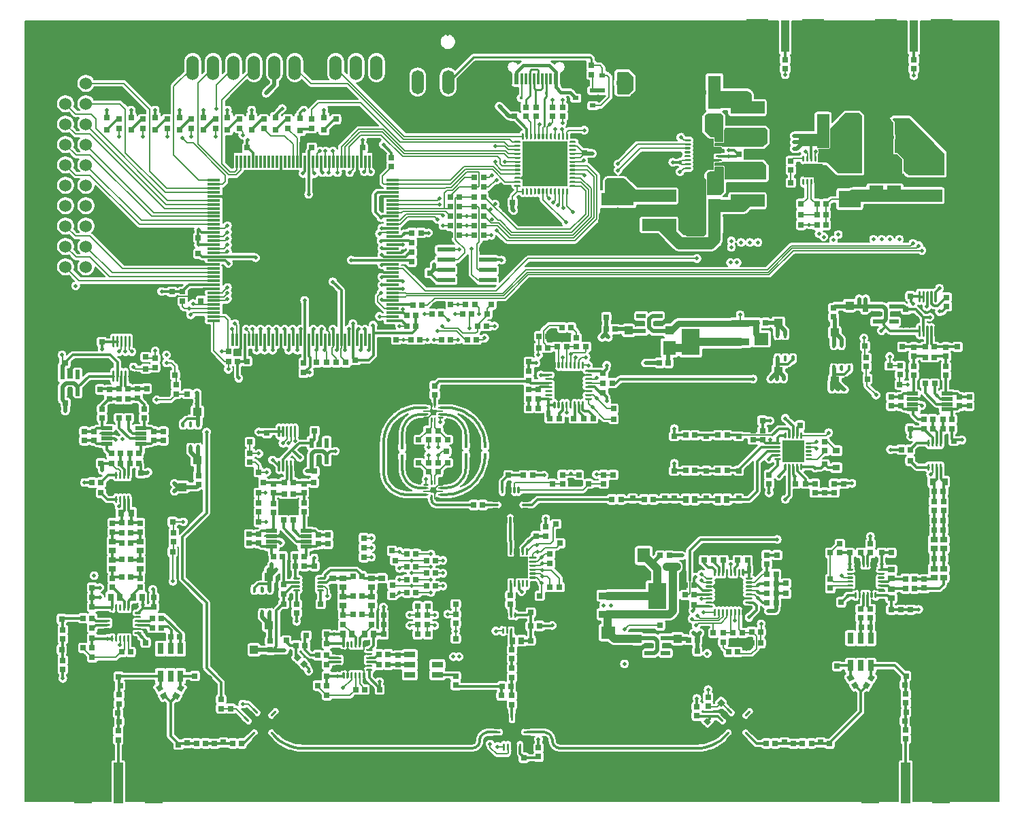
<source format=gtl>
G04 #@! TF.GenerationSoftware,KiCad,Pcbnew,(5.1.7)-1*
G04 #@! TF.CreationDate,2020-10-25T18:45:03+01:00*
G04 #@! TF.ProjectId,VNA,564e412e-6b69-4636-9164-5f7063625858,0.1*
G04 #@! TF.SameCoordinates,Original*
G04 #@! TF.FileFunction,Copper,L1,Top*
G04 #@! TF.FilePolarity,Positive*
%FSLAX46Y46*%
G04 Gerber Fmt 4.6, Leading zero omitted, Abs format (unit mm)*
G04 Created by KiCad (PCBNEW (5.1.7)-1) date 2020-10-25 18:45:03*
%MOMM*%
%LPD*%
G01*
G04 APERTURE LIST*
G04 #@! TA.AperFunction,ComponentPad*
%ADD10O,1.050000X2.100000*%
G04 #@! TD*
G04 #@! TA.AperFunction,SMDPad,CuDef*
%ADD11R,0.600000X1.450000*%
G04 #@! TD*
G04 #@! TA.AperFunction,SMDPad,CuDef*
%ADD12R,0.300000X1.450000*%
G04 #@! TD*
G04 #@! TA.AperFunction,ComponentPad*
%ADD13O,1.500000X3.000000*%
G04 #@! TD*
G04 #@! TA.AperFunction,ComponentPad*
%ADD14O,1.524000X3.048000*%
G04 #@! TD*
G04 #@! TA.AperFunction,SMDPad,CuDef*
%ADD15R,0.720000X0.670000*%
G04 #@! TD*
G04 #@! TA.AperFunction,SMDPad,CuDef*
%ADD16R,0.670000X0.720000*%
G04 #@! TD*
G04 #@! TA.AperFunction,SMDPad,CuDef*
%ADD17R,1.000000X1.100000*%
G04 #@! TD*
G04 #@! TA.AperFunction,SMDPad,CuDef*
%ADD18R,1.800000X1.600000*%
G04 #@! TD*
G04 #@! TA.AperFunction,SMDPad,CuDef*
%ADD19R,1.600000X1.800000*%
G04 #@! TD*
G04 #@! TA.AperFunction,SMDPad,CuDef*
%ADD20C,0.152400*%
G04 #@! TD*
G04 #@! TA.AperFunction,SMDPad,CuDef*
%ADD21R,1.650000X2.380000*%
G04 #@! TD*
G04 #@! TA.AperFunction,SMDPad,CuDef*
%ADD22R,1.470900X0.481500*%
G04 #@! TD*
G04 #@! TA.AperFunction,SMDPad,CuDef*
%ADD23R,2.700000X2.700000*%
G04 #@! TD*
G04 #@! TA.AperFunction,SMDPad,CuDef*
%ADD24R,3.100000X3.100000*%
G04 #@! TD*
G04 #@! TA.AperFunction,SMDPad,CuDef*
%ADD25R,1.180100X0.609200*%
G04 #@! TD*
G04 #@! TA.AperFunction,SMDPad,CuDef*
%ADD26R,0.760000X0.760000*%
G04 #@! TD*
G04 #@! TA.AperFunction,SMDPad,CuDef*
%ADD27R,2.265100X3.229100*%
G04 #@! TD*
G04 #@! TA.AperFunction,SMDPad,CuDef*
%ADD28R,2.265100X0.929100*%
G04 #@! TD*
G04 #@! TA.AperFunction,SMDPad,CuDef*
%ADD29R,2.380000X1.650000*%
G04 #@! TD*
G04 #@! TA.AperFunction,SMDPad,CuDef*
%ADD30R,1.600000X0.900000*%
G04 #@! TD*
G04 #@! TA.AperFunction,SMDPad,CuDef*
%ADD31R,0.700000X0.900000*%
G04 #@! TD*
G04 #@! TA.AperFunction,SMDPad,CuDef*
%ADD32R,0.900000X0.700000*%
G04 #@! TD*
G04 #@! TA.AperFunction,SMDPad,CuDef*
%ADD33R,0.423900X0.570900*%
G04 #@! TD*
G04 #@! TA.AperFunction,SMDPad,CuDef*
%ADD34R,2.400000X1.700000*%
G04 #@! TD*
G04 #@! TA.AperFunction,SMDPad,CuDef*
%ADD35R,1.100000X1.000000*%
G04 #@! TD*
G04 #@! TA.AperFunction,SMDPad,CuDef*
%ADD36R,4.200000X1.500000*%
G04 #@! TD*
G04 #@! TA.AperFunction,SMDPad,CuDef*
%ADD37R,1.600000X0.300000*%
G04 #@! TD*
G04 #@! TA.AperFunction,SMDPad,CuDef*
%ADD38R,0.300000X1.600000*%
G04 #@! TD*
G04 #@! TA.AperFunction,SMDPad,CuDef*
%ADD39R,2.200000X0.600000*%
G04 #@! TD*
G04 #@! TA.AperFunction,SMDPad,CuDef*
%ADD40R,0.609200X1.180100*%
G04 #@! TD*
G04 #@! TA.AperFunction,SMDPad,CuDef*
%ADD41R,0.800000X0.800000*%
G04 #@! TD*
G04 #@! TA.AperFunction,SMDPad,CuDef*
%ADD42R,2.060000X2.060000*%
G04 #@! TD*
G04 #@! TA.AperFunction,SMDPad,CuDef*
%ADD43R,2.500000X2.500000*%
G04 #@! TD*
G04 #@! TA.AperFunction,SMDPad,CuDef*
%ADD44R,0.800000X1.400000*%
G04 #@! TD*
G04 #@! TA.AperFunction,SMDPad,CuDef*
%ADD45R,1.400000X0.800000*%
G04 #@! TD*
G04 #@! TA.AperFunction,SMDPad,CuDef*
%ADD46R,2.667000X4.191000*%
G04 #@! TD*
G04 #@! TA.AperFunction,SMDPad,CuDef*
%ADD47R,1.000000X4.000000*%
G04 #@! TD*
G04 #@! TA.AperFunction,SMDPad,CuDef*
%ADD48R,2.286000X5.080000*%
G04 #@! TD*
G04 #@! TA.AperFunction,SMDPad,CuDef*
%ADD49R,1.143000X5.080000*%
G04 #@! TD*
G04 #@! TA.AperFunction,SMDPad,CuDef*
%ADD50R,5.600000X5.600000*%
G04 #@! TD*
G04 #@! TA.AperFunction,ComponentPad*
%ADD51C,1.524000*%
G04 #@! TD*
G04 #@! TA.AperFunction,SMDPad,CuDef*
%ADD52R,2.600000X4.000000*%
G04 #@! TD*
G04 #@! TA.AperFunction,SMDPad,CuDef*
%ADD53R,1.500000X4.200000*%
G04 #@! TD*
G04 #@! TA.AperFunction,SMDPad,CuDef*
%ADD54R,2.743200X2.159000*%
G04 #@! TD*
G04 #@! TA.AperFunction,SMDPad,CuDef*
%ADD55R,0.900000X0.750000*%
G04 #@! TD*
G04 #@! TA.AperFunction,SMDPad,CuDef*
%ADD56R,0.788400X0.541500*%
G04 #@! TD*
G04 #@! TA.AperFunction,ViaPad*
%ADD57C,0.500000*%
G04 #@! TD*
G04 #@! TA.AperFunction,ViaPad*
%ADD58C,0.450000*%
G04 #@! TD*
G04 #@! TA.AperFunction,Conductor*
%ADD59C,0.200000*%
G04 #@! TD*
G04 #@! TA.AperFunction,Conductor*
%ADD60C,0.300000*%
G04 #@! TD*
G04 #@! TA.AperFunction,Conductor*
%ADD61C,0.500000*%
G04 #@! TD*
G04 #@! TA.AperFunction,Conductor*
%ADD62C,0.150000*%
G04 #@! TD*
G04 #@! TA.AperFunction,Conductor*
%ADD63C,0.304800*%
G04 #@! TD*
G04 #@! TA.AperFunction,Conductor*
%ADD64C,1.500000*%
G04 #@! TD*
G04 #@! TA.AperFunction,Conductor*
%ADD65C,0.812800*%
G04 #@! TD*
G04 #@! TA.AperFunction,Conductor*
%ADD66C,1.000000*%
G04 #@! TD*
G04 #@! TA.AperFunction,Conductor*
%ADD67C,0.800000*%
G04 #@! TD*
G04 #@! TA.AperFunction,Conductor*
%ADD68C,0.406400*%
G04 #@! TD*
G04 #@! TA.AperFunction,Conductor*
%ADD69C,0.254000*%
G04 #@! TD*
G04 #@! TA.AperFunction,Conductor*
%ADD70C,0.190500*%
G04 #@! TD*
G04 #@! TA.AperFunction,Conductor*
%ADD71C,0.152400*%
G04 #@! TD*
G04 #@! TA.AperFunction,Conductor*
%ADD72C,0.100000*%
G04 #@! TD*
G04 APERTURE END LIST*
D10*
X147190000Y-58500000D03*
X155830000Y-58500000D03*
X147190000Y-62680000D03*
X155830000Y-62680000D03*
D11*
X148260000Y-63595000D03*
X149060000Y-63595000D03*
D12*
X149760000Y-63595000D03*
X150260000Y-63595000D03*
X150760000Y-63595000D03*
X151260000Y-63595000D03*
X153260000Y-63595000D03*
X152760000Y-63595000D03*
X152260000Y-63595000D03*
X151760000Y-63595000D03*
D11*
X153960000Y-63595000D03*
X154760000Y-63595000D03*
D13*
X144260000Y-64000000D03*
X140560000Y-64000000D03*
X136760000Y-64000000D03*
D14*
X131631100Y-62213600D03*
X129091100Y-62213600D03*
X126551100Y-62213600D03*
X124011100Y-62213600D03*
X121471100Y-62213600D03*
X118931100Y-62213600D03*
X116391100Y-62213600D03*
X113851100Y-62213600D03*
X111311100Y-62213600D03*
X108771100Y-62213600D03*
D15*
X99501100Y-144843600D03*
X99501100Y-145963600D03*
X98801100Y-125843600D03*
X98801100Y-126963600D03*
X168701100Y-113563600D03*
X168701100Y-112443600D03*
X172701100Y-113563600D03*
X172701100Y-112443600D03*
X176701100Y-113563600D03*
X176701100Y-112443600D03*
X168701100Y-109263600D03*
X168701100Y-108143600D03*
X178501100Y-108563600D03*
X178501100Y-107443600D03*
X183801100Y-114043600D03*
X183801100Y-115163600D03*
X198501100Y-62360000D03*
X198501100Y-61240000D03*
X187401100Y-111643600D03*
X187401100Y-112763600D03*
X187401100Y-108843600D03*
X187401100Y-109963600D03*
X102201100Y-125843600D03*
X102201100Y-126963600D03*
D16*
X179661100Y-106203600D03*
X178541100Y-106203600D03*
D15*
X172701100Y-109263600D03*
X172701100Y-108143600D03*
X176701100Y-109263600D03*
X176701100Y-108143600D03*
X158601100Y-107063600D03*
X158601100Y-105943600D03*
X154401100Y-107063600D03*
X154401100Y-105943600D03*
X157401100Y-107063600D03*
X157401100Y-105943600D03*
X154101100Y-95843600D03*
X154101100Y-96963600D03*
D16*
X151841100Y-95703600D03*
X152961100Y-95703600D03*
X155861100Y-94603600D03*
X154741100Y-94603600D03*
X95141100Y-128203600D03*
X96261100Y-128203600D03*
X160961100Y-102703600D03*
X159841100Y-102703600D03*
X144861100Y-116703600D03*
X143741100Y-116703600D03*
D15*
X172401100Y-122443600D03*
X172401100Y-123563600D03*
D17*
X168101100Y-93253600D03*
X168101100Y-94953600D03*
X163001100Y-93253600D03*
X163001100Y-94953600D03*
D18*
X179501100Y-98803600D03*
X179501100Y-96003600D03*
D19*
X165301100Y-97103600D03*
X168101100Y-97103600D03*
D16*
X160961100Y-100303600D03*
X159841100Y-100303600D03*
X161361100Y-93303600D03*
X160241100Y-93303600D03*
D15*
X153201100Y-107063600D03*
X153201100Y-105943600D03*
D16*
X105061100Y-128203600D03*
X103941100Y-128203600D03*
X159841100Y-101503600D03*
X160961100Y-101503600D03*
D15*
X150601100Y-102343600D03*
X150601100Y-103463600D03*
X138901100Y-102963600D03*
X138901100Y-101843600D03*
X176601100Y-122443600D03*
X176601100Y-123563600D03*
X173601100Y-122443600D03*
X173601100Y-123563600D03*
X177201100Y-133763600D03*
X177201100Y-132643600D03*
D16*
X179461100Y-133903600D03*
X178341100Y-133903600D03*
X175441100Y-135003600D03*
X176561100Y-135003600D03*
X170041100Y-126703600D03*
X171161100Y-126703600D03*
D17*
X164101100Y-135053600D03*
X164101100Y-133353600D03*
D16*
X99941100Y-125703600D03*
X101061100Y-125703600D03*
D17*
X169101100Y-135053600D03*
X169101100Y-133353600D03*
D18*
X160501100Y-135403600D03*
X160501100Y-132603600D03*
D19*
X162101100Y-123003600D03*
X164901100Y-123003600D03*
D16*
X170041100Y-129103600D03*
X171161100Y-129103600D03*
X170441100Y-134903600D03*
X171561100Y-134903600D03*
D15*
X177801100Y-122443600D03*
X177801100Y-123563600D03*
D16*
X171161100Y-127903600D03*
X170041100Y-127903600D03*
D15*
X180201100Y-124063600D03*
X180201100Y-122943600D03*
X151501100Y-119443600D03*
X151501100Y-120563600D03*
D16*
X146941100Y-113003600D03*
X148061100Y-113003600D03*
X97361100Y-113903600D03*
X96241100Y-113903600D03*
D15*
X148301100Y-129063600D03*
X148301100Y-127943600D03*
D16*
X151961100Y-133603600D03*
X150841100Y-133603600D03*
X151961100Y-130103600D03*
X150841100Y-130103600D03*
D15*
X148501100Y-135863600D03*
X148501100Y-134743600D03*
G04 #@! TA.AperFunction,SMDPad,CuDef*
D20*
G36*
X171987442Y-143966723D02*
G01*
X172496559Y-144475840D01*
X172022798Y-144949601D01*
X171513681Y-144440484D01*
X171987442Y-143966723D01*
G37*
G04 #@! TD.AperFunction*
G04 #@! TA.AperFunction,SMDPad,CuDef*
G36*
X172779402Y-143174763D02*
G01*
X173288519Y-143683880D01*
X172814758Y-144157641D01*
X172305641Y-143648524D01*
X172779402Y-143174763D01*
G37*
G04 #@! TD.AperFunction*
D16*
X148841100Y-148203600D03*
X149961100Y-148203600D03*
D15*
X113501100Y-140943600D03*
X113501100Y-142063600D03*
D16*
X100711100Y-102203600D03*
X99591100Y-102203600D03*
X97261100Y-102303600D03*
X96141100Y-102303600D03*
X97361100Y-115203600D03*
X96241100Y-115203600D03*
X104161100Y-102203600D03*
X103041100Y-102203600D03*
X113741100Y-146403600D03*
X114861100Y-146403600D03*
X98641100Y-110303600D03*
X99761100Y-110303600D03*
X102061100Y-110303600D03*
X100941100Y-110303600D03*
D15*
X102301100Y-112743600D03*
X102301100Y-113863600D03*
D16*
X97361100Y-111503600D03*
X96241100Y-111503600D03*
D15*
X95301100Y-107543600D03*
X95301100Y-108663600D03*
X105101100Y-108663600D03*
X105101100Y-107543600D03*
X99601100Y-104743600D03*
X99601100Y-105863600D03*
D16*
X100711100Y-103503600D03*
X99591100Y-103503600D03*
X97461100Y-96403600D03*
X96341100Y-96403600D03*
X103741100Y-132003600D03*
X104861100Y-132003600D03*
D15*
X100801100Y-105863600D03*
X100801100Y-104743600D03*
D16*
X99941100Y-123503600D03*
X101061100Y-123503600D03*
X99941100Y-121403600D03*
X101061100Y-121403600D03*
X181261100Y-146403600D03*
X180141100Y-146403600D03*
D15*
X191901100Y-129643600D03*
X191901100Y-130763600D03*
X193101100Y-129643600D03*
X193101100Y-130763600D03*
D16*
X191941100Y-131903600D03*
X193061100Y-131903600D03*
D15*
X191901100Y-121543600D03*
X191901100Y-122663600D03*
X193101100Y-122663600D03*
X193101100Y-121543600D03*
D16*
X103741100Y-130803600D03*
X104861100Y-130803600D03*
D15*
X195701100Y-130863600D03*
X195701100Y-129743600D03*
X198101100Y-130863600D03*
X198101100Y-129743600D03*
D16*
X198561100Y-127103600D03*
X197441100Y-127103600D03*
D15*
X196901100Y-130863600D03*
X196901100Y-129743600D03*
X195701100Y-121543600D03*
X195701100Y-122663600D03*
D16*
X198061100Y-111203600D03*
X196941100Y-111203600D03*
X199741100Y-106003600D03*
X200861100Y-106003600D03*
X203261100Y-106003600D03*
X202141100Y-106003600D03*
X198061100Y-107203600D03*
X196941100Y-107203600D03*
D15*
X203501100Y-108743600D03*
X203501100Y-109863600D03*
D16*
X106041100Y-133103600D03*
X107161100Y-133103600D03*
D15*
X196901100Y-103243600D03*
X196901100Y-104363600D03*
X205401100Y-104363600D03*
X205401100Y-103243600D03*
X199901100Y-100443600D03*
X199901100Y-101563600D03*
D16*
X201061100Y-98303600D03*
X199941100Y-98303600D03*
D15*
X201101100Y-101563600D03*
X201101100Y-100443600D03*
D16*
X198561100Y-125903600D03*
X197441100Y-125903600D03*
D15*
X199801100Y-125943600D03*
X199801100Y-127063600D03*
D16*
X201041100Y-123403600D03*
X202161100Y-123403600D03*
X201041100Y-119803600D03*
X202161100Y-119803600D03*
X198061100Y-109803600D03*
X196941100Y-109803600D03*
X95141100Y-132003600D03*
X96261100Y-132003600D03*
X201061100Y-97003600D03*
X199941100Y-97003600D03*
X197061100Y-97003600D03*
X195941100Y-97003600D03*
X205061100Y-97003600D03*
X203941100Y-97003600D03*
X198061100Y-90703600D03*
X196941100Y-90703600D03*
D15*
X182501100Y-61240000D03*
X182501100Y-62360000D03*
X141501100Y-138043600D03*
X141501100Y-139163600D03*
D16*
X131941100Y-136603600D03*
X133061100Y-136603600D03*
X131941100Y-135303600D03*
X133061100Y-135303600D03*
D15*
X134301100Y-136563600D03*
X134301100Y-135443600D03*
D16*
X96261100Y-130803600D03*
X95141100Y-130803600D03*
X124341100Y-136603600D03*
X125461100Y-136603600D03*
X125461100Y-135403600D03*
X124341100Y-135403600D03*
X124341100Y-138003600D03*
X125461100Y-138003600D03*
X133661100Y-130403600D03*
X132541100Y-130403600D03*
D15*
X131001100Y-130443600D03*
X131001100Y-131563600D03*
D16*
X124341100Y-132803600D03*
X125461100Y-132803600D03*
X133661100Y-131603600D03*
X132541100Y-131603600D03*
D15*
X124701100Y-129043600D03*
X124701100Y-130163600D03*
D16*
X118841100Y-123103600D03*
X119961100Y-123103600D03*
X122661100Y-123103600D03*
X121541100Y-123103600D03*
X105061100Y-129403600D03*
X103941100Y-129403600D03*
X123941100Y-124303600D03*
X125061100Y-124303600D03*
D15*
X120101100Y-129043600D03*
X120101100Y-130163600D03*
X115801100Y-120343600D03*
X115801100Y-121463600D03*
X125601100Y-121563600D03*
X125601100Y-120443600D03*
X120101100Y-117443600D03*
X120101100Y-118563600D03*
D16*
X121261100Y-115303600D03*
X120141100Y-115303600D03*
D15*
X121301100Y-118563600D03*
X121301100Y-117443600D03*
X127501100Y-130443600D03*
X127501100Y-131563600D03*
D16*
X128691100Y-130353600D03*
X129811100Y-130353600D03*
X128691100Y-128053600D03*
X129811100Y-128053600D03*
X95141100Y-127003600D03*
X96261100Y-127003600D03*
X128701100Y-125583600D03*
X129821100Y-125583600D03*
D15*
X121701100Y-129043600D03*
X121701100Y-130163600D03*
D16*
X121261100Y-113903600D03*
X120141100Y-113903600D03*
X117561100Y-113903600D03*
X116441100Y-113903600D03*
X124961100Y-113903600D03*
X123841100Y-113903600D03*
D15*
X118001100Y-107743600D03*
X118001100Y-108863600D03*
X189801100Y-115163600D03*
X189801100Y-114043600D03*
X187401100Y-114043600D03*
X187401100Y-115163600D03*
X185001100Y-115163600D03*
X185001100Y-114043600D03*
D21*
X123201100Y-126603600D03*
G04 #@! TA.AperFunction,SMDPad,CuDef*
G36*
G01*
X122162450Y-127353600D02*
X122162450Y-127353600D01*
G75*
G02*
X122027450Y-127488600I-135000J0D01*
G01*
X121380150Y-127488600D01*
G75*
G02*
X121245150Y-127353600I0J135000D01*
G01*
X121245150Y-127353600D01*
G75*
G02*
X121380150Y-127218600I135000J0D01*
G01*
X122027450Y-127218600D01*
G75*
G02*
X122162450Y-127353600I0J-135000D01*
G01*
G37*
G04 #@! TD.AperFunction*
G04 #@! TA.AperFunction,SMDPad,CuDef*
G36*
G01*
X122162450Y-126853600D02*
X122162450Y-126853600D01*
G75*
G02*
X122027450Y-126988600I-135000J0D01*
G01*
X121380150Y-126988600D01*
G75*
G02*
X121245150Y-126853600I0J135000D01*
G01*
X121245150Y-126853600D01*
G75*
G02*
X121380150Y-126718600I135000J0D01*
G01*
X122027450Y-126718600D01*
G75*
G02*
X122162450Y-126853600I0J-135000D01*
G01*
G37*
G04 #@! TD.AperFunction*
G04 #@! TA.AperFunction,SMDPad,CuDef*
G36*
G01*
X122162450Y-126353600D02*
X122162450Y-126353600D01*
G75*
G02*
X122027450Y-126488600I-135000J0D01*
G01*
X121380150Y-126488600D01*
G75*
G02*
X121245150Y-126353600I0J135000D01*
G01*
X121245150Y-126353600D01*
G75*
G02*
X121380150Y-126218600I135000J0D01*
G01*
X122027450Y-126218600D01*
G75*
G02*
X122162450Y-126353600I0J-135000D01*
G01*
G37*
G04 #@! TD.AperFunction*
G04 #@! TA.AperFunction,SMDPad,CuDef*
G36*
G01*
X122162450Y-125853600D02*
X122162450Y-125853600D01*
G75*
G02*
X122027450Y-125988600I-135000J0D01*
G01*
X121380150Y-125988600D01*
G75*
G02*
X121245150Y-125853600I0J135000D01*
G01*
X121245150Y-125853600D01*
G75*
G02*
X121380150Y-125718600I135000J0D01*
G01*
X122027450Y-125718600D01*
G75*
G02*
X122162450Y-125853600I0J-135000D01*
G01*
G37*
G04 #@! TD.AperFunction*
G04 #@! TA.AperFunction,SMDPad,CuDef*
G36*
G01*
X125157050Y-125853600D02*
X125157050Y-125853600D01*
G75*
G02*
X125022050Y-125988600I-135000J0D01*
G01*
X124374750Y-125988600D01*
G75*
G02*
X124239750Y-125853600I0J135000D01*
G01*
X124239750Y-125853600D01*
G75*
G02*
X124374750Y-125718600I135000J0D01*
G01*
X125022050Y-125718600D01*
G75*
G02*
X125157050Y-125853600I0J-135000D01*
G01*
G37*
G04 #@! TD.AperFunction*
G04 #@! TA.AperFunction,SMDPad,CuDef*
G36*
G01*
X125157050Y-126353600D02*
X125157050Y-126353600D01*
G75*
G02*
X125022050Y-126488600I-135000J0D01*
G01*
X124374750Y-126488600D01*
G75*
G02*
X124239750Y-126353600I0J135000D01*
G01*
X124239750Y-126353600D01*
G75*
G02*
X124374750Y-126218600I135000J0D01*
G01*
X125022050Y-126218600D01*
G75*
G02*
X125157050Y-126353600I0J-135000D01*
G01*
G37*
G04 #@! TD.AperFunction*
G04 #@! TA.AperFunction,SMDPad,CuDef*
G36*
G01*
X125157050Y-126853600D02*
X125157050Y-126853600D01*
G75*
G02*
X125022050Y-126988600I-135000J0D01*
G01*
X124374750Y-126988600D01*
G75*
G02*
X124239750Y-126853600I0J135000D01*
G01*
X124239750Y-126853600D01*
G75*
G02*
X124374750Y-126718600I135000J0D01*
G01*
X125022050Y-126718600D01*
G75*
G02*
X125157050Y-126853600I0J-135000D01*
G01*
G37*
G04 #@! TD.AperFunction*
G04 #@! TA.AperFunction,SMDPad,CuDef*
G36*
G01*
X125157050Y-127353600D02*
X125157050Y-127353600D01*
G75*
G02*
X125022050Y-127488600I-135000J0D01*
G01*
X124374750Y-127488600D01*
G75*
G02*
X124239750Y-127353600I0J135000D01*
G01*
X124239750Y-127353600D01*
G75*
G02*
X124374750Y-127218600I135000J0D01*
G01*
X125022050Y-127218600D01*
G75*
G02*
X125157050Y-127353600I0J-135000D01*
G01*
G37*
G04 #@! TD.AperFunction*
D22*
X118551500Y-121878600D03*
X118551500Y-121228600D03*
X118551500Y-120578600D03*
X118551500Y-119928600D03*
X122850700Y-119928600D03*
X122850700Y-120578600D03*
X122850700Y-121228600D03*
X122850700Y-121878600D03*
G04 #@! TA.AperFunction,SMDPad,CuDef*
G36*
G01*
X119501100Y-108289450D02*
X119501100Y-108289450D01*
G75*
G02*
X119361100Y-108149450I0J140000D01*
G01*
X119361100Y-106958550D01*
G75*
G02*
X119501100Y-106818550I140000J0D01*
G01*
X119501100Y-106818550D01*
G75*
G02*
X119641100Y-106958550I0J-140000D01*
G01*
X119641100Y-108149450D01*
G75*
G02*
X119501100Y-108289450I-140000J0D01*
G01*
G37*
G04 #@! TD.AperFunction*
G04 #@! TA.AperFunction,SMDPad,CuDef*
G36*
G01*
X120001100Y-108289450D02*
X120001100Y-108289450D01*
G75*
G02*
X119861100Y-108149450I0J140000D01*
G01*
X119861100Y-106958550D01*
G75*
G02*
X120001100Y-106818550I140000J0D01*
G01*
X120001100Y-106818550D01*
G75*
G02*
X120141100Y-106958550I0J-140000D01*
G01*
X120141100Y-108149450D01*
G75*
G02*
X120001100Y-108289450I-140000J0D01*
G01*
G37*
G04 #@! TD.AperFunction*
G04 #@! TA.AperFunction,SMDPad,CuDef*
G36*
G01*
X120501100Y-108289450D02*
X120501100Y-108289450D01*
G75*
G02*
X120361100Y-108149450I0J140000D01*
G01*
X120361100Y-106958550D01*
G75*
G02*
X120501100Y-106818550I140000J0D01*
G01*
X120501100Y-106818550D01*
G75*
G02*
X120641100Y-106958550I0J-140000D01*
G01*
X120641100Y-108149450D01*
G75*
G02*
X120501100Y-108289450I-140000J0D01*
G01*
G37*
G04 #@! TD.AperFunction*
G04 #@! TA.AperFunction,SMDPad,CuDef*
G36*
G01*
X121001100Y-108289450D02*
X121001100Y-108289450D01*
G75*
G02*
X120861100Y-108149450I0J140000D01*
G01*
X120861100Y-106958550D01*
G75*
G02*
X121001100Y-106818550I140000J0D01*
G01*
X121001100Y-106818550D01*
G75*
G02*
X121141100Y-106958550I0J-140000D01*
G01*
X121141100Y-108149450D01*
G75*
G02*
X121001100Y-108289450I-140000J0D01*
G01*
G37*
G04 #@! TD.AperFunction*
G04 #@! TA.AperFunction,SMDPad,CuDef*
G36*
G01*
X121501100Y-108289450D02*
X121501100Y-108289450D01*
G75*
G02*
X121361100Y-108149450I0J140000D01*
G01*
X121361100Y-106958550D01*
G75*
G02*
X121501100Y-106818550I140000J0D01*
G01*
X121501100Y-106818550D01*
G75*
G02*
X121641100Y-106958550I0J-140000D01*
G01*
X121641100Y-108149450D01*
G75*
G02*
X121501100Y-108289450I-140000J0D01*
G01*
G37*
G04 #@! TD.AperFunction*
G04 #@! TA.AperFunction,SMDPad,CuDef*
G36*
G01*
X121501100Y-112588650D02*
X121501100Y-112588650D01*
G75*
G02*
X121361100Y-112448650I0J140000D01*
G01*
X121361100Y-111257750D01*
G75*
G02*
X121501100Y-111117750I140000J0D01*
G01*
X121501100Y-111117750D01*
G75*
G02*
X121641100Y-111257750I0J-140000D01*
G01*
X121641100Y-112448650D01*
G75*
G02*
X121501100Y-112588650I-140000J0D01*
G01*
G37*
G04 #@! TD.AperFunction*
G04 #@! TA.AperFunction,SMDPad,CuDef*
G36*
G01*
X121001100Y-112588650D02*
X121001100Y-112588650D01*
G75*
G02*
X120861100Y-112448650I0J140000D01*
G01*
X120861100Y-111257750D01*
G75*
G02*
X121001100Y-111117750I140000J0D01*
G01*
X121001100Y-111117750D01*
G75*
G02*
X121141100Y-111257750I0J-140000D01*
G01*
X121141100Y-112448650D01*
G75*
G02*
X121001100Y-112588650I-140000J0D01*
G01*
G37*
G04 #@! TD.AperFunction*
G04 #@! TA.AperFunction,SMDPad,CuDef*
G36*
G01*
X120501100Y-112588650D02*
X120501100Y-112588650D01*
G75*
G02*
X120361100Y-112448650I0J140000D01*
G01*
X120361100Y-111257750D01*
G75*
G02*
X120501100Y-111117750I140000J0D01*
G01*
X120501100Y-111117750D01*
G75*
G02*
X120641100Y-111257750I0J-140000D01*
G01*
X120641100Y-112448650D01*
G75*
G02*
X120501100Y-112588650I-140000J0D01*
G01*
G37*
G04 #@! TD.AperFunction*
G04 #@! TA.AperFunction,SMDPad,CuDef*
G36*
G01*
X120001100Y-112588650D02*
X120001100Y-112588650D01*
G75*
G02*
X119861100Y-112448650I0J140000D01*
G01*
X119861100Y-111257750D01*
G75*
G02*
X120001100Y-111117750I140000J0D01*
G01*
X120001100Y-111117750D01*
G75*
G02*
X120141100Y-111257750I0J-140000D01*
G01*
X120141100Y-112448650D01*
G75*
G02*
X120001100Y-112588650I-140000J0D01*
G01*
G37*
G04 #@! TD.AperFunction*
G04 #@! TA.AperFunction,SMDPad,CuDef*
G36*
G01*
X119501100Y-112588650D02*
X119501100Y-112588650D01*
G75*
G02*
X119361100Y-112448650I0J140000D01*
G01*
X119361100Y-111257750D01*
G75*
G02*
X119501100Y-111117750I140000J0D01*
G01*
X119501100Y-111117750D01*
G75*
G02*
X119641100Y-111257750I0J-140000D01*
G01*
X119641100Y-112448650D01*
G75*
G02*
X119501100Y-112588650I-140000J0D01*
G01*
G37*
G04 #@! TD.AperFunction*
D23*
X183501100Y-110003600D03*
G04 #@! TA.AperFunction,SMDPad,CuDef*
G36*
G01*
X184501100Y-111530200D02*
X184501100Y-111530200D01*
G75*
G02*
X184636100Y-111665200I0J-135000D01*
G01*
X184636100Y-112233200D01*
G75*
G02*
X184501100Y-112368200I-135000J0D01*
G01*
X184501100Y-112368200D01*
G75*
G02*
X184366100Y-112233200I0J135000D01*
G01*
X184366100Y-111665200D01*
G75*
G02*
X184501100Y-111530200I135000J0D01*
G01*
G37*
G04 #@! TD.AperFunction*
G04 #@! TA.AperFunction,SMDPad,CuDef*
G36*
G01*
X184001100Y-111530200D02*
X184001100Y-111530200D01*
G75*
G02*
X184136100Y-111665200I0J-135000D01*
G01*
X184136100Y-112233200D01*
G75*
G02*
X184001100Y-112368200I-135000J0D01*
G01*
X184001100Y-112368200D01*
G75*
G02*
X183866100Y-112233200I0J135000D01*
G01*
X183866100Y-111665200D01*
G75*
G02*
X184001100Y-111530200I135000J0D01*
G01*
G37*
G04 #@! TD.AperFunction*
G04 #@! TA.AperFunction,SMDPad,CuDef*
G36*
G01*
X183501100Y-111530200D02*
X183501100Y-111530200D01*
G75*
G02*
X183636100Y-111665200I0J-135000D01*
G01*
X183636100Y-112233200D01*
G75*
G02*
X183501100Y-112368200I-135000J0D01*
G01*
X183501100Y-112368200D01*
G75*
G02*
X183366100Y-112233200I0J135000D01*
G01*
X183366100Y-111665200D01*
G75*
G02*
X183501100Y-111530200I135000J0D01*
G01*
G37*
G04 #@! TD.AperFunction*
G04 #@! TA.AperFunction,SMDPad,CuDef*
G36*
G01*
X183001100Y-111530200D02*
X183001100Y-111530200D01*
G75*
G02*
X183136100Y-111665200I0J-135000D01*
G01*
X183136100Y-112233200D01*
G75*
G02*
X183001100Y-112368200I-135000J0D01*
G01*
X183001100Y-112368200D01*
G75*
G02*
X182866100Y-112233200I0J135000D01*
G01*
X182866100Y-111665200D01*
G75*
G02*
X183001100Y-111530200I135000J0D01*
G01*
G37*
G04 #@! TD.AperFunction*
G04 #@! TA.AperFunction,SMDPad,CuDef*
G36*
G01*
X182501100Y-111530200D02*
X182501100Y-111530200D01*
G75*
G02*
X182636100Y-111665200I0J-135000D01*
G01*
X182636100Y-112233200D01*
G75*
G02*
X182501100Y-112368200I-135000J0D01*
G01*
X182501100Y-112368200D01*
G75*
G02*
X182366100Y-112233200I0J135000D01*
G01*
X182366100Y-111665200D01*
G75*
G02*
X182501100Y-111530200I135000J0D01*
G01*
G37*
G04 #@! TD.AperFunction*
G04 #@! TA.AperFunction,SMDPad,CuDef*
G36*
G01*
X181974500Y-111003600D02*
X181974500Y-111003600D01*
G75*
G02*
X181839500Y-111138600I-135000J0D01*
G01*
X181271500Y-111138600D01*
G75*
G02*
X181136500Y-111003600I0J135000D01*
G01*
X181136500Y-111003600D01*
G75*
G02*
X181271500Y-110868600I135000J0D01*
G01*
X181839500Y-110868600D01*
G75*
G02*
X181974500Y-111003600I0J-135000D01*
G01*
G37*
G04 #@! TD.AperFunction*
G04 #@! TA.AperFunction,SMDPad,CuDef*
G36*
G01*
X181974500Y-110503600D02*
X181974500Y-110503600D01*
G75*
G02*
X181839500Y-110638600I-135000J0D01*
G01*
X181271500Y-110638600D01*
G75*
G02*
X181136500Y-110503600I0J135000D01*
G01*
X181136500Y-110503600D01*
G75*
G02*
X181271500Y-110368600I135000J0D01*
G01*
X181839500Y-110368600D01*
G75*
G02*
X181974500Y-110503600I0J-135000D01*
G01*
G37*
G04 #@! TD.AperFunction*
G04 #@! TA.AperFunction,SMDPad,CuDef*
G36*
G01*
X181974500Y-110003600D02*
X181974500Y-110003600D01*
G75*
G02*
X181839500Y-110138600I-135000J0D01*
G01*
X181271500Y-110138600D01*
G75*
G02*
X181136500Y-110003600I0J135000D01*
G01*
X181136500Y-110003600D01*
G75*
G02*
X181271500Y-109868600I135000J0D01*
G01*
X181839500Y-109868600D01*
G75*
G02*
X181974500Y-110003600I0J-135000D01*
G01*
G37*
G04 #@! TD.AperFunction*
G04 #@! TA.AperFunction,SMDPad,CuDef*
G36*
G01*
X181974500Y-109503600D02*
X181974500Y-109503600D01*
G75*
G02*
X181839500Y-109638600I-135000J0D01*
G01*
X181271500Y-109638600D01*
G75*
G02*
X181136500Y-109503600I0J135000D01*
G01*
X181136500Y-109503600D01*
G75*
G02*
X181271500Y-109368600I135000J0D01*
G01*
X181839500Y-109368600D01*
G75*
G02*
X181974500Y-109503600I0J-135000D01*
G01*
G37*
G04 #@! TD.AperFunction*
G04 #@! TA.AperFunction,SMDPad,CuDef*
G36*
G01*
X181974500Y-109003600D02*
X181974500Y-109003600D01*
G75*
G02*
X181839500Y-109138600I-135000J0D01*
G01*
X181271500Y-109138600D01*
G75*
G02*
X181136500Y-109003600I0J135000D01*
G01*
X181136500Y-109003600D01*
G75*
G02*
X181271500Y-108868600I135000J0D01*
G01*
X181839500Y-108868600D01*
G75*
G02*
X181974500Y-109003600I0J-135000D01*
G01*
G37*
G04 #@! TD.AperFunction*
G04 #@! TA.AperFunction,SMDPad,CuDef*
G36*
G01*
X182501100Y-107639000D02*
X182501100Y-107639000D01*
G75*
G02*
X182636100Y-107774000I0J-135000D01*
G01*
X182636100Y-108342000D01*
G75*
G02*
X182501100Y-108477000I-135000J0D01*
G01*
X182501100Y-108477000D01*
G75*
G02*
X182366100Y-108342000I0J135000D01*
G01*
X182366100Y-107774000D01*
G75*
G02*
X182501100Y-107639000I135000J0D01*
G01*
G37*
G04 #@! TD.AperFunction*
G04 #@! TA.AperFunction,SMDPad,CuDef*
G36*
G01*
X183001100Y-107639000D02*
X183001100Y-107639000D01*
G75*
G02*
X183136100Y-107774000I0J-135000D01*
G01*
X183136100Y-108342000D01*
G75*
G02*
X183001100Y-108477000I-135000J0D01*
G01*
X183001100Y-108477000D01*
G75*
G02*
X182866100Y-108342000I0J135000D01*
G01*
X182866100Y-107774000D01*
G75*
G02*
X183001100Y-107639000I135000J0D01*
G01*
G37*
G04 #@! TD.AperFunction*
G04 #@! TA.AperFunction,SMDPad,CuDef*
G36*
G01*
X183501100Y-107639000D02*
X183501100Y-107639000D01*
G75*
G02*
X183636100Y-107774000I0J-135000D01*
G01*
X183636100Y-108342000D01*
G75*
G02*
X183501100Y-108477000I-135000J0D01*
G01*
X183501100Y-108477000D01*
G75*
G02*
X183366100Y-108342000I0J135000D01*
G01*
X183366100Y-107774000D01*
G75*
G02*
X183501100Y-107639000I135000J0D01*
G01*
G37*
G04 #@! TD.AperFunction*
G04 #@! TA.AperFunction,SMDPad,CuDef*
G36*
G01*
X184001100Y-107639000D02*
X184001100Y-107639000D01*
G75*
G02*
X184136100Y-107774000I0J-135000D01*
G01*
X184136100Y-108342000D01*
G75*
G02*
X184001100Y-108477000I-135000J0D01*
G01*
X184001100Y-108477000D01*
G75*
G02*
X183866100Y-108342000I0J135000D01*
G01*
X183866100Y-107774000D01*
G75*
G02*
X184001100Y-107639000I135000J0D01*
G01*
G37*
G04 #@! TD.AperFunction*
G04 #@! TA.AperFunction,SMDPad,CuDef*
G36*
G01*
X184501100Y-107639000D02*
X184501100Y-107639000D01*
G75*
G02*
X184636100Y-107774000I0J-135000D01*
G01*
X184636100Y-108342000D01*
G75*
G02*
X184501100Y-108477000I-135000J0D01*
G01*
X184501100Y-108477000D01*
G75*
G02*
X184366100Y-108342000I0J135000D01*
G01*
X184366100Y-107774000D01*
G75*
G02*
X184501100Y-107639000I135000J0D01*
G01*
G37*
G04 #@! TD.AperFunction*
G04 #@! TA.AperFunction,SMDPad,CuDef*
G36*
G01*
X185865700Y-109003600D02*
X185865700Y-109003600D01*
G75*
G02*
X185730700Y-109138600I-135000J0D01*
G01*
X185162700Y-109138600D01*
G75*
G02*
X185027700Y-109003600I0J135000D01*
G01*
X185027700Y-109003600D01*
G75*
G02*
X185162700Y-108868600I135000J0D01*
G01*
X185730700Y-108868600D01*
G75*
G02*
X185865700Y-109003600I0J-135000D01*
G01*
G37*
G04 #@! TD.AperFunction*
G04 #@! TA.AperFunction,SMDPad,CuDef*
G36*
G01*
X185865700Y-109503600D02*
X185865700Y-109503600D01*
G75*
G02*
X185730700Y-109638600I-135000J0D01*
G01*
X185162700Y-109638600D01*
G75*
G02*
X185027700Y-109503600I0J135000D01*
G01*
X185027700Y-109503600D01*
G75*
G02*
X185162700Y-109368600I135000J0D01*
G01*
X185730700Y-109368600D01*
G75*
G02*
X185865700Y-109503600I0J-135000D01*
G01*
G37*
G04 #@! TD.AperFunction*
G04 #@! TA.AperFunction,SMDPad,CuDef*
G36*
G01*
X185865700Y-110003600D02*
X185865700Y-110003600D01*
G75*
G02*
X185730700Y-110138600I-135000J0D01*
G01*
X185162700Y-110138600D01*
G75*
G02*
X185027700Y-110003600I0J135000D01*
G01*
X185027700Y-110003600D01*
G75*
G02*
X185162700Y-109868600I135000J0D01*
G01*
X185730700Y-109868600D01*
G75*
G02*
X185865700Y-110003600I0J-135000D01*
G01*
G37*
G04 #@! TD.AperFunction*
G04 #@! TA.AperFunction,SMDPad,CuDef*
G36*
G01*
X185865700Y-110503600D02*
X185865700Y-110503600D01*
G75*
G02*
X185730700Y-110638600I-135000J0D01*
G01*
X185162700Y-110638600D01*
G75*
G02*
X185027700Y-110503600I0J135000D01*
G01*
X185027700Y-110503600D01*
G75*
G02*
X185162700Y-110368600I135000J0D01*
G01*
X185730700Y-110368600D01*
G75*
G02*
X185865700Y-110503600I0J-135000D01*
G01*
G37*
G04 #@! TD.AperFunction*
G04 #@! TA.AperFunction,SMDPad,CuDef*
G36*
G01*
X185865700Y-111003600D02*
X185865700Y-111003600D01*
G75*
G02*
X185730700Y-111138600I-135000J0D01*
G01*
X185162700Y-111138600D01*
G75*
G02*
X185027700Y-111003600I0J135000D01*
G01*
X185027700Y-111003600D01*
G75*
G02*
X185162700Y-110868600I135000J0D01*
G01*
X185730700Y-110868600D01*
G75*
G02*
X185865700Y-111003600I0J-135000D01*
G01*
G37*
G04 #@! TD.AperFunction*
D24*
X155551100Y-101753600D03*
G04 #@! TA.AperFunction,SMDPad,CuDef*
G36*
G01*
X157569750Y-100003600D02*
X157569750Y-100003600D01*
G75*
G02*
X157704750Y-99868600I135000J0D01*
G01*
X158372050Y-99868600D01*
G75*
G02*
X158507050Y-100003600I0J-135000D01*
G01*
X158507050Y-100003600D01*
G75*
G02*
X158372050Y-100138600I-135000J0D01*
G01*
X157704750Y-100138600D01*
G75*
G02*
X157569750Y-100003600I0J135000D01*
G01*
G37*
G04 #@! TD.AperFunction*
G04 #@! TA.AperFunction,SMDPad,CuDef*
G36*
G01*
X157569750Y-100503600D02*
X157569750Y-100503600D01*
G75*
G02*
X157704750Y-100368600I135000J0D01*
G01*
X158372050Y-100368600D01*
G75*
G02*
X158507050Y-100503600I0J-135000D01*
G01*
X158507050Y-100503600D01*
G75*
G02*
X158372050Y-100638600I-135000J0D01*
G01*
X157704750Y-100638600D01*
G75*
G02*
X157569750Y-100503600I0J135000D01*
G01*
G37*
G04 #@! TD.AperFunction*
G04 #@! TA.AperFunction,SMDPad,CuDef*
G36*
G01*
X157569750Y-101003600D02*
X157569750Y-101003600D01*
G75*
G02*
X157704750Y-100868600I135000J0D01*
G01*
X158372050Y-100868600D01*
G75*
G02*
X158507050Y-101003600I0J-135000D01*
G01*
X158507050Y-101003600D01*
G75*
G02*
X158372050Y-101138600I-135000J0D01*
G01*
X157704750Y-101138600D01*
G75*
G02*
X157569750Y-101003600I0J135000D01*
G01*
G37*
G04 #@! TD.AperFunction*
G04 #@! TA.AperFunction,SMDPad,CuDef*
G36*
G01*
X157569750Y-101503600D02*
X157569750Y-101503600D01*
G75*
G02*
X157704750Y-101368600I135000J0D01*
G01*
X158372050Y-101368600D01*
G75*
G02*
X158507050Y-101503600I0J-135000D01*
G01*
X158507050Y-101503600D01*
G75*
G02*
X158372050Y-101638600I-135000J0D01*
G01*
X157704750Y-101638600D01*
G75*
G02*
X157569750Y-101503600I0J135000D01*
G01*
G37*
G04 #@! TD.AperFunction*
G04 #@! TA.AperFunction,SMDPad,CuDef*
G36*
G01*
X157569750Y-102003600D02*
X157569750Y-102003600D01*
G75*
G02*
X157704750Y-101868600I135000J0D01*
G01*
X158372050Y-101868600D01*
G75*
G02*
X158507050Y-102003600I0J-135000D01*
G01*
X158507050Y-102003600D01*
G75*
G02*
X158372050Y-102138600I-135000J0D01*
G01*
X157704750Y-102138600D01*
G75*
G02*
X157569750Y-102003600I0J135000D01*
G01*
G37*
G04 #@! TD.AperFunction*
G04 #@! TA.AperFunction,SMDPad,CuDef*
G36*
G01*
X157569750Y-102503600D02*
X157569750Y-102503600D01*
G75*
G02*
X157704750Y-102368600I135000J0D01*
G01*
X158372050Y-102368600D01*
G75*
G02*
X158507050Y-102503600I0J-135000D01*
G01*
X158507050Y-102503600D01*
G75*
G02*
X158372050Y-102638600I-135000J0D01*
G01*
X157704750Y-102638600D01*
G75*
G02*
X157569750Y-102503600I0J135000D01*
G01*
G37*
G04 #@! TD.AperFunction*
G04 #@! TA.AperFunction,SMDPad,CuDef*
G36*
G01*
X157569750Y-103003600D02*
X157569750Y-103003600D01*
G75*
G02*
X157704750Y-102868600I135000J0D01*
G01*
X158372050Y-102868600D01*
G75*
G02*
X158507050Y-103003600I0J-135000D01*
G01*
X158507050Y-103003600D01*
G75*
G02*
X158372050Y-103138600I-135000J0D01*
G01*
X157704750Y-103138600D01*
G75*
G02*
X157569750Y-103003600I0J135000D01*
G01*
G37*
G04 #@! TD.AperFunction*
G04 #@! TA.AperFunction,SMDPad,CuDef*
G36*
G01*
X157569750Y-103503600D02*
X157569750Y-103503600D01*
G75*
G02*
X157704750Y-103368600I135000J0D01*
G01*
X158372050Y-103368600D01*
G75*
G02*
X158507050Y-103503600I0J-135000D01*
G01*
X158507050Y-103503600D01*
G75*
G02*
X158372050Y-103638600I-135000J0D01*
G01*
X157704750Y-103638600D01*
G75*
G02*
X157569750Y-103503600I0J135000D01*
G01*
G37*
G04 #@! TD.AperFunction*
G04 #@! TA.AperFunction,SMDPad,CuDef*
G36*
G01*
X157301100Y-103772250D02*
X157301100Y-103772250D01*
G75*
G02*
X157436100Y-103907250I0J-135000D01*
G01*
X157436100Y-104574550D01*
G75*
G02*
X157301100Y-104709550I-135000J0D01*
G01*
X157301100Y-104709550D01*
G75*
G02*
X157166100Y-104574550I0J135000D01*
G01*
X157166100Y-103907250D01*
G75*
G02*
X157301100Y-103772250I135000J0D01*
G01*
G37*
G04 #@! TD.AperFunction*
G04 #@! TA.AperFunction,SMDPad,CuDef*
G36*
G01*
X156801100Y-103772250D02*
X156801100Y-103772250D01*
G75*
G02*
X156936100Y-103907250I0J-135000D01*
G01*
X156936100Y-104574550D01*
G75*
G02*
X156801100Y-104709550I-135000J0D01*
G01*
X156801100Y-104709550D01*
G75*
G02*
X156666100Y-104574550I0J135000D01*
G01*
X156666100Y-103907250D01*
G75*
G02*
X156801100Y-103772250I135000J0D01*
G01*
G37*
G04 #@! TD.AperFunction*
G04 #@! TA.AperFunction,SMDPad,CuDef*
G36*
G01*
X156301100Y-103772250D02*
X156301100Y-103772250D01*
G75*
G02*
X156436100Y-103907250I0J-135000D01*
G01*
X156436100Y-104574550D01*
G75*
G02*
X156301100Y-104709550I-135000J0D01*
G01*
X156301100Y-104709550D01*
G75*
G02*
X156166100Y-104574550I0J135000D01*
G01*
X156166100Y-103907250D01*
G75*
G02*
X156301100Y-103772250I135000J0D01*
G01*
G37*
G04 #@! TD.AperFunction*
G04 #@! TA.AperFunction,SMDPad,CuDef*
G36*
G01*
X155801100Y-103772250D02*
X155801100Y-103772250D01*
G75*
G02*
X155936100Y-103907250I0J-135000D01*
G01*
X155936100Y-104574550D01*
G75*
G02*
X155801100Y-104709550I-135000J0D01*
G01*
X155801100Y-104709550D01*
G75*
G02*
X155666100Y-104574550I0J135000D01*
G01*
X155666100Y-103907250D01*
G75*
G02*
X155801100Y-103772250I135000J0D01*
G01*
G37*
G04 #@! TD.AperFunction*
G04 #@! TA.AperFunction,SMDPad,CuDef*
G36*
G01*
X155301100Y-103772250D02*
X155301100Y-103772250D01*
G75*
G02*
X155436100Y-103907250I0J-135000D01*
G01*
X155436100Y-104574550D01*
G75*
G02*
X155301100Y-104709550I-135000J0D01*
G01*
X155301100Y-104709550D01*
G75*
G02*
X155166100Y-104574550I0J135000D01*
G01*
X155166100Y-103907250D01*
G75*
G02*
X155301100Y-103772250I135000J0D01*
G01*
G37*
G04 #@! TD.AperFunction*
G04 #@! TA.AperFunction,SMDPad,CuDef*
G36*
G01*
X154801100Y-103772250D02*
X154801100Y-103772250D01*
G75*
G02*
X154936100Y-103907250I0J-135000D01*
G01*
X154936100Y-104574550D01*
G75*
G02*
X154801100Y-104709550I-135000J0D01*
G01*
X154801100Y-104709550D01*
G75*
G02*
X154666100Y-104574550I0J135000D01*
G01*
X154666100Y-103907250D01*
G75*
G02*
X154801100Y-103772250I135000J0D01*
G01*
G37*
G04 #@! TD.AperFunction*
G04 #@! TA.AperFunction,SMDPad,CuDef*
G36*
G01*
X154301100Y-103772250D02*
X154301100Y-103772250D01*
G75*
G02*
X154436100Y-103907250I0J-135000D01*
G01*
X154436100Y-104574550D01*
G75*
G02*
X154301100Y-104709550I-135000J0D01*
G01*
X154301100Y-104709550D01*
G75*
G02*
X154166100Y-104574550I0J135000D01*
G01*
X154166100Y-103907250D01*
G75*
G02*
X154301100Y-103772250I135000J0D01*
G01*
G37*
G04 #@! TD.AperFunction*
G04 #@! TA.AperFunction,SMDPad,CuDef*
G36*
G01*
X153801100Y-103772250D02*
X153801100Y-103772250D01*
G75*
G02*
X153936100Y-103907250I0J-135000D01*
G01*
X153936100Y-104574550D01*
G75*
G02*
X153801100Y-104709550I-135000J0D01*
G01*
X153801100Y-104709550D01*
G75*
G02*
X153666100Y-104574550I0J135000D01*
G01*
X153666100Y-103907250D01*
G75*
G02*
X153801100Y-103772250I135000J0D01*
G01*
G37*
G04 #@! TD.AperFunction*
G04 #@! TA.AperFunction,SMDPad,CuDef*
G36*
G01*
X152595150Y-103503600D02*
X152595150Y-103503600D01*
G75*
G02*
X152730150Y-103368600I135000J0D01*
G01*
X153397450Y-103368600D01*
G75*
G02*
X153532450Y-103503600I0J-135000D01*
G01*
X153532450Y-103503600D01*
G75*
G02*
X153397450Y-103638600I-135000J0D01*
G01*
X152730150Y-103638600D01*
G75*
G02*
X152595150Y-103503600I0J135000D01*
G01*
G37*
G04 #@! TD.AperFunction*
G04 #@! TA.AperFunction,SMDPad,CuDef*
G36*
G01*
X152595150Y-103003600D02*
X152595150Y-103003600D01*
G75*
G02*
X152730150Y-102868600I135000J0D01*
G01*
X153397450Y-102868600D01*
G75*
G02*
X153532450Y-103003600I0J-135000D01*
G01*
X153532450Y-103003600D01*
G75*
G02*
X153397450Y-103138600I-135000J0D01*
G01*
X152730150Y-103138600D01*
G75*
G02*
X152595150Y-103003600I0J135000D01*
G01*
G37*
G04 #@! TD.AperFunction*
G04 #@! TA.AperFunction,SMDPad,CuDef*
G36*
G01*
X152595150Y-102503600D02*
X152595150Y-102503600D01*
G75*
G02*
X152730150Y-102368600I135000J0D01*
G01*
X153397450Y-102368600D01*
G75*
G02*
X153532450Y-102503600I0J-135000D01*
G01*
X153532450Y-102503600D01*
G75*
G02*
X153397450Y-102638600I-135000J0D01*
G01*
X152730150Y-102638600D01*
G75*
G02*
X152595150Y-102503600I0J135000D01*
G01*
G37*
G04 #@! TD.AperFunction*
G04 #@! TA.AperFunction,SMDPad,CuDef*
G36*
G01*
X152595150Y-102003600D02*
X152595150Y-102003600D01*
G75*
G02*
X152730150Y-101868600I135000J0D01*
G01*
X153397450Y-101868600D01*
G75*
G02*
X153532450Y-102003600I0J-135000D01*
G01*
X153532450Y-102003600D01*
G75*
G02*
X153397450Y-102138600I-135000J0D01*
G01*
X152730150Y-102138600D01*
G75*
G02*
X152595150Y-102003600I0J135000D01*
G01*
G37*
G04 #@! TD.AperFunction*
G04 #@! TA.AperFunction,SMDPad,CuDef*
G36*
G01*
X152595150Y-101503600D02*
X152595150Y-101503600D01*
G75*
G02*
X152730150Y-101368600I135000J0D01*
G01*
X153397450Y-101368600D01*
G75*
G02*
X153532450Y-101503600I0J-135000D01*
G01*
X153532450Y-101503600D01*
G75*
G02*
X153397450Y-101638600I-135000J0D01*
G01*
X152730150Y-101638600D01*
G75*
G02*
X152595150Y-101503600I0J135000D01*
G01*
G37*
G04 #@! TD.AperFunction*
G04 #@! TA.AperFunction,SMDPad,CuDef*
G36*
G01*
X152595150Y-101003600D02*
X152595150Y-101003600D01*
G75*
G02*
X152730150Y-100868600I135000J0D01*
G01*
X153397450Y-100868600D01*
G75*
G02*
X153532450Y-101003600I0J-135000D01*
G01*
X153532450Y-101003600D01*
G75*
G02*
X153397450Y-101138600I-135000J0D01*
G01*
X152730150Y-101138600D01*
G75*
G02*
X152595150Y-101003600I0J135000D01*
G01*
G37*
G04 #@! TD.AperFunction*
G04 #@! TA.AperFunction,SMDPad,CuDef*
G36*
G01*
X152595150Y-100503600D02*
X152595150Y-100503600D01*
G75*
G02*
X152730150Y-100368600I135000J0D01*
G01*
X153397450Y-100368600D01*
G75*
G02*
X153532450Y-100503600I0J-135000D01*
G01*
X153532450Y-100503600D01*
G75*
G02*
X153397450Y-100638600I-135000J0D01*
G01*
X152730150Y-100638600D01*
G75*
G02*
X152595150Y-100503600I0J135000D01*
G01*
G37*
G04 #@! TD.AperFunction*
G04 #@! TA.AperFunction,SMDPad,CuDef*
G36*
G01*
X152595150Y-100003600D02*
X152595150Y-100003600D01*
G75*
G02*
X152730150Y-99868600I135000J0D01*
G01*
X153397450Y-99868600D01*
G75*
G02*
X153532450Y-100003600I0J-135000D01*
G01*
X153532450Y-100003600D01*
G75*
G02*
X153397450Y-100138600I-135000J0D01*
G01*
X152730150Y-100138600D01*
G75*
G02*
X152595150Y-100003600I0J135000D01*
G01*
G37*
G04 #@! TD.AperFunction*
G04 #@! TA.AperFunction,SMDPad,CuDef*
G36*
G01*
X153801100Y-98797650D02*
X153801100Y-98797650D01*
G75*
G02*
X153936100Y-98932650I0J-135000D01*
G01*
X153936100Y-99599950D01*
G75*
G02*
X153801100Y-99734950I-135000J0D01*
G01*
X153801100Y-99734950D01*
G75*
G02*
X153666100Y-99599950I0J135000D01*
G01*
X153666100Y-98932650D01*
G75*
G02*
X153801100Y-98797650I135000J0D01*
G01*
G37*
G04 #@! TD.AperFunction*
G04 #@! TA.AperFunction,SMDPad,CuDef*
G36*
G01*
X154301100Y-98797650D02*
X154301100Y-98797650D01*
G75*
G02*
X154436100Y-98932650I0J-135000D01*
G01*
X154436100Y-99599950D01*
G75*
G02*
X154301100Y-99734950I-135000J0D01*
G01*
X154301100Y-99734950D01*
G75*
G02*
X154166100Y-99599950I0J135000D01*
G01*
X154166100Y-98932650D01*
G75*
G02*
X154301100Y-98797650I135000J0D01*
G01*
G37*
G04 #@! TD.AperFunction*
G04 #@! TA.AperFunction,SMDPad,CuDef*
G36*
G01*
X154801100Y-98797650D02*
X154801100Y-98797650D01*
G75*
G02*
X154936100Y-98932650I0J-135000D01*
G01*
X154936100Y-99599950D01*
G75*
G02*
X154801100Y-99734950I-135000J0D01*
G01*
X154801100Y-99734950D01*
G75*
G02*
X154666100Y-99599950I0J135000D01*
G01*
X154666100Y-98932650D01*
G75*
G02*
X154801100Y-98797650I135000J0D01*
G01*
G37*
G04 #@! TD.AperFunction*
G04 #@! TA.AperFunction,SMDPad,CuDef*
G36*
G01*
X155301100Y-98797650D02*
X155301100Y-98797650D01*
G75*
G02*
X155436100Y-98932650I0J-135000D01*
G01*
X155436100Y-99599950D01*
G75*
G02*
X155301100Y-99734950I-135000J0D01*
G01*
X155301100Y-99734950D01*
G75*
G02*
X155166100Y-99599950I0J135000D01*
G01*
X155166100Y-98932650D01*
G75*
G02*
X155301100Y-98797650I135000J0D01*
G01*
G37*
G04 #@! TD.AperFunction*
G04 #@! TA.AperFunction,SMDPad,CuDef*
G36*
G01*
X155801100Y-98797650D02*
X155801100Y-98797650D01*
G75*
G02*
X155936100Y-98932650I0J-135000D01*
G01*
X155936100Y-99599950D01*
G75*
G02*
X155801100Y-99734950I-135000J0D01*
G01*
X155801100Y-99734950D01*
G75*
G02*
X155666100Y-99599950I0J135000D01*
G01*
X155666100Y-98932650D01*
G75*
G02*
X155801100Y-98797650I135000J0D01*
G01*
G37*
G04 #@! TD.AperFunction*
G04 #@! TA.AperFunction,SMDPad,CuDef*
G36*
G01*
X156301100Y-98797650D02*
X156301100Y-98797650D01*
G75*
G02*
X156436100Y-98932650I0J-135000D01*
G01*
X156436100Y-99599950D01*
G75*
G02*
X156301100Y-99734950I-135000J0D01*
G01*
X156301100Y-99734950D01*
G75*
G02*
X156166100Y-99599950I0J135000D01*
G01*
X156166100Y-98932650D01*
G75*
G02*
X156301100Y-98797650I135000J0D01*
G01*
G37*
G04 #@! TD.AperFunction*
G04 #@! TA.AperFunction,SMDPad,CuDef*
G36*
G01*
X156801100Y-98797650D02*
X156801100Y-98797650D01*
G75*
G02*
X156936100Y-98932650I0J-135000D01*
G01*
X156936100Y-99599950D01*
G75*
G02*
X156801100Y-99734950I-135000J0D01*
G01*
X156801100Y-99734950D01*
G75*
G02*
X156666100Y-99599950I0J135000D01*
G01*
X156666100Y-98932650D01*
G75*
G02*
X156801100Y-98797650I135000J0D01*
G01*
G37*
G04 #@! TD.AperFunction*
G04 #@! TA.AperFunction,SMDPad,CuDef*
G36*
G01*
X157301100Y-98797650D02*
X157301100Y-98797650D01*
G75*
G02*
X157436100Y-98932650I0J-135000D01*
G01*
X157436100Y-99599950D01*
G75*
G02*
X157301100Y-99734950I-135000J0D01*
G01*
X157301100Y-99734950D01*
G75*
G02*
X157166100Y-99599950I0J135000D01*
G01*
X157166100Y-98932650D01*
G75*
G02*
X157301100Y-98797650I135000J0D01*
G01*
G37*
G04 #@! TD.AperFunction*
D25*
X164576600Y-95053600D03*
X164576600Y-93153600D03*
X166625600Y-93153600D03*
X166625600Y-94103600D03*
X166625600Y-95053600D03*
D26*
X138701100Y-105203600D03*
G04 #@! TA.AperFunction,SMDPad,CuDef*
G36*
G01*
X138124500Y-105803600D02*
X138124500Y-105803600D01*
G75*
G02*
X138024500Y-105903600I-100000J0D01*
G01*
X137536500Y-105903600D01*
G75*
G02*
X137436500Y-105803600I0J100000D01*
G01*
X137436500Y-105803600D01*
G75*
G02*
X137536500Y-105703600I100000J0D01*
G01*
X138024500Y-105703600D01*
G75*
G02*
X138124500Y-105803600I0J-100000D01*
G01*
G37*
G04 #@! TD.AperFunction*
G04 #@! TA.AperFunction,SMDPad,CuDef*
G36*
G01*
X138124500Y-105403600D02*
X138124500Y-105403600D01*
G75*
G02*
X138024500Y-105503600I-100000J0D01*
G01*
X137536500Y-105503600D01*
G75*
G02*
X137436500Y-105403600I0J100000D01*
G01*
X137436500Y-105403600D01*
G75*
G02*
X137536500Y-105303600I100000J0D01*
G01*
X138024500Y-105303600D01*
G75*
G02*
X138124500Y-105403600I0J-100000D01*
G01*
G37*
G04 #@! TD.AperFunction*
G04 #@! TA.AperFunction,SMDPad,CuDef*
G36*
G01*
X138124500Y-105003600D02*
X138124500Y-105003600D01*
G75*
G02*
X138024500Y-105103600I-100000J0D01*
G01*
X137536500Y-105103600D01*
G75*
G02*
X137436500Y-105003600I0J100000D01*
G01*
X137436500Y-105003600D01*
G75*
G02*
X137536500Y-104903600I100000J0D01*
G01*
X138024500Y-104903600D01*
G75*
G02*
X138124500Y-105003600I0J-100000D01*
G01*
G37*
G04 #@! TD.AperFunction*
G04 #@! TA.AperFunction,SMDPad,CuDef*
G36*
G01*
X138124500Y-104603600D02*
X138124500Y-104603600D01*
G75*
G02*
X138024500Y-104703600I-100000J0D01*
G01*
X137536500Y-104703600D01*
G75*
G02*
X137436500Y-104603600I0J100000D01*
G01*
X137436500Y-104603600D01*
G75*
G02*
X137536500Y-104503600I100000J0D01*
G01*
X138024500Y-104503600D01*
G75*
G02*
X138124500Y-104603600I0J-100000D01*
G01*
G37*
G04 #@! TD.AperFunction*
G04 #@! TA.AperFunction,SMDPad,CuDef*
G36*
G01*
X138501100Y-104627000D02*
X138501100Y-104627000D01*
G75*
G02*
X138401100Y-104527000I0J100000D01*
G01*
X138401100Y-104039000D01*
G75*
G02*
X138501100Y-103939000I100000J0D01*
G01*
X138501100Y-103939000D01*
G75*
G02*
X138601100Y-104039000I0J-100000D01*
G01*
X138601100Y-104527000D01*
G75*
G02*
X138501100Y-104627000I-100000J0D01*
G01*
G37*
G04 #@! TD.AperFunction*
G04 #@! TA.AperFunction,SMDPad,CuDef*
G36*
G01*
X138901100Y-104627000D02*
X138901100Y-104627000D01*
G75*
G02*
X138801100Y-104527000I0J100000D01*
G01*
X138801100Y-104039000D01*
G75*
G02*
X138901100Y-103939000I100000J0D01*
G01*
X138901100Y-103939000D01*
G75*
G02*
X139001100Y-104039000I0J-100000D01*
G01*
X139001100Y-104527000D01*
G75*
G02*
X138901100Y-104627000I-100000J0D01*
G01*
G37*
G04 #@! TD.AperFunction*
G04 #@! TA.AperFunction,SMDPad,CuDef*
G36*
G01*
X139965700Y-104603600D02*
X139965700Y-104603600D01*
G75*
G02*
X139865700Y-104703600I-100000J0D01*
G01*
X139377700Y-104703600D01*
G75*
G02*
X139277700Y-104603600I0J100000D01*
G01*
X139277700Y-104603600D01*
G75*
G02*
X139377700Y-104503600I100000J0D01*
G01*
X139865700Y-104503600D01*
G75*
G02*
X139965700Y-104603600I0J-100000D01*
G01*
G37*
G04 #@! TD.AperFunction*
G04 #@! TA.AperFunction,SMDPad,CuDef*
G36*
G01*
X139965700Y-105003600D02*
X139965700Y-105003600D01*
G75*
G02*
X139865700Y-105103600I-100000J0D01*
G01*
X139377700Y-105103600D01*
G75*
G02*
X139277700Y-105003600I0J100000D01*
G01*
X139277700Y-105003600D01*
G75*
G02*
X139377700Y-104903600I100000J0D01*
G01*
X139865700Y-104903600D01*
G75*
G02*
X139965700Y-105003600I0J-100000D01*
G01*
G37*
G04 #@! TD.AperFunction*
G04 #@! TA.AperFunction,SMDPad,CuDef*
G36*
G01*
X139965700Y-105403600D02*
X139965700Y-105403600D01*
G75*
G02*
X139865700Y-105503600I-100000J0D01*
G01*
X139377700Y-105503600D01*
G75*
G02*
X139277700Y-105403600I0J100000D01*
G01*
X139277700Y-105403600D01*
G75*
G02*
X139377700Y-105303600I100000J0D01*
G01*
X139865700Y-105303600D01*
G75*
G02*
X139965700Y-105403600I0J-100000D01*
G01*
G37*
G04 #@! TD.AperFunction*
G04 #@! TA.AperFunction,SMDPad,CuDef*
G36*
G01*
X139965700Y-105803600D02*
X139965700Y-105803600D01*
G75*
G02*
X139865700Y-105903600I-100000J0D01*
G01*
X139377700Y-105903600D01*
G75*
G02*
X139277700Y-105803600I0J100000D01*
G01*
X139277700Y-105803600D01*
G75*
G02*
X139377700Y-105703600I100000J0D01*
G01*
X139865700Y-105703600D01*
G75*
G02*
X139965700Y-105803600I0J-100000D01*
G01*
G37*
G04 #@! TD.AperFunction*
G04 #@! TA.AperFunction,SMDPad,CuDef*
G36*
G01*
X138901100Y-106468200D02*
X138901100Y-106468200D01*
G75*
G02*
X138801100Y-106368200I0J100000D01*
G01*
X138801100Y-105880200D01*
G75*
G02*
X138901100Y-105780200I100000J0D01*
G01*
X138901100Y-105780200D01*
G75*
G02*
X139001100Y-105880200I0J-100000D01*
G01*
X139001100Y-106368200D01*
G75*
G02*
X138901100Y-106468200I-100000J0D01*
G01*
G37*
G04 #@! TD.AperFunction*
G04 #@! TA.AperFunction,SMDPad,CuDef*
G36*
G01*
X138501100Y-106468200D02*
X138501100Y-106468200D01*
G75*
G02*
X138401100Y-106368200I0J100000D01*
G01*
X138401100Y-105880200D01*
G75*
G02*
X138501100Y-105780200I100000J0D01*
G01*
X138501100Y-105780200D01*
G75*
G02*
X138601100Y-105880200I0J-100000D01*
G01*
X138601100Y-106368200D01*
G75*
G02*
X138501100Y-106468200I-100000J0D01*
G01*
G37*
G04 #@! TD.AperFunction*
D27*
X170728500Y-96403600D03*
D28*
X176873700Y-94103600D03*
X176873700Y-96403600D03*
X176873700Y-98703600D03*
D26*
X138701100Y-114803600D03*
G04 #@! TA.AperFunction,SMDPad,CuDef*
G36*
G01*
X139277700Y-114203600D02*
X139277700Y-114203600D01*
G75*
G02*
X139377700Y-114103600I100000J0D01*
G01*
X139865700Y-114103600D01*
G75*
G02*
X139965700Y-114203600I0J-100000D01*
G01*
X139965700Y-114203600D01*
G75*
G02*
X139865700Y-114303600I-100000J0D01*
G01*
X139377700Y-114303600D01*
G75*
G02*
X139277700Y-114203600I0J100000D01*
G01*
G37*
G04 #@! TD.AperFunction*
G04 #@! TA.AperFunction,SMDPad,CuDef*
G36*
G01*
X139277700Y-114603600D02*
X139277700Y-114603600D01*
G75*
G02*
X139377700Y-114503600I100000J0D01*
G01*
X139865700Y-114503600D01*
G75*
G02*
X139965700Y-114603600I0J-100000D01*
G01*
X139965700Y-114603600D01*
G75*
G02*
X139865700Y-114703600I-100000J0D01*
G01*
X139377700Y-114703600D01*
G75*
G02*
X139277700Y-114603600I0J100000D01*
G01*
G37*
G04 #@! TD.AperFunction*
G04 #@! TA.AperFunction,SMDPad,CuDef*
G36*
G01*
X139277700Y-115003600D02*
X139277700Y-115003600D01*
G75*
G02*
X139377700Y-114903600I100000J0D01*
G01*
X139865700Y-114903600D01*
G75*
G02*
X139965700Y-115003600I0J-100000D01*
G01*
X139965700Y-115003600D01*
G75*
G02*
X139865700Y-115103600I-100000J0D01*
G01*
X139377700Y-115103600D01*
G75*
G02*
X139277700Y-115003600I0J100000D01*
G01*
G37*
G04 #@! TD.AperFunction*
G04 #@! TA.AperFunction,SMDPad,CuDef*
G36*
G01*
X139277700Y-115403600D02*
X139277700Y-115403600D01*
G75*
G02*
X139377700Y-115303600I100000J0D01*
G01*
X139865700Y-115303600D01*
G75*
G02*
X139965700Y-115403600I0J-100000D01*
G01*
X139965700Y-115403600D01*
G75*
G02*
X139865700Y-115503600I-100000J0D01*
G01*
X139377700Y-115503600D01*
G75*
G02*
X139277700Y-115403600I0J100000D01*
G01*
G37*
G04 #@! TD.AperFunction*
G04 #@! TA.AperFunction,SMDPad,CuDef*
G36*
G01*
X138901100Y-115380200D02*
X138901100Y-115380200D01*
G75*
G02*
X139001100Y-115480200I0J-100000D01*
G01*
X139001100Y-115968200D01*
G75*
G02*
X138901100Y-116068200I-100000J0D01*
G01*
X138901100Y-116068200D01*
G75*
G02*
X138801100Y-115968200I0J100000D01*
G01*
X138801100Y-115480200D01*
G75*
G02*
X138901100Y-115380200I100000J0D01*
G01*
G37*
G04 #@! TD.AperFunction*
G04 #@! TA.AperFunction,SMDPad,CuDef*
G36*
G01*
X138501100Y-115380200D02*
X138501100Y-115380200D01*
G75*
G02*
X138601100Y-115480200I0J-100000D01*
G01*
X138601100Y-115968200D01*
G75*
G02*
X138501100Y-116068200I-100000J0D01*
G01*
X138501100Y-116068200D01*
G75*
G02*
X138401100Y-115968200I0J100000D01*
G01*
X138401100Y-115480200D01*
G75*
G02*
X138501100Y-115380200I100000J0D01*
G01*
G37*
G04 #@! TD.AperFunction*
G04 #@! TA.AperFunction,SMDPad,CuDef*
G36*
G01*
X137436500Y-115403600D02*
X137436500Y-115403600D01*
G75*
G02*
X137536500Y-115303600I100000J0D01*
G01*
X138024500Y-115303600D01*
G75*
G02*
X138124500Y-115403600I0J-100000D01*
G01*
X138124500Y-115403600D01*
G75*
G02*
X138024500Y-115503600I-100000J0D01*
G01*
X137536500Y-115503600D01*
G75*
G02*
X137436500Y-115403600I0J100000D01*
G01*
G37*
G04 #@! TD.AperFunction*
G04 #@! TA.AperFunction,SMDPad,CuDef*
G36*
G01*
X137436500Y-115003600D02*
X137436500Y-115003600D01*
G75*
G02*
X137536500Y-114903600I100000J0D01*
G01*
X138024500Y-114903600D01*
G75*
G02*
X138124500Y-115003600I0J-100000D01*
G01*
X138124500Y-115003600D01*
G75*
G02*
X138024500Y-115103600I-100000J0D01*
G01*
X137536500Y-115103600D01*
G75*
G02*
X137436500Y-115003600I0J100000D01*
G01*
G37*
G04 #@! TD.AperFunction*
G04 #@! TA.AperFunction,SMDPad,CuDef*
G36*
G01*
X137436500Y-114603600D02*
X137436500Y-114603600D01*
G75*
G02*
X137536500Y-114503600I100000J0D01*
G01*
X138024500Y-114503600D01*
G75*
G02*
X138124500Y-114603600I0J-100000D01*
G01*
X138124500Y-114603600D01*
G75*
G02*
X138024500Y-114703600I-100000J0D01*
G01*
X137536500Y-114703600D01*
G75*
G02*
X137436500Y-114603600I0J100000D01*
G01*
G37*
G04 #@! TD.AperFunction*
G04 #@! TA.AperFunction,SMDPad,CuDef*
G36*
G01*
X137436500Y-114203600D02*
X137436500Y-114203600D01*
G75*
G02*
X137536500Y-114103600I100000J0D01*
G01*
X138024500Y-114103600D01*
G75*
G02*
X138124500Y-114203600I0J-100000D01*
G01*
X138124500Y-114203600D01*
G75*
G02*
X138024500Y-114303600I-100000J0D01*
G01*
X137536500Y-114303600D01*
G75*
G02*
X137436500Y-114203600I0J100000D01*
G01*
G37*
G04 #@! TD.AperFunction*
G04 #@! TA.AperFunction,SMDPad,CuDef*
G36*
G01*
X138501100Y-113539000D02*
X138501100Y-113539000D01*
G75*
G02*
X138601100Y-113639000I0J-100000D01*
G01*
X138601100Y-114127000D01*
G75*
G02*
X138501100Y-114227000I-100000J0D01*
G01*
X138501100Y-114227000D01*
G75*
G02*
X138401100Y-114127000I0J100000D01*
G01*
X138401100Y-113639000D01*
G75*
G02*
X138501100Y-113539000I100000J0D01*
G01*
G37*
G04 #@! TD.AperFunction*
G04 #@! TA.AperFunction,SMDPad,CuDef*
G36*
G01*
X138901100Y-113539000D02*
X138901100Y-113539000D01*
G75*
G02*
X139001100Y-113639000I0J-100000D01*
G01*
X139001100Y-114127000D01*
G75*
G02*
X138901100Y-114227000I-100000J0D01*
G01*
X138901100Y-114227000D01*
G75*
G02*
X138801100Y-114127000I0J100000D01*
G01*
X138801100Y-113639000D01*
G75*
G02*
X138901100Y-113539000I100000J0D01*
G01*
G37*
G04 #@! TD.AperFunction*
D24*
X175501100Y-127603600D03*
G04 #@! TA.AperFunction,SMDPad,CuDef*
G36*
G01*
X173482450Y-129353600D02*
X173482450Y-129353600D01*
G75*
G02*
X173347450Y-129488600I-135000J0D01*
G01*
X172680150Y-129488600D01*
G75*
G02*
X172545150Y-129353600I0J135000D01*
G01*
X172545150Y-129353600D01*
G75*
G02*
X172680150Y-129218600I135000J0D01*
G01*
X173347450Y-129218600D01*
G75*
G02*
X173482450Y-129353600I0J-135000D01*
G01*
G37*
G04 #@! TD.AperFunction*
G04 #@! TA.AperFunction,SMDPad,CuDef*
G36*
G01*
X173482450Y-128853600D02*
X173482450Y-128853600D01*
G75*
G02*
X173347450Y-128988600I-135000J0D01*
G01*
X172680150Y-128988600D01*
G75*
G02*
X172545150Y-128853600I0J135000D01*
G01*
X172545150Y-128853600D01*
G75*
G02*
X172680150Y-128718600I135000J0D01*
G01*
X173347450Y-128718600D01*
G75*
G02*
X173482450Y-128853600I0J-135000D01*
G01*
G37*
G04 #@! TD.AperFunction*
G04 #@! TA.AperFunction,SMDPad,CuDef*
G36*
G01*
X173482450Y-128353600D02*
X173482450Y-128353600D01*
G75*
G02*
X173347450Y-128488600I-135000J0D01*
G01*
X172680150Y-128488600D01*
G75*
G02*
X172545150Y-128353600I0J135000D01*
G01*
X172545150Y-128353600D01*
G75*
G02*
X172680150Y-128218600I135000J0D01*
G01*
X173347450Y-128218600D01*
G75*
G02*
X173482450Y-128353600I0J-135000D01*
G01*
G37*
G04 #@! TD.AperFunction*
G04 #@! TA.AperFunction,SMDPad,CuDef*
G36*
G01*
X173482450Y-127853600D02*
X173482450Y-127853600D01*
G75*
G02*
X173347450Y-127988600I-135000J0D01*
G01*
X172680150Y-127988600D01*
G75*
G02*
X172545150Y-127853600I0J135000D01*
G01*
X172545150Y-127853600D01*
G75*
G02*
X172680150Y-127718600I135000J0D01*
G01*
X173347450Y-127718600D01*
G75*
G02*
X173482450Y-127853600I0J-135000D01*
G01*
G37*
G04 #@! TD.AperFunction*
G04 #@! TA.AperFunction,SMDPad,CuDef*
G36*
G01*
X173482450Y-127353600D02*
X173482450Y-127353600D01*
G75*
G02*
X173347450Y-127488600I-135000J0D01*
G01*
X172680150Y-127488600D01*
G75*
G02*
X172545150Y-127353600I0J135000D01*
G01*
X172545150Y-127353600D01*
G75*
G02*
X172680150Y-127218600I135000J0D01*
G01*
X173347450Y-127218600D01*
G75*
G02*
X173482450Y-127353600I0J-135000D01*
G01*
G37*
G04 #@! TD.AperFunction*
G04 #@! TA.AperFunction,SMDPad,CuDef*
G36*
G01*
X173482450Y-126853600D02*
X173482450Y-126853600D01*
G75*
G02*
X173347450Y-126988600I-135000J0D01*
G01*
X172680150Y-126988600D01*
G75*
G02*
X172545150Y-126853600I0J135000D01*
G01*
X172545150Y-126853600D01*
G75*
G02*
X172680150Y-126718600I135000J0D01*
G01*
X173347450Y-126718600D01*
G75*
G02*
X173482450Y-126853600I0J-135000D01*
G01*
G37*
G04 #@! TD.AperFunction*
G04 #@! TA.AperFunction,SMDPad,CuDef*
G36*
G01*
X173482450Y-126353600D02*
X173482450Y-126353600D01*
G75*
G02*
X173347450Y-126488600I-135000J0D01*
G01*
X172680150Y-126488600D01*
G75*
G02*
X172545150Y-126353600I0J135000D01*
G01*
X172545150Y-126353600D01*
G75*
G02*
X172680150Y-126218600I135000J0D01*
G01*
X173347450Y-126218600D01*
G75*
G02*
X173482450Y-126353600I0J-135000D01*
G01*
G37*
G04 #@! TD.AperFunction*
G04 #@! TA.AperFunction,SMDPad,CuDef*
G36*
G01*
X173482450Y-125853600D02*
X173482450Y-125853600D01*
G75*
G02*
X173347450Y-125988600I-135000J0D01*
G01*
X172680150Y-125988600D01*
G75*
G02*
X172545150Y-125853600I0J135000D01*
G01*
X172545150Y-125853600D01*
G75*
G02*
X172680150Y-125718600I135000J0D01*
G01*
X173347450Y-125718600D01*
G75*
G02*
X173482450Y-125853600I0J-135000D01*
G01*
G37*
G04 #@! TD.AperFunction*
G04 #@! TA.AperFunction,SMDPad,CuDef*
G36*
G01*
X173751100Y-125584950D02*
X173751100Y-125584950D01*
G75*
G02*
X173616100Y-125449950I0J135000D01*
G01*
X173616100Y-124782650D01*
G75*
G02*
X173751100Y-124647650I135000J0D01*
G01*
X173751100Y-124647650D01*
G75*
G02*
X173886100Y-124782650I0J-135000D01*
G01*
X173886100Y-125449950D01*
G75*
G02*
X173751100Y-125584950I-135000J0D01*
G01*
G37*
G04 #@! TD.AperFunction*
G04 #@! TA.AperFunction,SMDPad,CuDef*
G36*
G01*
X174251100Y-125584950D02*
X174251100Y-125584950D01*
G75*
G02*
X174116100Y-125449950I0J135000D01*
G01*
X174116100Y-124782650D01*
G75*
G02*
X174251100Y-124647650I135000J0D01*
G01*
X174251100Y-124647650D01*
G75*
G02*
X174386100Y-124782650I0J-135000D01*
G01*
X174386100Y-125449950D01*
G75*
G02*
X174251100Y-125584950I-135000J0D01*
G01*
G37*
G04 #@! TD.AperFunction*
G04 #@! TA.AperFunction,SMDPad,CuDef*
G36*
G01*
X174751100Y-125584950D02*
X174751100Y-125584950D01*
G75*
G02*
X174616100Y-125449950I0J135000D01*
G01*
X174616100Y-124782650D01*
G75*
G02*
X174751100Y-124647650I135000J0D01*
G01*
X174751100Y-124647650D01*
G75*
G02*
X174886100Y-124782650I0J-135000D01*
G01*
X174886100Y-125449950D01*
G75*
G02*
X174751100Y-125584950I-135000J0D01*
G01*
G37*
G04 #@! TD.AperFunction*
G04 #@! TA.AperFunction,SMDPad,CuDef*
G36*
G01*
X175251100Y-125584950D02*
X175251100Y-125584950D01*
G75*
G02*
X175116100Y-125449950I0J135000D01*
G01*
X175116100Y-124782650D01*
G75*
G02*
X175251100Y-124647650I135000J0D01*
G01*
X175251100Y-124647650D01*
G75*
G02*
X175386100Y-124782650I0J-135000D01*
G01*
X175386100Y-125449950D01*
G75*
G02*
X175251100Y-125584950I-135000J0D01*
G01*
G37*
G04 #@! TD.AperFunction*
G04 #@! TA.AperFunction,SMDPad,CuDef*
G36*
G01*
X175751100Y-125584950D02*
X175751100Y-125584950D01*
G75*
G02*
X175616100Y-125449950I0J135000D01*
G01*
X175616100Y-124782650D01*
G75*
G02*
X175751100Y-124647650I135000J0D01*
G01*
X175751100Y-124647650D01*
G75*
G02*
X175886100Y-124782650I0J-135000D01*
G01*
X175886100Y-125449950D01*
G75*
G02*
X175751100Y-125584950I-135000J0D01*
G01*
G37*
G04 #@! TD.AperFunction*
G04 #@! TA.AperFunction,SMDPad,CuDef*
G36*
G01*
X176251100Y-125584950D02*
X176251100Y-125584950D01*
G75*
G02*
X176116100Y-125449950I0J135000D01*
G01*
X176116100Y-124782650D01*
G75*
G02*
X176251100Y-124647650I135000J0D01*
G01*
X176251100Y-124647650D01*
G75*
G02*
X176386100Y-124782650I0J-135000D01*
G01*
X176386100Y-125449950D01*
G75*
G02*
X176251100Y-125584950I-135000J0D01*
G01*
G37*
G04 #@! TD.AperFunction*
G04 #@! TA.AperFunction,SMDPad,CuDef*
G36*
G01*
X176751100Y-125584950D02*
X176751100Y-125584950D01*
G75*
G02*
X176616100Y-125449950I0J135000D01*
G01*
X176616100Y-124782650D01*
G75*
G02*
X176751100Y-124647650I135000J0D01*
G01*
X176751100Y-124647650D01*
G75*
G02*
X176886100Y-124782650I0J-135000D01*
G01*
X176886100Y-125449950D01*
G75*
G02*
X176751100Y-125584950I-135000J0D01*
G01*
G37*
G04 #@! TD.AperFunction*
G04 #@! TA.AperFunction,SMDPad,CuDef*
G36*
G01*
X177251100Y-125584950D02*
X177251100Y-125584950D01*
G75*
G02*
X177116100Y-125449950I0J135000D01*
G01*
X177116100Y-124782650D01*
G75*
G02*
X177251100Y-124647650I135000J0D01*
G01*
X177251100Y-124647650D01*
G75*
G02*
X177386100Y-124782650I0J-135000D01*
G01*
X177386100Y-125449950D01*
G75*
G02*
X177251100Y-125584950I-135000J0D01*
G01*
G37*
G04 #@! TD.AperFunction*
G04 #@! TA.AperFunction,SMDPad,CuDef*
G36*
G01*
X178457050Y-125853600D02*
X178457050Y-125853600D01*
G75*
G02*
X178322050Y-125988600I-135000J0D01*
G01*
X177654750Y-125988600D01*
G75*
G02*
X177519750Y-125853600I0J135000D01*
G01*
X177519750Y-125853600D01*
G75*
G02*
X177654750Y-125718600I135000J0D01*
G01*
X178322050Y-125718600D01*
G75*
G02*
X178457050Y-125853600I0J-135000D01*
G01*
G37*
G04 #@! TD.AperFunction*
G04 #@! TA.AperFunction,SMDPad,CuDef*
G36*
G01*
X178457050Y-126353600D02*
X178457050Y-126353600D01*
G75*
G02*
X178322050Y-126488600I-135000J0D01*
G01*
X177654750Y-126488600D01*
G75*
G02*
X177519750Y-126353600I0J135000D01*
G01*
X177519750Y-126353600D01*
G75*
G02*
X177654750Y-126218600I135000J0D01*
G01*
X178322050Y-126218600D01*
G75*
G02*
X178457050Y-126353600I0J-135000D01*
G01*
G37*
G04 #@! TD.AperFunction*
G04 #@! TA.AperFunction,SMDPad,CuDef*
G36*
G01*
X178457050Y-126853600D02*
X178457050Y-126853600D01*
G75*
G02*
X178322050Y-126988600I-135000J0D01*
G01*
X177654750Y-126988600D01*
G75*
G02*
X177519750Y-126853600I0J135000D01*
G01*
X177519750Y-126853600D01*
G75*
G02*
X177654750Y-126718600I135000J0D01*
G01*
X178322050Y-126718600D01*
G75*
G02*
X178457050Y-126853600I0J-135000D01*
G01*
G37*
G04 #@! TD.AperFunction*
G04 #@! TA.AperFunction,SMDPad,CuDef*
G36*
G01*
X178457050Y-127353600D02*
X178457050Y-127353600D01*
G75*
G02*
X178322050Y-127488600I-135000J0D01*
G01*
X177654750Y-127488600D01*
G75*
G02*
X177519750Y-127353600I0J135000D01*
G01*
X177519750Y-127353600D01*
G75*
G02*
X177654750Y-127218600I135000J0D01*
G01*
X178322050Y-127218600D01*
G75*
G02*
X178457050Y-127353600I0J-135000D01*
G01*
G37*
G04 #@! TD.AperFunction*
G04 #@! TA.AperFunction,SMDPad,CuDef*
G36*
G01*
X178457050Y-127853600D02*
X178457050Y-127853600D01*
G75*
G02*
X178322050Y-127988600I-135000J0D01*
G01*
X177654750Y-127988600D01*
G75*
G02*
X177519750Y-127853600I0J135000D01*
G01*
X177519750Y-127853600D01*
G75*
G02*
X177654750Y-127718600I135000J0D01*
G01*
X178322050Y-127718600D01*
G75*
G02*
X178457050Y-127853600I0J-135000D01*
G01*
G37*
G04 #@! TD.AperFunction*
G04 #@! TA.AperFunction,SMDPad,CuDef*
G36*
G01*
X178457050Y-128353600D02*
X178457050Y-128353600D01*
G75*
G02*
X178322050Y-128488600I-135000J0D01*
G01*
X177654750Y-128488600D01*
G75*
G02*
X177519750Y-128353600I0J135000D01*
G01*
X177519750Y-128353600D01*
G75*
G02*
X177654750Y-128218600I135000J0D01*
G01*
X178322050Y-128218600D01*
G75*
G02*
X178457050Y-128353600I0J-135000D01*
G01*
G37*
G04 #@! TD.AperFunction*
G04 #@! TA.AperFunction,SMDPad,CuDef*
G36*
G01*
X178457050Y-128853600D02*
X178457050Y-128853600D01*
G75*
G02*
X178322050Y-128988600I-135000J0D01*
G01*
X177654750Y-128988600D01*
G75*
G02*
X177519750Y-128853600I0J135000D01*
G01*
X177519750Y-128853600D01*
G75*
G02*
X177654750Y-128718600I135000J0D01*
G01*
X178322050Y-128718600D01*
G75*
G02*
X178457050Y-128853600I0J-135000D01*
G01*
G37*
G04 #@! TD.AperFunction*
G04 #@! TA.AperFunction,SMDPad,CuDef*
G36*
G01*
X178457050Y-129353600D02*
X178457050Y-129353600D01*
G75*
G02*
X178322050Y-129488600I-135000J0D01*
G01*
X177654750Y-129488600D01*
G75*
G02*
X177519750Y-129353600I0J135000D01*
G01*
X177519750Y-129353600D01*
G75*
G02*
X177654750Y-129218600I135000J0D01*
G01*
X178322050Y-129218600D01*
G75*
G02*
X178457050Y-129353600I0J-135000D01*
G01*
G37*
G04 #@! TD.AperFunction*
G04 #@! TA.AperFunction,SMDPad,CuDef*
G36*
G01*
X177251100Y-130559550D02*
X177251100Y-130559550D01*
G75*
G02*
X177116100Y-130424550I0J135000D01*
G01*
X177116100Y-129757250D01*
G75*
G02*
X177251100Y-129622250I135000J0D01*
G01*
X177251100Y-129622250D01*
G75*
G02*
X177386100Y-129757250I0J-135000D01*
G01*
X177386100Y-130424550D01*
G75*
G02*
X177251100Y-130559550I-135000J0D01*
G01*
G37*
G04 #@! TD.AperFunction*
G04 #@! TA.AperFunction,SMDPad,CuDef*
G36*
G01*
X176751100Y-130559550D02*
X176751100Y-130559550D01*
G75*
G02*
X176616100Y-130424550I0J135000D01*
G01*
X176616100Y-129757250D01*
G75*
G02*
X176751100Y-129622250I135000J0D01*
G01*
X176751100Y-129622250D01*
G75*
G02*
X176886100Y-129757250I0J-135000D01*
G01*
X176886100Y-130424550D01*
G75*
G02*
X176751100Y-130559550I-135000J0D01*
G01*
G37*
G04 #@! TD.AperFunction*
G04 #@! TA.AperFunction,SMDPad,CuDef*
G36*
G01*
X176251100Y-130559550D02*
X176251100Y-130559550D01*
G75*
G02*
X176116100Y-130424550I0J135000D01*
G01*
X176116100Y-129757250D01*
G75*
G02*
X176251100Y-129622250I135000J0D01*
G01*
X176251100Y-129622250D01*
G75*
G02*
X176386100Y-129757250I0J-135000D01*
G01*
X176386100Y-130424550D01*
G75*
G02*
X176251100Y-130559550I-135000J0D01*
G01*
G37*
G04 #@! TD.AperFunction*
G04 #@! TA.AperFunction,SMDPad,CuDef*
G36*
G01*
X175751100Y-130559550D02*
X175751100Y-130559550D01*
G75*
G02*
X175616100Y-130424550I0J135000D01*
G01*
X175616100Y-129757250D01*
G75*
G02*
X175751100Y-129622250I135000J0D01*
G01*
X175751100Y-129622250D01*
G75*
G02*
X175886100Y-129757250I0J-135000D01*
G01*
X175886100Y-130424550D01*
G75*
G02*
X175751100Y-130559550I-135000J0D01*
G01*
G37*
G04 #@! TD.AperFunction*
G04 #@! TA.AperFunction,SMDPad,CuDef*
G36*
G01*
X175251100Y-130559550D02*
X175251100Y-130559550D01*
G75*
G02*
X175116100Y-130424550I0J135000D01*
G01*
X175116100Y-129757250D01*
G75*
G02*
X175251100Y-129622250I135000J0D01*
G01*
X175251100Y-129622250D01*
G75*
G02*
X175386100Y-129757250I0J-135000D01*
G01*
X175386100Y-130424550D01*
G75*
G02*
X175251100Y-130559550I-135000J0D01*
G01*
G37*
G04 #@! TD.AperFunction*
G04 #@! TA.AperFunction,SMDPad,CuDef*
G36*
G01*
X174751100Y-130559550D02*
X174751100Y-130559550D01*
G75*
G02*
X174616100Y-130424550I0J135000D01*
G01*
X174616100Y-129757250D01*
G75*
G02*
X174751100Y-129622250I135000J0D01*
G01*
X174751100Y-129622250D01*
G75*
G02*
X174886100Y-129757250I0J-135000D01*
G01*
X174886100Y-130424550D01*
G75*
G02*
X174751100Y-130559550I-135000J0D01*
G01*
G37*
G04 #@! TD.AperFunction*
G04 #@! TA.AperFunction,SMDPad,CuDef*
G36*
G01*
X174251100Y-130559550D02*
X174251100Y-130559550D01*
G75*
G02*
X174116100Y-130424550I0J135000D01*
G01*
X174116100Y-129757250D01*
G75*
G02*
X174251100Y-129622250I135000J0D01*
G01*
X174251100Y-129622250D01*
G75*
G02*
X174386100Y-129757250I0J-135000D01*
G01*
X174386100Y-130424550D01*
G75*
G02*
X174251100Y-130559550I-135000J0D01*
G01*
G37*
G04 #@! TD.AperFunction*
G04 #@! TA.AperFunction,SMDPad,CuDef*
G36*
G01*
X173751100Y-130559550D02*
X173751100Y-130559550D01*
G75*
G02*
X173616100Y-130424550I0J135000D01*
G01*
X173616100Y-129757250D01*
G75*
G02*
X173751100Y-129622250I135000J0D01*
G01*
X173751100Y-129622250D01*
G75*
G02*
X173886100Y-129757250I0J-135000D01*
G01*
X173886100Y-130424550D01*
G75*
G02*
X173751100Y-130559550I-135000J0D01*
G01*
G37*
G04 #@! TD.AperFunction*
D29*
X100001100Y-114503600D03*
G04 #@! TA.AperFunction,SMDPad,CuDef*
G36*
G01*
X99251100Y-113464950D02*
X99251100Y-113464950D01*
G75*
G02*
X99116100Y-113329950I0J135000D01*
G01*
X99116100Y-112682650D01*
G75*
G02*
X99251100Y-112547650I135000J0D01*
G01*
X99251100Y-112547650D01*
G75*
G02*
X99386100Y-112682650I0J-135000D01*
G01*
X99386100Y-113329950D01*
G75*
G02*
X99251100Y-113464950I-135000J0D01*
G01*
G37*
G04 #@! TD.AperFunction*
G04 #@! TA.AperFunction,SMDPad,CuDef*
G36*
G01*
X99751100Y-113464950D02*
X99751100Y-113464950D01*
G75*
G02*
X99616100Y-113329950I0J135000D01*
G01*
X99616100Y-112682650D01*
G75*
G02*
X99751100Y-112547650I135000J0D01*
G01*
X99751100Y-112547650D01*
G75*
G02*
X99886100Y-112682650I0J-135000D01*
G01*
X99886100Y-113329950D01*
G75*
G02*
X99751100Y-113464950I-135000J0D01*
G01*
G37*
G04 #@! TD.AperFunction*
G04 #@! TA.AperFunction,SMDPad,CuDef*
G36*
G01*
X100251100Y-113464950D02*
X100251100Y-113464950D01*
G75*
G02*
X100116100Y-113329950I0J135000D01*
G01*
X100116100Y-112682650D01*
G75*
G02*
X100251100Y-112547650I135000J0D01*
G01*
X100251100Y-112547650D01*
G75*
G02*
X100386100Y-112682650I0J-135000D01*
G01*
X100386100Y-113329950D01*
G75*
G02*
X100251100Y-113464950I-135000J0D01*
G01*
G37*
G04 #@! TD.AperFunction*
G04 #@! TA.AperFunction,SMDPad,CuDef*
G36*
G01*
X100751100Y-113464950D02*
X100751100Y-113464950D01*
G75*
G02*
X100616100Y-113329950I0J135000D01*
G01*
X100616100Y-112682650D01*
G75*
G02*
X100751100Y-112547650I135000J0D01*
G01*
X100751100Y-112547650D01*
G75*
G02*
X100886100Y-112682650I0J-135000D01*
G01*
X100886100Y-113329950D01*
G75*
G02*
X100751100Y-113464950I-135000J0D01*
G01*
G37*
G04 #@! TD.AperFunction*
G04 #@! TA.AperFunction,SMDPad,CuDef*
G36*
G01*
X100751100Y-116459550D02*
X100751100Y-116459550D01*
G75*
G02*
X100616100Y-116324550I0J135000D01*
G01*
X100616100Y-115677250D01*
G75*
G02*
X100751100Y-115542250I135000J0D01*
G01*
X100751100Y-115542250D01*
G75*
G02*
X100886100Y-115677250I0J-135000D01*
G01*
X100886100Y-116324550D01*
G75*
G02*
X100751100Y-116459550I-135000J0D01*
G01*
G37*
G04 #@! TD.AperFunction*
G04 #@! TA.AperFunction,SMDPad,CuDef*
G36*
G01*
X100251100Y-116459550D02*
X100251100Y-116459550D01*
G75*
G02*
X100116100Y-116324550I0J135000D01*
G01*
X100116100Y-115677250D01*
G75*
G02*
X100251100Y-115542250I135000J0D01*
G01*
X100251100Y-115542250D01*
G75*
G02*
X100386100Y-115677250I0J-135000D01*
G01*
X100386100Y-116324550D01*
G75*
G02*
X100251100Y-116459550I-135000J0D01*
G01*
G37*
G04 #@! TD.AperFunction*
G04 #@! TA.AperFunction,SMDPad,CuDef*
G36*
G01*
X99751100Y-116459550D02*
X99751100Y-116459550D01*
G75*
G02*
X99616100Y-116324550I0J135000D01*
G01*
X99616100Y-115677250D01*
G75*
G02*
X99751100Y-115542250I135000J0D01*
G01*
X99751100Y-115542250D01*
G75*
G02*
X99886100Y-115677250I0J-135000D01*
G01*
X99886100Y-116324550D01*
G75*
G02*
X99751100Y-116459550I-135000J0D01*
G01*
G37*
G04 #@! TD.AperFunction*
G04 #@! TA.AperFunction,SMDPad,CuDef*
G36*
G01*
X99251100Y-116459550D02*
X99251100Y-116459550D01*
G75*
G02*
X99116100Y-116324550I0J135000D01*
G01*
X99116100Y-115677250D01*
G75*
G02*
X99251100Y-115542250I135000J0D01*
G01*
X99251100Y-115542250D01*
G75*
G02*
X99386100Y-115677250I0J-135000D01*
G01*
X99386100Y-116324550D01*
G75*
G02*
X99251100Y-116459550I-135000J0D01*
G01*
G37*
G04 #@! TD.AperFunction*
D25*
X167625600Y-133253600D03*
X167625600Y-135153600D03*
X165576600Y-135153600D03*
X165576600Y-134203600D03*
X165576600Y-133253600D03*
D27*
X166573700Y-128003600D03*
D28*
X160428500Y-130303600D03*
X160428500Y-128003600D03*
X160428500Y-125703600D03*
D30*
X148151100Y-131403600D03*
G04 #@! TA.AperFunction,SMDPad,CuDef*
G36*
G01*
X148901100Y-132008200D02*
X148901100Y-132008200D01*
G75*
G02*
X149040700Y-132147800I0J-139600D01*
G01*
X149040700Y-132628600D01*
G75*
G02*
X148901100Y-132768200I-139600J0D01*
G01*
X148901100Y-132768200D01*
G75*
G02*
X148761500Y-132628600I0J139600D01*
G01*
X148761500Y-132147800D01*
G75*
G02*
X148901100Y-132008200I139600J0D01*
G01*
G37*
G04 #@! TD.AperFunction*
G04 #@! TA.AperFunction,SMDPad,CuDef*
G36*
G01*
X148401100Y-132008200D02*
X148401100Y-132008200D01*
G75*
G02*
X148540700Y-132147800I0J-139600D01*
G01*
X148540700Y-132628600D01*
G75*
G02*
X148401100Y-132768200I-139600J0D01*
G01*
X148401100Y-132768200D01*
G75*
G02*
X148261500Y-132628600I0J139600D01*
G01*
X148261500Y-132147800D01*
G75*
G02*
X148401100Y-132008200I139600J0D01*
G01*
G37*
G04 #@! TD.AperFunction*
G04 #@! TA.AperFunction,SMDPad,CuDef*
G36*
G01*
X147901100Y-132008200D02*
X147901100Y-132008200D01*
G75*
G02*
X148040700Y-132147800I0J-139600D01*
G01*
X148040700Y-132628600D01*
G75*
G02*
X147901100Y-132768200I-139600J0D01*
G01*
X147901100Y-132768200D01*
G75*
G02*
X147761500Y-132628600I0J139600D01*
G01*
X147761500Y-132147800D01*
G75*
G02*
X147901100Y-132008200I139600J0D01*
G01*
G37*
G04 #@! TD.AperFunction*
G04 #@! TA.AperFunction,SMDPad,CuDef*
G36*
G01*
X147401100Y-132008200D02*
X147401100Y-132008200D01*
G75*
G02*
X147540700Y-132147800I0J-139600D01*
G01*
X147540700Y-132628600D01*
G75*
G02*
X147401100Y-132768200I-139600J0D01*
G01*
X147401100Y-132768200D01*
G75*
G02*
X147261500Y-132628600I0J139600D01*
G01*
X147261500Y-132147800D01*
G75*
G02*
X147401100Y-132008200I139600J0D01*
G01*
G37*
G04 #@! TD.AperFunction*
G04 #@! TA.AperFunction,SMDPad,CuDef*
G36*
G01*
X147401100Y-130039000D02*
X147401100Y-130039000D01*
G75*
G02*
X147540700Y-130178600I0J-139600D01*
G01*
X147540700Y-130659400D01*
G75*
G02*
X147401100Y-130799000I-139600J0D01*
G01*
X147401100Y-130799000D01*
G75*
G02*
X147261500Y-130659400I0J139600D01*
G01*
X147261500Y-130178600D01*
G75*
G02*
X147401100Y-130039000I139600J0D01*
G01*
G37*
G04 #@! TD.AperFunction*
G04 #@! TA.AperFunction,SMDPad,CuDef*
G36*
G01*
X147901100Y-130039000D02*
X147901100Y-130039000D01*
G75*
G02*
X148040700Y-130178600I0J-139600D01*
G01*
X148040700Y-130659400D01*
G75*
G02*
X147901100Y-130799000I-139600J0D01*
G01*
X147901100Y-130799000D01*
G75*
G02*
X147761500Y-130659400I0J139600D01*
G01*
X147761500Y-130178600D01*
G75*
G02*
X147901100Y-130039000I139600J0D01*
G01*
G37*
G04 #@! TD.AperFunction*
G04 #@! TA.AperFunction,SMDPad,CuDef*
G36*
G01*
X148401100Y-130039000D02*
X148401100Y-130039000D01*
G75*
G02*
X148540700Y-130178600I0J-139600D01*
G01*
X148540700Y-130659400D01*
G75*
G02*
X148401100Y-130799000I-139600J0D01*
G01*
X148401100Y-130799000D01*
G75*
G02*
X148261500Y-130659400I0J139600D01*
G01*
X148261500Y-130178600D01*
G75*
G02*
X148401100Y-130039000I139600J0D01*
G01*
G37*
G04 #@! TD.AperFunction*
G04 #@! TA.AperFunction,SMDPad,CuDef*
G36*
G01*
X148901100Y-130039000D02*
X148901100Y-130039000D01*
G75*
G02*
X149040700Y-130178600I0J-139600D01*
G01*
X149040700Y-130659400D01*
G75*
G02*
X148901100Y-130799000I-139600J0D01*
G01*
X148901100Y-130799000D01*
G75*
G02*
X148761500Y-130659400I0J139600D01*
G01*
X148761500Y-130178600D01*
G75*
G02*
X148901100Y-130039000I139600J0D01*
G01*
G37*
G04 #@! TD.AperFunction*
D22*
X98051500Y-109078600D03*
X98051500Y-108428600D03*
X98051500Y-107778600D03*
X98051500Y-107128600D03*
X102350700Y-107128600D03*
X102350700Y-107778600D03*
X102350700Y-108428600D03*
X102350700Y-109078600D03*
G04 #@! TA.AperFunction,SMDPad,CuDef*
G36*
G01*
X98901100Y-97089450D02*
X98901100Y-97089450D01*
G75*
G02*
X98761100Y-96949450I0J140000D01*
G01*
X98761100Y-95758550D01*
G75*
G02*
X98901100Y-95618550I140000J0D01*
G01*
X98901100Y-95618550D01*
G75*
G02*
X99041100Y-95758550I0J-140000D01*
G01*
X99041100Y-96949450D01*
G75*
G02*
X98901100Y-97089450I-140000J0D01*
G01*
G37*
G04 #@! TD.AperFunction*
G04 #@! TA.AperFunction,SMDPad,CuDef*
G36*
G01*
X99401100Y-97089450D02*
X99401100Y-97089450D01*
G75*
G02*
X99261100Y-96949450I0J140000D01*
G01*
X99261100Y-95758550D01*
G75*
G02*
X99401100Y-95618550I140000J0D01*
G01*
X99401100Y-95618550D01*
G75*
G02*
X99541100Y-95758550I0J-140000D01*
G01*
X99541100Y-96949450D01*
G75*
G02*
X99401100Y-97089450I-140000J0D01*
G01*
G37*
G04 #@! TD.AperFunction*
G04 #@! TA.AperFunction,SMDPad,CuDef*
G36*
G01*
X99901100Y-97089450D02*
X99901100Y-97089450D01*
G75*
G02*
X99761100Y-96949450I0J140000D01*
G01*
X99761100Y-95758550D01*
G75*
G02*
X99901100Y-95618550I140000J0D01*
G01*
X99901100Y-95618550D01*
G75*
G02*
X100041100Y-95758550I0J-140000D01*
G01*
X100041100Y-96949450D01*
G75*
G02*
X99901100Y-97089450I-140000J0D01*
G01*
G37*
G04 #@! TD.AperFunction*
G04 #@! TA.AperFunction,SMDPad,CuDef*
G36*
G01*
X100401100Y-97089450D02*
X100401100Y-97089450D01*
G75*
G02*
X100261100Y-96949450I0J140000D01*
G01*
X100261100Y-95758550D01*
G75*
G02*
X100401100Y-95618550I140000J0D01*
G01*
X100401100Y-95618550D01*
G75*
G02*
X100541100Y-95758550I0J-140000D01*
G01*
X100541100Y-96949450D01*
G75*
G02*
X100401100Y-97089450I-140000J0D01*
G01*
G37*
G04 #@! TD.AperFunction*
G04 #@! TA.AperFunction,SMDPad,CuDef*
G36*
G01*
X100901100Y-97089450D02*
X100901100Y-97089450D01*
G75*
G02*
X100761100Y-96949450I0J140000D01*
G01*
X100761100Y-95758550D01*
G75*
G02*
X100901100Y-95618550I140000J0D01*
G01*
X100901100Y-95618550D01*
G75*
G02*
X101041100Y-95758550I0J-140000D01*
G01*
X101041100Y-96949450D01*
G75*
G02*
X100901100Y-97089450I-140000J0D01*
G01*
G37*
G04 #@! TD.AperFunction*
G04 #@! TA.AperFunction,SMDPad,CuDef*
G36*
G01*
X100901100Y-101388650D02*
X100901100Y-101388650D01*
G75*
G02*
X100761100Y-101248650I0J140000D01*
G01*
X100761100Y-100057750D01*
G75*
G02*
X100901100Y-99917750I140000J0D01*
G01*
X100901100Y-99917750D01*
G75*
G02*
X101041100Y-100057750I0J-140000D01*
G01*
X101041100Y-101248650D01*
G75*
G02*
X100901100Y-101388650I-140000J0D01*
G01*
G37*
G04 #@! TD.AperFunction*
G04 #@! TA.AperFunction,SMDPad,CuDef*
G36*
G01*
X100401100Y-101388650D02*
X100401100Y-101388650D01*
G75*
G02*
X100261100Y-101248650I0J140000D01*
G01*
X100261100Y-100057750D01*
G75*
G02*
X100401100Y-99917750I140000J0D01*
G01*
X100401100Y-99917750D01*
G75*
G02*
X100541100Y-100057750I0J-140000D01*
G01*
X100541100Y-101248650D01*
G75*
G02*
X100401100Y-101388650I-140000J0D01*
G01*
G37*
G04 #@! TD.AperFunction*
G04 #@! TA.AperFunction,SMDPad,CuDef*
G36*
G01*
X99901100Y-101388650D02*
X99901100Y-101388650D01*
G75*
G02*
X99761100Y-101248650I0J140000D01*
G01*
X99761100Y-100057750D01*
G75*
G02*
X99901100Y-99917750I140000J0D01*
G01*
X99901100Y-99917750D01*
G75*
G02*
X100041100Y-100057750I0J-140000D01*
G01*
X100041100Y-101248650D01*
G75*
G02*
X99901100Y-101388650I-140000J0D01*
G01*
G37*
G04 #@! TD.AperFunction*
G04 #@! TA.AperFunction,SMDPad,CuDef*
G36*
G01*
X99401100Y-101388650D02*
X99401100Y-101388650D01*
G75*
G02*
X99261100Y-101248650I0J140000D01*
G01*
X99261100Y-100057750D01*
G75*
G02*
X99401100Y-99917750I140000J0D01*
G01*
X99401100Y-99917750D01*
G75*
G02*
X99541100Y-100057750I0J-140000D01*
G01*
X99541100Y-101248650D01*
G75*
G02*
X99401100Y-101388650I-140000J0D01*
G01*
G37*
G04 #@! TD.AperFunction*
G04 #@! TA.AperFunction,SMDPad,CuDef*
G36*
G01*
X98901100Y-101388650D02*
X98901100Y-101388650D01*
G75*
G02*
X98761100Y-101248650I0J140000D01*
G01*
X98761100Y-100057750D01*
G75*
G02*
X98901100Y-99917750I140000J0D01*
G01*
X98901100Y-99917750D01*
G75*
G02*
X99041100Y-100057750I0J-140000D01*
G01*
X99041100Y-101248650D01*
G75*
G02*
X98901100Y-101388650I-140000J0D01*
G01*
G37*
G04 #@! TD.AperFunction*
D29*
X201101100Y-110503600D03*
G04 #@! TA.AperFunction,SMDPad,CuDef*
G36*
G01*
X200351100Y-109464950D02*
X200351100Y-109464950D01*
G75*
G02*
X200216100Y-109329950I0J135000D01*
G01*
X200216100Y-108682650D01*
G75*
G02*
X200351100Y-108547650I135000J0D01*
G01*
X200351100Y-108547650D01*
G75*
G02*
X200486100Y-108682650I0J-135000D01*
G01*
X200486100Y-109329950D01*
G75*
G02*
X200351100Y-109464950I-135000J0D01*
G01*
G37*
G04 #@! TD.AperFunction*
G04 #@! TA.AperFunction,SMDPad,CuDef*
G36*
G01*
X200851100Y-109464950D02*
X200851100Y-109464950D01*
G75*
G02*
X200716100Y-109329950I0J135000D01*
G01*
X200716100Y-108682650D01*
G75*
G02*
X200851100Y-108547650I135000J0D01*
G01*
X200851100Y-108547650D01*
G75*
G02*
X200986100Y-108682650I0J-135000D01*
G01*
X200986100Y-109329950D01*
G75*
G02*
X200851100Y-109464950I-135000J0D01*
G01*
G37*
G04 #@! TD.AperFunction*
G04 #@! TA.AperFunction,SMDPad,CuDef*
G36*
G01*
X201351100Y-109464950D02*
X201351100Y-109464950D01*
G75*
G02*
X201216100Y-109329950I0J135000D01*
G01*
X201216100Y-108682650D01*
G75*
G02*
X201351100Y-108547650I135000J0D01*
G01*
X201351100Y-108547650D01*
G75*
G02*
X201486100Y-108682650I0J-135000D01*
G01*
X201486100Y-109329950D01*
G75*
G02*
X201351100Y-109464950I-135000J0D01*
G01*
G37*
G04 #@! TD.AperFunction*
G04 #@! TA.AperFunction,SMDPad,CuDef*
G36*
G01*
X201851100Y-109464950D02*
X201851100Y-109464950D01*
G75*
G02*
X201716100Y-109329950I0J135000D01*
G01*
X201716100Y-108682650D01*
G75*
G02*
X201851100Y-108547650I135000J0D01*
G01*
X201851100Y-108547650D01*
G75*
G02*
X201986100Y-108682650I0J-135000D01*
G01*
X201986100Y-109329950D01*
G75*
G02*
X201851100Y-109464950I-135000J0D01*
G01*
G37*
G04 #@! TD.AperFunction*
G04 #@! TA.AperFunction,SMDPad,CuDef*
G36*
G01*
X201851100Y-112459550D02*
X201851100Y-112459550D01*
G75*
G02*
X201716100Y-112324550I0J135000D01*
G01*
X201716100Y-111677250D01*
G75*
G02*
X201851100Y-111542250I135000J0D01*
G01*
X201851100Y-111542250D01*
G75*
G02*
X201986100Y-111677250I0J-135000D01*
G01*
X201986100Y-112324550D01*
G75*
G02*
X201851100Y-112459550I-135000J0D01*
G01*
G37*
G04 #@! TD.AperFunction*
G04 #@! TA.AperFunction,SMDPad,CuDef*
G36*
G01*
X201351100Y-112459550D02*
X201351100Y-112459550D01*
G75*
G02*
X201216100Y-112324550I0J135000D01*
G01*
X201216100Y-111677250D01*
G75*
G02*
X201351100Y-111542250I135000J0D01*
G01*
X201351100Y-111542250D01*
G75*
G02*
X201486100Y-111677250I0J-135000D01*
G01*
X201486100Y-112324550D01*
G75*
G02*
X201351100Y-112459550I-135000J0D01*
G01*
G37*
G04 #@! TD.AperFunction*
G04 #@! TA.AperFunction,SMDPad,CuDef*
G36*
G01*
X200851100Y-112459550D02*
X200851100Y-112459550D01*
G75*
G02*
X200716100Y-112324550I0J135000D01*
G01*
X200716100Y-111677250D01*
G75*
G02*
X200851100Y-111542250I135000J0D01*
G01*
X200851100Y-111542250D01*
G75*
G02*
X200986100Y-111677250I0J-135000D01*
G01*
X200986100Y-112324550D01*
G75*
G02*
X200851100Y-112459550I-135000J0D01*
G01*
G37*
G04 #@! TD.AperFunction*
G04 #@! TA.AperFunction,SMDPad,CuDef*
G36*
G01*
X200351100Y-112459550D02*
X200351100Y-112459550D01*
G75*
G02*
X200216100Y-112324550I0J135000D01*
G01*
X200216100Y-111677250D01*
G75*
G02*
X200351100Y-111542250I135000J0D01*
G01*
X200351100Y-111542250D01*
G75*
G02*
X200486100Y-111677250I0J-135000D01*
G01*
X200486100Y-112324550D01*
G75*
G02*
X200351100Y-112459550I-135000J0D01*
G01*
G37*
G04 #@! TD.AperFunction*
D22*
X198351500Y-104778600D03*
X198351500Y-104128600D03*
X198351500Y-103478600D03*
X198351500Y-102828600D03*
X202650700Y-102828600D03*
X202650700Y-103478600D03*
X202650700Y-104128600D03*
X202650700Y-104778600D03*
G04 #@! TA.AperFunction,SMDPad,CuDef*
G36*
G01*
X199201100Y-91489450D02*
X199201100Y-91489450D01*
G75*
G02*
X199061100Y-91349450I0J140000D01*
G01*
X199061100Y-90158550D01*
G75*
G02*
X199201100Y-90018550I140000J0D01*
G01*
X199201100Y-90018550D01*
G75*
G02*
X199341100Y-90158550I0J-140000D01*
G01*
X199341100Y-91349450D01*
G75*
G02*
X199201100Y-91489450I-140000J0D01*
G01*
G37*
G04 #@! TD.AperFunction*
G04 #@! TA.AperFunction,SMDPad,CuDef*
G36*
G01*
X199701100Y-91489450D02*
X199701100Y-91489450D01*
G75*
G02*
X199561100Y-91349450I0J140000D01*
G01*
X199561100Y-90158550D01*
G75*
G02*
X199701100Y-90018550I140000J0D01*
G01*
X199701100Y-90018550D01*
G75*
G02*
X199841100Y-90158550I0J-140000D01*
G01*
X199841100Y-91349450D01*
G75*
G02*
X199701100Y-91489450I-140000J0D01*
G01*
G37*
G04 #@! TD.AperFunction*
G04 #@! TA.AperFunction,SMDPad,CuDef*
G36*
G01*
X200201100Y-91489450D02*
X200201100Y-91489450D01*
G75*
G02*
X200061100Y-91349450I0J140000D01*
G01*
X200061100Y-90158550D01*
G75*
G02*
X200201100Y-90018550I140000J0D01*
G01*
X200201100Y-90018550D01*
G75*
G02*
X200341100Y-90158550I0J-140000D01*
G01*
X200341100Y-91349450D01*
G75*
G02*
X200201100Y-91489450I-140000J0D01*
G01*
G37*
G04 #@! TD.AperFunction*
G04 #@! TA.AperFunction,SMDPad,CuDef*
G36*
G01*
X200701100Y-91489450D02*
X200701100Y-91489450D01*
G75*
G02*
X200561100Y-91349450I0J140000D01*
G01*
X200561100Y-90158550D01*
G75*
G02*
X200701100Y-90018550I140000J0D01*
G01*
X200701100Y-90018550D01*
G75*
G02*
X200841100Y-90158550I0J-140000D01*
G01*
X200841100Y-91349450D01*
G75*
G02*
X200701100Y-91489450I-140000J0D01*
G01*
G37*
G04 #@! TD.AperFunction*
G04 #@! TA.AperFunction,SMDPad,CuDef*
G36*
G01*
X201201100Y-91489450D02*
X201201100Y-91489450D01*
G75*
G02*
X201061100Y-91349450I0J140000D01*
G01*
X201061100Y-90158550D01*
G75*
G02*
X201201100Y-90018550I140000J0D01*
G01*
X201201100Y-90018550D01*
G75*
G02*
X201341100Y-90158550I0J-140000D01*
G01*
X201341100Y-91349450D01*
G75*
G02*
X201201100Y-91489450I-140000J0D01*
G01*
G37*
G04 #@! TD.AperFunction*
G04 #@! TA.AperFunction,SMDPad,CuDef*
G36*
G01*
X201201100Y-95788650D02*
X201201100Y-95788650D01*
G75*
G02*
X201061100Y-95648650I0J140000D01*
G01*
X201061100Y-94457750D01*
G75*
G02*
X201201100Y-94317750I140000J0D01*
G01*
X201201100Y-94317750D01*
G75*
G02*
X201341100Y-94457750I0J-140000D01*
G01*
X201341100Y-95648650D01*
G75*
G02*
X201201100Y-95788650I-140000J0D01*
G01*
G37*
G04 #@! TD.AperFunction*
G04 #@! TA.AperFunction,SMDPad,CuDef*
G36*
G01*
X200701100Y-95788650D02*
X200701100Y-95788650D01*
G75*
G02*
X200561100Y-95648650I0J140000D01*
G01*
X200561100Y-94457750D01*
G75*
G02*
X200701100Y-94317750I140000J0D01*
G01*
X200701100Y-94317750D01*
G75*
G02*
X200841100Y-94457750I0J-140000D01*
G01*
X200841100Y-95648650D01*
G75*
G02*
X200701100Y-95788650I-140000J0D01*
G01*
G37*
G04 #@! TD.AperFunction*
G04 #@! TA.AperFunction,SMDPad,CuDef*
G36*
G01*
X200201100Y-95788650D02*
X200201100Y-95788650D01*
G75*
G02*
X200061100Y-95648650I0J140000D01*
G01*
X200061100Y-94457750D01*
G75*
G02*
X200201100Y-94317750I140000J0D01*
G01*
X200201100Y-94317750D01*
G75*
G02*
X200341100Y-94457750I0J-140000D01*
G01*
X200341100Y-95648650D01*
G75*
G02*
X200201100Y-95788650I-140000J0D01*
G01*
G37*
G04 #@! TD.AperFunction*
G04 #@! TA.AperFunction,SMDPad,CuDef*
G36*
G01*
X199701100Y-95788650D02*
X199701100Y-95788650D01*
G75*
G02*
X199561100Y-95648650I0J140000D01*
G01*
X199561100Y-94457750D01*
G75*
G02*
X199701100Y-94317750I140000J0D01*
G01*
X199701100Y-94317750D01*
G75*
G02*
X199841100Y-94457750I0J-140000D01*
G01*
X199841100Y-95648650D01*
G75*
G02*
X199701100Y-95788650I-140000J0D01*
G01*
G37*
G04 #@! TD.AperFunction*
G04 #@! TA.AperFunction,SMDPad,CuDef*
G36*
G01*
X199201100Y-95788650D02*
X199201100Y-95788650D01*
G75*
G02*
X199061100Y-95648650I0J140000D01*
G01*
X199061100Y-94457750D01*
G75*
G02*
X199201100Y-94317750I140000J0D01*
G01*
X199201100Y-94317750D01*
G75*
G02*
X199341100Y-94457750I0J-140000D01*
G01*
X199341100Y-95648650D01*
G75*
G02*
X199201100Y-95788650I-140000J0D01*
G01*
G37*
G04 #@! TD.AperFunction*
D31*
X101352700Y-128203600D03*
X102449500Y-128203600D03*
D32*
X98801100Y-121255200D03*
X98801100Y-122352000D03*
D31*
X102249500Y-117703600D03*
X101152700Y-117703600D03*
D32*
X195701100Y-125852000D03*
X195701100Y-124755200D03*
X202201100Y-124655200D03*
X202201100Y-125752000D03*
X201001100Y-124655200D03*
X201001100Y-125752000D03*
X202201100Y-121055200D03*
X202201100Y-122152000D03*
X201001100Y-121055200D03*
X201001100Y-122152000D03*
D31*
X199752700Y-113803600D03*
X200849500Y-113803600D03*
X203449500Y-113803600D03*
X202352700Y-113803600D03*
X99649500Y-128203600D03*
X98552700Y-128203600D03*
X130152700Y-132803600D03*
X131249500Y-132803600D03*
X128549500Y-132803600D03*
X127452700Y-132803600D03*
D32*
X131001100Y-128155200D03*
X131001100Y-129252000D03*
X127501100Y-128155200D03*
X127501100Y-129252000D03*
X131001100Y-125855200D03*
X131001100Y-126952000D03*
X127501100Y-125855200D03*
X127501100Y-126952000D03*
X132291100Y-126922000D03*
X132291100Y-125825200D03*
X126201100Y-126952000D03*
X126201100Y-125855200D03*
D31*
X98752700Y-117703600D03*
X99849500Y-117703600D03*
D15*
X179701100Y-108563600D03*
X179701100Y-107443600D03*
D16*
X166841100Y-99003600D03*
X167961100Y-99003600D03*
X160241100Y-94803600D03*
X161361100Y-94803600D03*
X168061100Y-123003600D03*
X166941100Y-123003600D03*
X171561100Y-133503600D03*
X170441100Y-133503600D03*
X149941100Y-113003600D03*
X151061100Y-113003600D03*
D15*
X152701100Y-120563600D03*
X152701100Y-119443600D03*
D31*
X148552700Y-133603600D03*
X149649500Y-133603600D03*
D16*
X150811100Y-131763600D03*
X151931100Y-131763600D03*
D15*
X112301100Y-142063600D03*
X112301100Y-140943600D03*
D32*
X195701100Y-127205200D03*
X195701100Y-128302000D03*
X102201100Y-123555200D03*
X102201100Y-124652000D03*
X98801100Y-123555200D03*
X98801100Y-124652000D03*
X102201100Y-121255200D03*
X102201100Y-122352000D03*
D33*
X134851100Y-109504000D03*
X135551100Y-109504000D03*
X135551100Y-110703200D03*
X134851100Y-110703200D03*
X145151100Y-109304000D03*
X145851100Y-109304000D03*
X145851100Y-110503200D03*
X145151100Y-110503200D03*
X142751100Y-109304000D03*
X143451100Y-109304000D03*
X143451100Y-110503200D03*
X142751100Y-110503200D03*
D15*
X112601100Y-146263600D03*
X112601100Y-145143600D03*
X182401100Y-145143600D03*
X182401100Y-146263600D03*
D16*
X184641100Y-146403600D03*
X185761100Y-146403600D03*
D15*
X188001100Y-146443600D03*
X188001100Y-147563600D03*
D16*
X99761100Y-111503600D03*
X98641100Y-111503600D03*
X100941100Y-111503600D03*
X102061100Y-111503600D03*
D15*
X96501100Y-107543600D03*
X96501100Y-108663600D03*
X103901100Y-108663600D03*
X103901100Y-107543600D03*
X102701100Y-105863600D03*
X102701100Y-104743600D03*
X111501100Y-147563600D03*
X111501100Y-146443600D03*
X97501100Y-105863600D03*
X97501100Y-104743600D03*
X186901100Y-145143600D03*
X186901100Y-146263600D03*
D16*
X200861100Y-107203600D03*
X199741100Y-107203600D03*
X202141100Y-107203600D03*
X203261100Y-107203600D03*
D15*
X195701100Y-103243600D03*
X195701100Y-104363600D03*
D16*
X110361100Y-146403600D03*
X109241100Y-146403600D03*
D15*
X204201100Y-104363600D03*
X204201100Y-103243600D03*
X202501100Y-100563600D03*
X202501100Y-99443600D03*
X198501100Y-100563600D03*
X198501100Y-99443600D03*
D16*
X101061100Y-120203600D03*
X99941100Y-120203600D03*
D15*
X102201100Y-120063600D03*
X102201100Y-118943600D03*
X98801100Y-120063600D03*
X98801100Y-118943600D03*
D16*
X99941100Y-118903600D03*
X101061100Y-118903600D03*
X202161100Y-118603600D03*
X201041100Y-118603600D03*
D15*
X202201100Y-117363600D03*
X202201100Y-116243600D03*
X201001100Y-117363600D03*
X201001100Y-116243600D03*
X107001100Y-146543600D03*
X107001100Y-147663600D03*
D16*
X201041100Y-115003600D03*
X202161100Y-115003600D03*
D15*
X120101100Y-126643600D03*
X120101100Y-127763600D03*
D16*
X121541100Y-124303600D03*
X122661100Y-124303600D03*
D15*
X117001100Y-120343600D03*
X117001100Y-121463600D03*
X124401100Y-121563600D03*
X124401100Y-120443600D03*
X122601100Y-117563600D03*
X122601100Y-116443600D03*
X118801100Y-117663600D03*
X118801100Y-116543600D03*
D16*
X184341100Y-106803600D03*
X185461100Y-106803600D03*
D15*
X108101100Y-145243600D03*
X108101100Y-146363600D03*
D16*
X151841100Y-97103600D03*
X152961100Y-97103600D03*
D15*
X156501100Y-96963600D03*
X156501100Y-95843600D03*
X155301100Y-95843600D03*
X155301100Y-96963600D03*
X156201100Y-105943600D03*
X156201100Y-107063600D03*
X151801100Y-103463600D03*
X151801100Y-102343600D03*
X150601100Y-100043600D03*
X150601100Y-101163600D03*
D16*
X145441100Y-92903600D03*
X146561100Y-92903600D03*
D15*
X150601100Y-104643600D03*
X150601100Y-105763600D03*
D16*
X179461100Y-132503600D03*
X178341100Y-132503600D03*
D15*
X174801100Y-132643600D03*
X174801100Y-133763600D03*
G04 #@! TA.AperFunction,SMDPad,CuDef*
D20*
G36*
X104701831Y-140378455D02*
G01*
X105325369Y-140018455D01*
X105660369Y-140598693D01*
X105036831Y-140958693D01*
X104701831Y-140378455D01*
G37*
G04 #@! TD.AperFunction*
G04 #@! TA.AperFunction,SMDPad,CuDef*
G36*
X104141831Y-139408507D02*
G01*
X104765369Y-139048507D01*
X105100369Y-139628745D01*
X104476831Y-139988745D01*
X104141831Y-139408507D01*
G37*
G04 #@! TD.AperFunction*
D15*
X176001100Y-133763600D03*
X176001100Y-132643600D03*
X174801100Y-123563600D03*
X174801100Y-122443600D03*
D16*
X181361100Y-127703600D03*
X180241100Y-127703600D03*
X181361100Y-128903600D03*
X180241100Y-128903600D03*
D15*
X173561100Y-132633600D03*
X173561100Y-133753600D03*
D16*
X181361100Y-126503600D03*
X180241100Y-126503600D03*
X181361100Y-125303600D03*
X180241100Y-125303600D03*
D15*
X181501100Y-122943600D03*
X181501100Y-124063600D03*
X148501100Y-138163600D03*
X148501100Y-137043600D03*
G04 #@! TA.AperFunction,SMDPad,CuDef*
D20*
G36*
X106576831Y-140018455D02*
G01*
X107200369Y-140378455D01*
X106865369Y-140958693D01*
X106241831Y-140598693D01*
X106576831Y-140018455D01*
G37*
G04 #@! TD.AperFunction*
G04 #@! TA.AperFunction,SMDPad,CuDef*
G36*
X107136831Y-139048507D02*
G01*
X107760369Y-139408507D01*
X107425369Y-139988745D01*
X106801831Y-139628745D01*
X107136831Y-139048507D01*
G37*
G04 #@! TD.AperFunction*
D15*
X148501100Y-141563600D03*
X148501100Y-140443600D03*
D16*
X148361100Y-139303600D03*
X147241100Y-139303600D03*
D15*
X147201100Y-140443600D03*
X147201100Y-141563600D03*
D16*
X110161100Y-138003600D03*
X109041100Y-138003600D03*
D15*
X183501100Y-146443600D03*
X183501100Y-147563600D03*
X167501100Y-114743600D03*
X167501100Y-115863600D03*
D16*
X164941100Y-116003600D03*
X166061100Y-116003600D03*
D15*
X163501100Y-115863600D03*
X163501100Y-114743600D03*
D16*
X162061100Y-116003600D03*
X160941100Y-116003600D03*
D34*
X108501100Y-108103600D03*
G04 #@! TA.AperFunction,SMDPad,CuDef*
G36*
G01*
X107551100Y-107099000D02*
X107551100Y-107099000D01*
G75*
G02*
X107352700Y-106900600I0J198400D01*
G01*
X107352700Y-106437400D01*
G75*
G02*
X107551100Y-106239000I198400J0D01*
G01*
X107551100Y-106239000D01*
G75*
G02*
X107749500Y-106437400I0J-198400D01*
G01*
X107749500Y-106900600D01*
G75*
G02*
X107551100Y-107099000I-198400J0D01*
G01*
G37*
G04 #@! TD.AperFunction*
G04 #@! TA.AperFunction,SMDPad,CuDef*
G36*
G01*
X108501100Y-107099000D02*
X108501100Y-107099000D01*
G75*
G02*
X108302700Y-106900600I0J198400D01*
G01*
X108302700Y-106437400D01*
G75*
G02*
X108501100Y-106239000I198400J0D01*
G01*
X108501100Y-106239000D01*
G75*
G02*
X108699500Y-106437400I0J-198400D01*
G01*
X108699500Y-106900600D01*
G75*
G02*
X108501100Y-107099000I-198400J0D01*
G01*
G37*
G04 #@! TD.AperFunction*
G04 #@! TA.AperFunction,SMDPad,CuDef*
G36*
G01*
X109451100Y-107099000D02*
X109451100Y-107099000D01*
G75*
G02*
X109252700Y-106900600I0J198400D01*
G01*
X109252700Y-106437400D01*
G75*
G02*
X109451100Y-106239000I198400J0D01*
G01*
X109451100Y-106239000D01*
G75*
G02*
X109649500Y-106437400I0J-198400D01*
G01*
X109649500Y-106900600D01*
G75*
G02*
X109451100Y-107099000I-198400J0D01*
G01*
G37*
G04 #@! TD.AperFunction*
G04 #@! TA.AperFunction,SMDPad,CuDef*
G36*
G01*
X109451100Y-109968200D02*
X109451100Y-109968200D01*
G75*
G02*
X109252700Y-109769800I0J198400D01*
G01*
X109252700Y-109306600D01*
G75*
G02*
X109451100Y-109108200I198400J0D01*
G01*
X109451100Y-109108200D01*
G75*
G02*
X109649500Y-109306600I0J-198400D01*
G01*
X109649500Y-109769800D01*
G75*
G02*
X109451100Y-109968200I-198400J0D01*
G01*
G37*
G04 #@! TD.AperFunction*
G04 #@! TA.AperFunction,SMDPad,CuDef*
G36*
G01*
X108501100Y-109968200D02*
X108501100Y-109968200D01*
G75*
G02*
X108302700Y-109769800I0J198400D01*
G01*
X108302700Y-109306600D01*
G75*
G02*
X108501100Y-109108200I198400J0D01*
G01*
X108501100Y-109108200D01*
G75*
G02*
X108699500Y-109306600I0J-198400D01*
G01*
X108699500Y-109769800D01*
G75*
G02*
X108501100Y-109968200I-198400J0D01*
G01*
G37*
G04 #@! TD.AperFunction*
G04 #@! TA.AperFunction,SMDPad,CuDef*
G36*
G01*
X107551100Y-109968200D02*
X107551100Y-109968200D01*
G75*
G02*
X107352700Y-109769800I0J198400D01*
G01*
X107352700Y-109306600D01*
G75*
G02*
X107551100Y-109108200I198400J0D01*
G01*
X107551100Y-109108200D01*
G75*
G02*
X107749500Y-109306600I0J-198400D01*
G01*
X107749500Y-109769800D01*
G75*
G02*
X107551100Y-109968200I-198400J0D01*
G01*
G37*
G04 #@! TD.AperFunction*
D35*
X109351100Y-105103600D03*
X107651100Y-105103600D03*
X109351100Y-111103600D03*
X107651100Y-111103600D03*
D34*
X189501100Y-98203600D03*
G04 #@! TA.AperFunction,SMDPad,CuDef*
G36*
G01*
X190451100Y-99208200D02*
X190451100Y-99208200D01*
G75*
G02*
X190649500Y-99406600I0J-198400D01*
G01*
X190649500Y-99869800D01*
G75*
G02*
X190451100Y-100068200I-198400J0D01*
G01*
X190451100Y-100068200D01*
G75*
G02*
X190252700Y-99869800I0J198400D01*
G01*
X190252700Y-99406600D01*
G75*
G02*
X190451100Y-99208200I198400J0D01*
G01*
G37*
G04 #@! TD.AperFunction*
G04 #@! TA.AperFunction,SMDPad,CuDef*
G36*
G01*
X189501100Y-99208200D02*
X189501100Y-99208200D01*
G75*
G02*
X189699500Y-99406600I0J-198400D01*
G01*
X189699500Y-99869800D01*
G75*
G02*
X189501100Y-100068200I-198400J0D01*
G01*
X189501100Y-100068200D01*
G75*
G02*
X189302700Y-99869800I0J198400D01*
G01*
X189302700Y-99406600D01*
G75*
G02*
X189501100Y-99208200I198400J0D01*
G01*
G37*
G04 #@! TD.AperFunction*
G04 #@! TA.AperFunction,SMDPad,CuDef*
G36*
G01*
X188551100Y-99208200D02*
X188551100Y-99208200D01*
G75*
G02*
X188749500Y-99406600I0J-198400D01*
G01*
X188749500Y-99869800D01*
G75*
G02*
X188551100Y-100068200I-198400J0D01*
G01*
X188551100Y-100068200D01*
G75*
G02*
X188352700Y-99869800I0J198400D01*
G01*
X188352700Y-99406600D01*
G75*
G02*
X188551100Y-99208200I198400J0D01*
G01*
G37*
G04 #@! TD.AperFunction*
G04 #@! TA.AperFunction,SMDPad,CuDef*
G36*
G01*
X188551100Y-96339000D02*
X188551100Y-96339000D01*
G75*
G02*
X188749500Y-96537400I0J-198400D01*
G01*
X188749500Y-97000600D01*
G75*
G02*
X188551100Y-97199000I-198400J0D01*
G01*
X188551100Y-97199000D01*
G75*
G02*
X188352700Y-97000600I0J198400D01*
G01*
X188352700Y-96537400D01*
G75*
G02*
X188551100Y-96339000I198400J0D01*
G01*
G37*
G04 #@! TD.AperFunction*
G04 #@! TA.AperFunction,SMDPad,CuDef*
G36*
G01*
X189501100Y-96339000D02*
X189501100Y-96339000D01*
G75*
G02*
X189699500Y-96537400I0J-198400D01*
G01*
X189699500Y-97000600D01*
G75*
G02*
X189501100Y-97199000I-198400J0D01*
G01*
X189501100Y-97199000D01*
G75*
G02*
X189302700Y-97000600I0J198400D01*
G01*
X189302700Y-96537400D01*
G75*
G02*
X189501100Y-96339000I198400J0D01*
G01*
G37*
G04 #@! TD.AperFunction*
G04 #@! TA.AperFunction,SMDPad,CuDef*
G36*
G01*
X190451100Y-96339000D02*
X190451100Y-96339000D01*
G75*
G02*
X190649500Y-96537400I0J-198400D01*
G01*
X190649500Y-97000600D01*
G75*
G02*
X190451100Y-97199000I-198400J0D01*
G01*
X190451100Y-97199000D01*
G75*
G02*
X190252700Y-97000600I0J198400D01*
G01*
X190252700Y-96537400D01*
G75*
G02*
X190451100Y-96339000I198400J0D01*
G01*
G37*
G04 #@! TD.AperFunction*
D35*
X188651100Y-101203600D03*
X190351100Y-101203600D03*
X188651100Y-95203600D03*
X190351100Y-95203600D03*
D34*
X117401100Y-128703600D03*
G04 #@! TA.AperFunction,SMDPad,CuDef*
G36*
G01*
X116451100Y-127699000D02*
X116451100Y-127699000D01*
G75*
G02*
X116252700Y-127500600I0J198400D01*
G01*
X116252700Y-127037400D01*
G75*
G02*
X116451100Y-126839000I198400J0D01*
G01*
X116451100Y-126839000D01*
G75*
G02*
X116649500Y-127037400I0J-198400D01*
G01*
X116649500Y-127500600D01*
G75*
G02*
X116451100Y-127699000I-198400J0D01*
G01*
G37*
G04 #@! TD.AperFunction*
G04 #@! TA.AperFunction,SMDPad,CuDef*
G36*
G01*
X117401100Y-127699000D02*
X117401100Y-127699000D01*
G75*
G02*
X117202700Y-127500600I0J198400D01*
G01*
X117202700Y-127037400D01*
G75*
G02*
X117401100Y-126839000I198400J0D01*
G01*
X117401100Y-126839000D01*
G75*
G02*
X117599500Y-127037400I0J-198400D01*
G01*
X117599500Y-127500600D01*
G75*
G02*
X117401100Y-127699000I-198400J0D01*
G01*
G37*
G04 #@! TD.AperFunction*
G04 #@! TA.AperFunction,SMDPad,CuDef*
G36*
G01*
X118351100Y-127699000D02*
X118351100Y-127699000D01*
G75*
G02*
X118152700Y-127500600I0J198400D01*
G01*
X118152700Y-127037400D01*
G75*
G02*
X118351100Y-126839000I198400J0D01*
G01*
X118351100Y-126839000D01*
G75*
G02*
X118549500Y-127037400I0J-198400D01*
G01*
X118549500Y-127500600D01*
G75*
G02*
X118351100Y-127699000I-198400J0D01*
G01*
G37*
G04 #@! TD.AperFunction*
G04 #@! TA.AperFunction,SMDPad,CuDef*
G36*
G01*
X118351100Y-130568200D02*
X118351100Y-130568200D01*
G75*
G02*
X118152700Y-130369800I0J198400D01*
G01*
X118152700Y-129906600D01*
G75*
G02*
X118351100Y-129708200I198400J0D01*
G01*
X118351100Y-129708200D01*
G75*
G02*
X118549500Y-129906600I0J-198400D01*
G01*
X118549500Y-130369800D01*
G75*
G02*
X118351100Y-130568200I-198400J0D01*
G01*
G37*
G04 #@! TD.AperFunction*
G04 #@! TA.AperFunction,SMDPad,CuDef*
G36*
G01*
X117401100Y-130568200D02*
X117401100Y-130568200D01*
G75*
G02*
X117202700Y-130369800I0J198400D01*
G01*
X117202700Y-129906600D01*
G75*
G02*
X117401100Y-129708200I198400J0D01*
G01*
X117401100Y-129708200D01*
G75*
G02*
X117599500Y-129906600I0J-198400D01*
G01*
X117599500Y-130369800D01*
G75*
G02*
X117401100Y-130568200I-198400J0D01*
G01*
G37*
G04 #@! TD.AperFunction*
G04 #@! TA.AperFunction,SMDPad,CuDef*
G36*
G01*
X116451100Y-130568200D02*
X116451100Y-130568200D01*
G75*
G02*
X116252700Y-130369800I0J198400D01*
G01*
X116252700Y-129906600D01*
G75*
G02*
X116451100Y-129708200I198400J0D01*
G01*
X116451100Y-129708200D01*
G75*
G02*
X116649500Y-129906600I0J-198400D01*
G01*
X116649500Y-130369800D01*
G75*
G02*
X116451100Y-130568200I-198400J0D01*
G01*
G37*
G04 #@! TD.AperFunction*
D35*
X118251100Y-125703600D03*
X116551100Y-125703600D03*
X118251100Y-131703600D03*
X116551100Y-131703600D03*
D34*
X182501100Y-97003600D03*
G04 #@! TA.AperFunction,SMDPad,CuDef*
G36*
G01*
X183451100Y-98008200D02*
X183451100Y-98008200D01*
G75*
G02*
X183649500Y-98206600I0J-198400D01*
G01*
X183649500Y-98669800D01*
G75*
G02*
X183451100Y-98868200I-198400J0D01*
G01*
X183451100Y-98868200D01*
G75*
G02*
X183252700Y-98669800I0J198400D01*
G01*
X183252700Y-98206600D01*
G75*
G02*
X183451100Y-98008200I198400J0D01*
G01*
G37*
G04 #@! TD.AperFunction*
G04 #@! TA.AperFunction,SMDPad,CuDef*
G36*
G01*
X182501100Y-98008200D02*
X182501100Y-98008200D01*
G75*
G02*
X182699500Y-98206600I0J-198400D01*
G01*
X182699500Y-98669800D01*
G75*
G02*
X182501100Y-98868200I-198400J0D01*
G01*
X182501100Y-98868200D01*
G75*
G02*
X182302700Y-98669800I0J198400D01*
G01*
X182302700Y-98206600D01*
G75*
G02*
X182501100Y-98008200I198400J0D01*
G01*
G37*
G04 #@! TD.AperFunction*
G04 #@! TA.AperFunction,SMDPad,CuDef*
G36*
G01*
X181551100Y-98008200D02*
X181551100Y-98008200D01*
G75*
G02*
X181749500Y-98206600I0J-198400D01*
G01*
X181749500Y-98669800D01*
G75*
G02*
X181551100Y-98868200I-198400J0D01*
G01*
X181551100Y-98868200D01*
G75*
G02*
X181352700Y-98669800I0J198400D01*
G01*
X181352700Y-98206600D01*
G75*
G02*
X181551100Y-98008200I198400J0D01*
G01*
G37*
G04 #@! TD.AperFunction*
G04 #@! TA.AperFunction,SMDPad,CuDef*
G36*
G01*
X181551100Y-95139000D02*
X181551100Y-95139000D01*
G75*
G02*
X181749500Y-95337400I0J-198400D01*
G01*
X181749500Y-95800600D01*
G75*
G02*
X181551100Y-95999000I-198400J0D01*
G01*
X181551100Y-95999000D01*
G75*
G02*
X181352700Y-95800600I0J198400D01*
G01*
X181352700Y-95337400D01*
G75*
G02*
X181551100Y-95139000I198400J0D01*
G01*
G37*
G04 #@! TD.AperFunction*
G04 #@! TA.AperFunction,SMDPad,CuDef*
G36*
G01*
X182501100Y-95139000D02*
X182501100Y-95139000D01*
G75*
G02*
X182699500Y-95337400I0J-198400D01*
G01*
X182699500Y-95800600D01*
G75*
G02*
X182501100Y-95999000I-198400J0D01*
G01*
X182501100Y-95999000D01*
G75*
G02*
X182302700Y-95800600I0J198400D01*
G01*
X182302700Y-95337400D01*
G75*
G02*
X182501100Y-95139000I198400J0D01*
G01*
G37*
G04 #@! TD.AperFunction*
G04 #@! TA.AperFunction,SMDPad,CuDef*
G36*
G01*
X183451100Y-95139000D02*
X183451100Y-95139000D01*
G75*
G02*
X183649500Y-95337400I0J-198400D01*
G01*
X183649500Y-95800600D01*
G75*
G02*
X183451100Y-95999000I-198400J0D01*
G01*
X183451100Y-95999000D01*
G75*
G02*
X183252700Y-95800600I0J198400D01*
G01*
X183252700Y-95337400D01*
G75*
G02*
X183451100Y-95139000I198400J0D01*
G01*
G37*
G04 #@! TD.AperFunction*
D35*
X181651100Y-100003600D03*
X183351100Y-100003600D03*
X181651100Y-94003600D03*
X183351100Y-94003600D03*
D17*
X107501100Y-114453600D03*
X107501100Y-112753600D03*
D15*
X109501100Y-114163600D03*
X109501100Y-113043600D03*
D17*
X190501100Y-91853600D03*
X190501100Y-93553600D03*
D15*
X188501100Y-92143600D03*
X188501100Y-93263600D03*
D17*
X116401100Y-134753600D03*
X116401100Y-133053600D03*
D15*
X118401100Y-134763600D03*
X118401100Y-133643600D03*
D16*
X178941100Y-94003600D03*
X180061100Y-94003600D03*
D36*
X199951100Y-74553600D03*
X199951100Y-78153600D03*
D19*
X194101100Y-72003600D03*
X196901100Y-72003600D03*
X194101100Y-69703600D03*
X196901100Y-69703600D03*
D18*
X196001100Y-74903600D03*
X196001100Y-77703600D03*
X193801100Y-74903600D03*
X193801100Y-77703600D03*
X185001100Y-68403600D03*
X185001100Y-71203600D03*
D15*
X183201100Y-73843600D03*
X183201100Y-74963600D03*
X183201100Y-76543600D03*
X183201100Y-77663600D03*
D16*
X184461100Y-80503600D03*
X183341100Y-80503600D03*
X187561100Y-80503600D03*
X186441100Y-80503600D03*
X186441100Y-79203600D03*
X187561100Y-79203600D03*
D19*
X170901100Y-64103600D03*
X173701100Y-64103600D03*
X170901100Y-66503600D03*
X173701100Y-66503600D03*
X170901100Y-77003600D03*
X173701100Y-77003600D03*
D36*
X177801100Y-78803600D03*
X177801100Y-75203600D03*
D19*
X170901100Y-79403600D03*
X173701100Y-79403600D03*
X170901100Y-81803600D03*
X173701100Y-81803600D03*
X170901100Y-69003600D03*
X173701100Y-69003600D03*
D36*
X166801100Y-78203600D03*
X166801100Y-81803600D03*
D18*
X162801100Y-81403600D03*
X162801100Y-78603600D03*
X160501100Y-81403600D03*
X160501100Y-78603600D03*
D37*
X111401100Y-93753600D03*
X111401100Y-93253600D03*
X111401100Y-92753600D03*
X111401100Y-92253600D03*
X111401100Y-91753600D03*
X111401100Y-91253600D03*
X111401100Y-90753600D03*
X111401100Y-90253600D03*
X111401100Y-89753600D03*
X111401100Y-89253600D03*
X111401100Y-88753600D03*
X111401100Y-88253600D03*
X111401100Y-87753600D03*
X111401100Y-87253600D03*
X111401100Y-86753600D03*
X111401100Y-86253600D03*
X111401100Y-85753600D03*
X111401100Y-85253600D03*
X111401100Y-84753600D03*
X111401100Y-84253600D03*
X111401100Y-83753600D03*
X111401100Y-83253600D03*
X111401100Y-82753600D03*
X111401100Y-82253600D03*
X111401100Y-81753600D03*
X111401100Y-81253600D03*
X111401100Y-80753600D03*
X111401100Y-80253600D03*
X111401100Y-79753600D03*
X111401100Y-79253600D03*
X111401100Y-78753600D03*
X111401100Y-78253600D03*
X111401100Y-77753600D03*
X111401100Y-77253600D03*
X111401100Y-76753600D03*
X111401100Y-76253600D03*
D38*
X113751100Y-73903600D03*
X114251100Y-73903600D03*
X114751100Y-73903600D03*
X115251100Y-73903600D03*
X115751100Y-73903600D03*
X116251100Y-73903600D03*
X116751100Y-73903600D03*
X117251100Y-73903600D03*
X117751100Y-73903600D03*
X118251100Y-73903600D03*
X118751100Y-73903600D03*
X119251100Y-73903600D03*
X119751100Y-73903600D03*
X120251100Y-73903600D03*
X120751100Y-73903600D03*
X121251100Y-73903600D03*
X121751100Y-73903600D03*
X122251100Y-73903600D03*
X122751100Y-73903600D03*
X123251100Y-73903600D03*
X123751100Y-73903600D03*
X124251100Y-73903600D03*
X124751100Y-73903600D03*
X125251100Y-73903600D03*
X125751100Y-73903600D03*
X126251100Y-73903600D03*
X126751100Y-73903600D03*
X127251100Y-73903600D03*
X127751100Y-73903600D03*
X128251100Y-73903600D03*
X128751100Y-73903600D03*
X129251100Y-73903600D03*
X129751100Y-73903600D03*
X130251100Y-73903600D03*
X130751100Y-73903600D03*
X131251100Y-73903600D03*
D37*
X133601100Y-76253600D03*
X133601100Y-76753600D03*
X133601100Y-77253600D03*
X133601100Y-77753600D03*
X133601100Y-78253600D03*
X133601100Y-78753600D03*
X133601100Y-79253600D03*
X133601100Y-79753600D03*
X133601100Y-80253600D03*
X133601100Y-80753600D03*
X133601100Y-81253600D03*
X133601100Y-81753600D03*
X133601100Y-82253600D03*
X133601100Y-82753600D03*
X133601100Y-83253600D03*
X133601100Y-83753600D03*
X133601100Y-84253600D03*
X133601100Y-84753600D03*
X133601100Y-85253600D03*
X133601100Y-85753600D03*
X133601100Y-86253600D03*
X133601100Y-86753600D03*
X133601100Y-87253600D03*
X133601100Y-87753600D03*
X133601100Y-88253600D03*
X133601100Y-88753600D03*
X133601100Y-89253600D03*
X133601100Y-89753600D03*
X133601100Y-90253600D03*
X133601100Y-90753600D03*
X133601100Y-91253600D03*
X133601100Y-91753600D03*
X133601100Y-92253600D03*
X133601100Y-92753600D03*
X133601100Y-93253600D03*
X133601100Y-93753600D03*
D38*
X131251100Y-96103600D03*
X130751100Y-96103600D03*
X130251100Y-96103600D03*
X129751100Y-96103600D03*
X129251100Y-96103600D03*
X128751100Y-96103600D03*
X128251100Y-96103600D03*
X127751100Y-96103600D03*
X127251100Y-96103600D03*
X126751100Y-96103600D03*
X126251100Y-96103600D03*
X125751100Y-96103600D03*
X125251100Y-96103600D03*
X124751100Y-96103600D03*
X124251100Y-96103600D03*
X123751100Y-96103600D03*
X123251100Y-96103600D03*
X122751100Y-96103600D03*
X122251100Y-96103600D03*
X121751100Y-96103600D03*
X121251100Y-96103600D03*
X120751100Y-96103600D03*
X120251100Y-96103600D03*
X119751100Y-96103600D03*
X119251100Y-96103600D03*
X118751100Y-96103600D03*
X118251100Y-96103600D03*
X117751100Y-96103600D03*
X117251100Y-96103600D03*
X116751100Y-96103600D03*
X116251100Y-96103600D03*
X115751100Y-96103600D03*
X115251100Y-96103600D03*
X114751100Y-96103600D03*
X114251100Y-96103600D03*
X113751100Y-96103600D03*
D39*
X140301100Y-88708600D03*
X140301100Y-87438600D03*
X140301100Y-86168600D03*
X140301100Y-84898600D03*
X145501100Y-84898600D03*
X145501100Y-86168600D03*
X145501100Y-87438600D03*
X145501100Y-88708600D03*
D16*
X121441100Y-100203600D03*
X122561100Y-100203600D03*
D15*
X129001100Y-99763600D03*
X129001100Y-98643600D03*
D16*
X137161100Y-85203600D03*
X136041100Y-85203600D03*
X116661100Y-98803600D03*
X115541100Y-98803600D03*
D15*
X106201100Y-91263600D03*
X106201100Y-90143600D03*
D16*
X108341100Y-85403600D03*
X109461100Y-85403600D03*
D15*
X127801100Y-100063600D03*
X127801100Y-98943600D03*
D16*
X137161100Y-86403600D03*
X136041100Y-86403600D03*
X121441100Y-99003600D03*
X122561100Y-99003600D03*
D15*
X133501100Y-73443600D03*
X133501100Y-74563600D03*
D16*
X136561100Y-93103600D03*
X135441100Y-93103600D03*
X136561100Y-94403600D03*
X135441100Y-94403600D03*
D15*
X157501100Y-71743600D03*
X157501100Y-72863600D03*
D16*
X147441100Y-79003600D03*
X148561100Y-79003600D03*
D15*
X150201100Y-67143600D03*
X150201100Y-68263600D03*
X151501100Y-68263600D03*
X151501100Y-67143600D03*
X154801100Y-67143600D03*
X154801100Y-68263600D03*
X153501100Y-67143600D03*
X153501100Y-68263600D03*
X180501100Y-114063600D03*
X180501100Y-112943600D03*
X140501100Y-107443600D03*
X140501100Y-108563600D03*
X136901100Y-107443600D03*
X136901100Y-108563600D03*
X139301100Y-108563600D03*
X139301100Y-107443600D03*
X138101100Y-108563600D03*
X138101100Y-107443600D03*
X140501100Y-112563600D03*
X140501100Y-111443600D03*
X136901100Y-112563600D03*
X136901100Y-111443600D03*
X139301100Y-111443600D03*
X139301100Y-112563600D03*
X138101100Y-111443600D03*
X138101100Y-112563600D03*
D40*
X92551100Y-100479100D03*
X94451100Y-100479100D03*
X94451100Y-102528100D03*
X93501100Y-102528100D03*
X92551100Y-102528100D03*
D16*
X94061100Y-104003600D03*
X92941100Y-104003600D03*
X94061100Y-99003600D03*
X92941100Y-99003600D03*
D25*
X196025600Y-91953600D03*
X196025600Y-93853600D03*
X193976600Y-93853600D03*
X193976600Y-92903600D03*
X193976600Y-91953600D03*
D15*
X192501100Y-93463600D03*
X192501100Y-92343600D03*
X197501100Y-93463600D03*
X197501100Y-92343600D03*
D40*
X123551100Y-108979100D03*
X125451100Y-108979100D03*
X125451100Y-111028100D03*
X124501100Y-111028100D03*
X123551100Y-111028100D03*
D16*
X125061100Y-112503600D03*
X123941100Y-112503600D03*
X125061100Y-107503600D03*
X123941100Y-107503600D03*
D41*
X125101100Y-69953600D03*
X125101100Y-68453600D03*
X119101100Y-69953600D03*
X119101100Y-68453600D03*
X116101100Y-69953600D03*
X116101100Y-68453600D03*
X113101100Y-69953600D03*
X113101100Y-68453600D03*
X110101100Y-69953600D03*
X110101100Y-68453600D03*
X107101100Y-69953600D03*
X107101100Y-68453600D03*
X104101100Y-69953600D03*
X104101100Y-68453600D03*
X101101100Y-69953600D03*
X101101100Y-68453600D03*
X98101100Y-69953600D03*
X98101100Y-68453600D03*
D15*
X99601100Y-69763600D03*
X99601100Y-68643600D03*
X102601100Y-69763600D03*
X102601100Y-68643600D03*
X105601100Y-69763600D03*
X105601100Y-68643600D03*
X108601100Y-69763600D03*
X108601100Y-68643600D03*
X111601100Y-69763600D03*
X111601100Y-68643600D03*
X114601100Y-69763600D03*
X114601100Y-68643600D03*
X117601100Y-69763600D03*
X117601100Y-68643600D03*
X120601100Y-69763600D03*
X120601100Y-68643600D03*
X126601100Y-69763600D03*
X126601100Y-68643600D03*
D16*
X136041100Y-84003600D03*
X137161100Y-84003600D03*
X113241100Y-97603600D03*
X114361100Y-97603600D03*
D15*
X151801100Y-105763600D03*
X151801100Y-104643600D03*
X150601100Y-97743600D03*
X150601100Y-98863600D03*
D23*
X149101100Y-124503600D03*
G04 #@! TA.AperFunction,SMDPad,CuDef*
G36*
G01*
X150605700Y-123253600D02*
X150605700Y-123253600D01*
G75*
G02*
X150740700Y-123118600I135000J0D01*
G01*
X151430700Y-123118600D01*
G75*
G02*
X151565700Y-123253600I0J-135000D01*
G01*
X151565700Y-123253600D01*
G75*
G02*
X151430700Y-123388600I-135000J0D01*
G01*
X150740700Y-123388600D01*
G75*
G02*
X150605700Y-123253600I0J135000D01*
G01*
G37*
G04 #@! TD.AperFunction*
G04 #@! TA.AperFunction,SMDPad,CuDef*
G36*
G01*
X150605700Y-123753600D02*
X150605700Y-123753600D01*
G75*
G02*
X150740700Y-123618600I135000J0D01*
G01*
X151430700Y-123618600D01*
G75*
G02*
X151565700Y-123753600I0J-135000D01*
G01*
X151565700Y-123753600D01*
G75*
G02*
X151430700Y-123888600I-135000J0D01*
G01*
X150740700Y-123888600D01*
G75*
G02*
X150605700Y-123753600I0J135000D01*
G01*
G37*
G04 #@! TD.AperFunction*
G04 #@! TA.AperFunction,SMDPad,CuDef*
G36*
G01*
X150605700Y-124253600D02*
X150605700Y-124253600D01*
G75*
G02*
X150740700Y-124118600I135000J0D01*
G01*
X151430700Y-124118600D01*
G75*
G02*
X151565700Y-124253600I0J-135000D01*
G01*
X151565700Y-124253600D01*
G75*
G02*
X151430700Y-124388600I-135000J0D01*
G01*
X150740700Y-124388600D01*
G75*
G02*
X150605700Y-124253600I0J135000D01*
G01*
G37*
G04 #@! TD.AperFunction*
G04 #@! TA.AperFunction,SMDPad,CuDef*
G36*
G01*
X150605700Y-124753600D02*
X150605700Y-124753600D01*
G75*
G02*
X150740700Y-124618600I135000J0D01*
G01*
X151430700Y-124618600D01*
G75*
G02*
X151565700Y-124753600I0J-135000D01*
G01*
X151565700Y-124753600D01*
G75*
G02*
X151430700Y-124888600I-135000J0D01*
G01*
X150740700Y-124888600D01*
G75*
G02*
X150605700Y-124753600I0J135000D01*
G01*
G37*
G04 #@! TD.AperFunction*
G04 #@! TA.AperFunction,SMDPad,CuDef*
G36*
G01*
X150605700Y-125253600D02*
X150605700Y-125253600D01*
G75*
G02*
X150740700Y-125118600I135000J0D01*
G01*
X151430700Y-125118600D01*
G75*
G02*
X151565700Y-125253600I0J-135000D01*
G01*
X151565700Y-125253600D01*
G75*
G02*
X151430700Y-125388600I-135000J0D01*
G01*
X150740700Y-125388600D01*
G75*
G02*
X150605700Y-125253600I0J135000D01*
G01*
G37*
G04 #@! TD.AperFunction*
G04 #@! TA.AperFunction,SMDPad,CuDef*
G36*
G01*
X150605700Y-125753600D02*
X150605700Y-125753600D01*
G75*
G02*
X150740700Y-125618600I135000J0D01*
G01*
X151430700Y-125618600D01*
G75*
G02*
X151565700Y-125753600I0J-135000D01*
G01*
X151565700Y-125753600D01*
G75*
G02*
X151430700Y-125888600I-135000J0D01*
G01*
X150740700Y-125888600D01*
G75*
G02*
X150605700Y-125753600I0J135000D01*
G01*
G37*
G04 #@! TD.AperFunction*
G04 #@! TA.AperFunction,SMDPad,CuDef*
G36*
G01*
X150351100Y-126008200D02*
X150351100Y-126008200D01*
G75*
G02*
X150486100Y-126143200I0J-135000D01*
G01*
X150486100Y-126833200D01*
G75*
G02*
X150351100Y-126968200I-135000J0D01*
G01*
X150351100Y-126968200D01*
G75*
G02*
X150216100Y-126833200I0J135000D01*
G01*
X150216100Y-126143200D01*
G75*
G02*
X150351100Y-126008200I135000J0D01*
G01*
G37*
G04 #@! TD.AperFunction*
G04 #@! TA.AperFunction,SMDPad,CuDef*
G36*
G01*
X149851100Y-126008200D02*
X149851100Y-126008200D01*
G75*
G02*
X149986100Y-126143200I0J-135000D01*
G01*
X149986100Y-126833200D01*
G75*
G02*
X149851100Y-126968200I-135000J0D01*
G01*
X149851100Y-126968200D01*
G75*
G02*
X149716100Y-126833200I0J135000D01*
G01*
X149716100Y-126143200D01*
G75*
G02*
X149851100Y-126008200I135000J0D01*
G01*
G37*
G04 #@! TD.AperFunction*
G04 #@! TA.AperFunction,SMDPad,CuDef*
G36*
G01*
X149351100Y-126008200D02*
X149351100Y-126008200D01*
G75*
G02*
X149486100Y-126143200I0J-135000D01*
G01*
X149486100Y-126833200D01*
G75*
G02*
X149351100Y-126968200I-135000J0D01*
G01*
X149351100Y-126968200D01*
G75*
G02*
X149216100Y-126833200I0J135000D01*
G01*
X149216100Y-126143200D01*
G75*
G02*
X149351100Y-126008200I135000J0D01*
G01*
G37*
G04 #@! TD.AperFunction*
G04 #@! TA.AperFunction,SMDPad,CuDef*
G36*
G01*
X148851100Y-126008200D02*
X148851100Y-126008200D01*
G75*
G02*
X148986100Y-126143200I0J-135000D01*
G01*
X148986100Y-126833200D01*
G75*
G02*
X148851100Y-126968200I-135000J0D01*
G01*
X148851100Y-126968200D01*
G75*
G02*
X148716100Y-126833200I0J135000D01*
G01*
X148716100Y-126143200D01*
G75*
G02*
X148851100Y-126008200I135000J0D01*
G01*
G37*
G04 #@! TD.AperFunction*
G04 #@! TA.AperFunction,SMDPad,CuDef*
G36*
G01*
X148351100Y-126008200D02*
X148351100Y-126008200D01*
G75*
G02*
X148486100Y-126143200I0J-135000D01*
G01*
X148486100Y-126833200D01*
G75*
G02*
X148351100Y-126968200I-135000J0D01*
G01*
X148351100Y-126968200D01*
G75*
G02*
X148216100Y-126833200I0J135000D01*
G01*
X148216100Y-126143200D01*
G75*
G02*
X148351100Y-126008200I135000J0D01*
G01*
G37*
G04 #@! TD.AperFunction*
G04 #@! TA.AperFunction,SMDPad,CuDef*
G36*
G01*
X147851100Y-126008200D02*
X147851100Y-126008200D01*
G75*
G02*
X147986100Y-126143200I0J-135000D01*
G01*
X147986100Y-126833200D01*
G75*
G02*
X147851100Y-126968200I-135000J0D01*
G01*
X147851100Y-126968200D01*
G75*
G02*
X147716100Y-126833200I0J135000D01*
G01*
X147716100Y-126143200D01*
G75*
G02*
X147851100Y-126008200I135000J0D01*
G01*
G37*
G04 #@! TD.AperFunction*
G04 #@! TA.AperFunction,SMDPad,CuDef*
G36*
G01*
X146636500Y-125753600D02*
X146636500Y-125753600D01*
G75*
G02*
X146771500Y-125618600I135000J0D01*
G01*
X147461500Y-125618600D01*
G75*
G02*
X147596500Y-125753600I0J-135000D01*
G01*
X147596500Y-125753600D01*
G75*
G02*
X147461500Y-125888600I-135000J0D01*
G01*
X146771500Y-125888600D01*
G75*
G02*
X146636500Y-125753600I0J135000D01*
G01*
G37*
G04 #@! TD.AperFunction*
G04 #@! TA.AperFunction,SMDPad,CuDef*
G36*
G01*
X146636500Y-125253600D02*
X146636500Y-125253600D01*
G75*
G02*
X146771500Y-125118600I135000J0D01*
G01*
X147461500Y-125118600D01*
G75*
G02*
X147596500Y-125253600I0J-135000D01*
G01*
X147596500Y-125253600D01*
G75*
G02*
X147461500Y-125388600I-135000J0D01*
G01*
X146771500Y-125388600D01*
G75*
G02*
X146636500Y-125253600I0J135000D01*
G01*
G37*
G04 #@! TD.AperFunction*
G04 #@! TA.AperFunction,SMDPad,CuDef*
G36*
G01*
X146636500Y-124753600D02*
X146636500Y-124753600D01*
G75*
G02*
X146771500Y-124618600I135000J0D01*
G01*
X147461500Y-124618600D01*
G75*
G02*
X147596500Y-124753600I0J-135000D01*
G01*
X147596500Y-124753600D01*
G75*
G02*
X147461500Y-124888600I-135000J0D01*
G01*
X146771500Y-124888600D01*
G75*
G02*
X146636500Y-124753600I0J135000D01*
G01*
G37*
G04 #@! TD.AperFunction*
G04 #@! TA.AperFunction,SMDPad,CuDef*
G36*
G01*
X146636500Y-124253600D02*
X146636500Y-124253600D01*
G75*
G02*
X146771500Y-124118600I135000J0D01*
G01*
X147461500Y-124118600D01*
G75*
G02*
X147596500Y-124253600I0J-135000D01*
G01*
X147596500Y-124253600D01*
G75*
G02*
X147461500Y-124388600I-135000J0D01*
G01*
X146771500Y-124388600D01*
G75*
G02*
X146636500Y-124253600I0J135000D01*
G01*
G37*
G04 #@! TD.AperFunction*
G04 #@! TA.AperFunction,SMDPad,CuDef*
G36*
G01*
X146636500Y-123753600D02*
X146636500Y-123753600D01*
G75*
G02*
X146771500Y-123618600I135000J0D01*
G01*
X147461500Y-123618600D01*
G75*
G02*
X147596500Y-123753600I0J-135000D01*
G01*
X147596500Y-123753600D01*
G75*
G02*
X147461500Y-123888600I-135000J0D01*
G01*
X146771500Y-123888600D01*
G75*
G02*
X146636500Y-123753600I0J135000D01*
G01*
G37*
G04 #@! TD.AperFunction*
G04 #@! TA.AperFunction,SMDPad,CuDef*
G36*
G01*
X146636500Y-123253600D02*
X146636500Y-123253600D01*
G75*
G02*
X146771500Y-123118600I135000J0D01*
G01*
X147461500Y-123118600D01*
G75*
G02*
X147596500Y-123253600I0J-135000D01*
G01*
X147596500Y-123253600D01*
G75*
G02*
X147461500Y-123388600I-135000J0D01*
G01*
X146771500Y-123388600D01*
G75*
G02*
X146636500Y-123253600I0J135000D01*
G01*
G37*
G04 #@! TD.AperFunction*
G04 #@! TA.AperFunction,SMDPad,CuDef*
G36*
G01*
X147851100Y-122039000D02*
X147851100Y-122039000D01*
G75*
G02*
X147986100Y-122174000I0J-135000D01*
G01*
X147986100Y-122864000D01*
G75*
G02*
X147851100Y-122999000I-135000J0D01*
G01*
X147851100Y-122999000D01*
G75*
G02*
X147716100Y-122864000I0J135000D01*
G01*
X147716100Y-122174000D01*
G75*
G02*
X147851100Y-122039000I135000J0D01*
G01*
G37*
G04 #@! TD.AperFunction*
G04 #@! TA.AperFunction,SMDPad,CuDef*
G36*
G01*
X148351100Y-122039000D02*
X148351100Y-122039000D01*
G75*
G02*
X148486100Y-122174000I0J-135000D01*
G01*
X148486100Y-122864000D01*
G75*
G02*
X148351100Y-122999000I-135000J0D01*
G01*
X148351100Y-122999000D01*
G75*
G02*
X148216100Y-122864000I0J135000D01*
G01*
X148216100Y-122174000D01*
G75*
G02*
X148351100Y-122039000I135000J0D01*
G01*
G37*
G04 #@! TD.AperFunction*
G04 #@! TA.AperFunction,SMDPad,CuDef*
G36*
G01*
X148851100Y-122039000D02*
X148851100Y-122039000D01*
G75*
G02*
X148986100Y-122174000I0J-135000D01*
G01*
X148986100Y-122864000D01*
G75*
G02*
X148851100Y-122999000I-135000J0D01*
G01*
X148851100Y-122999000D01*
G75*
G02*
X148716100Y-122864000I0J135000D01*
G01*
X148716100Y-122174000D01*
G75*
G02*
X148851100Y-122039000I135000J0D01*
G01*
G37*
G04 #@! TD.AperFunction*
G04 #@! TA.AperFunction,SMDPad,CuDef*
G36*
G01*
X149351100Y-122039000D02*
X149351100Y-122039000D01*
G75*
G02*
X149486100Y-122174000I0J-135000D01*
G01*
X149486100Y-122864000D01*
G75*
G02*
X149351100Y-122999000I-135000J0D01*
G01*
X149351100Y-122999000D01*
G75*
G02*
X149216100Y-122864000I0J135000D01*
G01*
X149216100Y-122174000D01*
G75*
G02*
X149351100Y-122039000I135000J0D01*
G01*
G37*
G04 #@! TD.AperFunction*
G04 #@! TA.AperFunction,SMDPad,CuDef*
G36*
G01*
X149851100Y-122039000D02*
X149851100Y-122039000D01*
G75*
G02*
X149986100Y-122174000I0J-135000D01*
G01*
X149986100Y-122864000D01*
G75*
G02*
X149851100Y-122999000I-135000J0D01*
G01*
X149851100Y-122999000D01*
G75*
G02*
X149716100Y-122864000I0J135000D01*
G01*
X149716100Y-122174000D01*
G75*
G02*
X149851100Y-122039000I135000J0D01*
G01*
G37*
G04 #@! TD.AperFunction*
G04 #@! TA.AperFunction,SMDPad,CuDef*
G36*
G01*
X150351100Y-122039000D02*
X150351100Y-122039000D01*
G75*
G02*
X150486100Y-122174000I0J-135000D01*
G01*
X150486100Y-122864000D01*
G75*
G02*
X150351100Y-122999000I-135000J0D01*
G01*
X150351100Y-122999000D01*
G75*
G02*
X150216100Y-122864000I0J135000D01*
G01*
X150216100Y-122174000D01*
G75*
G02*
X150351100Y-122039000I135000J0D01*
G01*
G37*
G04 #@! TD.AperFunction*
D42*
X148301100Y-116703600D03*
G04 #@! TA.AperFunction,SMDPad,CuDef*
G36*
G01*
X147301100Y-115309500D02*
X147301100Y-115309500D01*
G75*
G02*
X147160200Y-115168600I0J140900D01*
G01*
X147160200Y-114488600D01*
G75*
G02*
X147301100Y-114347700I140900J0D01*
G01*
X147301100Y-114347700D01*
G75*
G02*
X147442000Y-114488600I0J-140900D01*
G01*
X147442000Y-115168600D01*
G75*
G02*
X147301100Y-115309500I-140900J0D01*
G01*
G37*
G04 #@! TD.AperFunction*
G04 #@! TA.AperFunction,SMDPad,CuDef*
G36*
G01*
X147801100Y-115309500D02*
X147801100Y-115309500D01*
G75*
G02*
X147660200Y-115168600I0J140900D01*
G01*
X147660200Y-114488600D01*
G75*
G02*
X147801100Y-114347700I140900J0D01*
G01*
X147801100Y-114347700D01*
G75*
G02*
X147942000Y-114488600I0J-140900D01*
G01*
X147942000Y-115168600D01*
G75*
G02*
X147801100Y-115309500I-140900J0D01*
G01*
G37*
G04 #@! TD.AperFunction*
G04 #@! TA.AperFunction,SMDPad,CuDef*
G36*
G01*
X148301100Y-115309500D02*
X148301100Y-115309500D01*
G75*
G02*
X148160200Y-115168600I0J140900D01*
G01*
X148160200Y-114488600D01*
G75*
G02*
X148301100Y-114347700I140900J0D01*
G01*
X148301100Y-114347700D01*
G75*
G02*
X148442000Y-114488600I0J-140900D01*
G01*
X148442000Y-115168600D01*
G75*
G02*
X148301100Y-115309500I-140900J0D01*
G01*
G37*
G04 #@! TD.AperFunction*
G04 #@! TA.AperFunction,SMDPad,CuDef*
G36*
G01*
X148801100Y-115309500D02*
X148801100Y-115309500D01*
G75*
G02*
X148660200Y-115168600I0J140900D01*
G01*
X148660200Y-114488600D01*
G75*
G02*
X148801100Y-114347700I140900J0D01*
G01*
X148801100Y-114347700D01*
G75*
G02*
X148942000Y-114488600I0J-140900D01*
G01*
X148942000Y-115168600D01*
G75*
G02*
X148801100Y-115309500I-140900J0D01*
G01*
G37*
G04 #@! TD.AperFunction*
G04 #@! TA.AperFunction,SMDPad,CuDef*
G36*
G01*
X149301100Y-115309500D02*
X149301100Y-115309500D01*
G75*
G02*
X149160200Y-115168600I0J140900D01*
G01*
X149160200Y-114488600D01*
G75*
G02*
X149301100Y-114347700I140900J0D01*
G01*
X149301100Y-114347700D01*
G75*
G02*
X149442000Y-114488600I0J-140900D01*
G01*
X149442000Y-115168600D01*
G75*
G02*
X149301100Y-115309500I-140900J0D01*
G01*
G37*
G04 #@! TD.AperFunction*
G04 #@! TA.AperFunction,SMDPad,CuDef*
G36*
G01*
X149695200Y-115703600D02*
X149695200Y-115703600D01*
G75*
G02*
X149836100Y-115562700I140900J0D01*
G01*
X150516100Y-115562700D01*
G75*
G02*
X150657000Y-115703600I0J-140900D01*
G01*
X150657000Y-115703600D01*
G75*
G02*
X150516100Y-115844500I-140900J0D01*
G01*
X149836100Y-115844500D01*
G75*
G02*
X149695200Y-115703600I0J140900D01*
G01*
G37*
G04 #@! TD.AperFunction*
G04 #@! TA.AperFunction,SMDPad,CuDef*
G36*
G01*
X149695200Y-116203600D02*
X149695200Y-116203600D01*
G75*
G02*
X149836100Y-116062700I140900J0D01*
G01*
X150516100Y-116062700D01*
G75*
G02*
X150657000Y-116203600I0J-140900D01*
G01*
X150657000Y-116203600D01*
G75*
G02*
X150516100Y-116344500I-140900J0D01*
G01*
X149836100Y-116344500D01*
G75*
G02*
X149695200Y-116203600I0J140900D01*
G01*
G37*
G04 #@! TD.AperFunction*
G04 #@! TA.AperFunction,SMDPad,CuDef*
G36*
G01*
X149695200Y-116703600D02*
X149695200Y-116703600D01*
G75*
G02*
X149836100Y-116562700I140900J0D01*
G01*
X150516100Y-116562700D01*
G75*
G02*
X150657000Y-116703600I0J-140900D01*
G01*
X150657000Y-116703600D01*
G75*
G02*
X150516100Y-116844500I-140900J0D01*
G01*
X149836100Y-116844500D01*
G75*
G02*
X149695200Y-116703600I0J140900D01*
G01*
G37*
G04 #@! TD.AperFunction*
G04 #@! TA.AperFunction,SMDPad,CuDef*
G36*
G01*
X149695200Y-117203600D02*
X149695200Y-117203600D01*
G75*
G02*
X149836100Y-117062700I140900J0D01*
G01*
X150516100Y-117062700D01*
G75*
G02*
X150657000Y-117203600I0J-140900D01*
G01*
X150657000Y-117203600D01*
G75*
G02*
X150516100Y-117344500I-140900J0D01*
G01*
X149836100Y-117344500D01*
G75*
G02*
X149695200Y-117203600I0J140900D01*
G01*
G37*
G04 #@! TD.AperFunction*
G04 #@! TA.AperFunction,SMDPad,CuDef*
G36*
G01*
X149695200Y-117703600D02*
X149695200Y-117703600D01*
G75*
G02*
X149836100Y-117562700I140900J0D01*
G01*
X150516100Y-117562700D01*
G75*
G02*
X150657000Y-117703600I0J-140900D01*
G01*
X150657000Y-117703600D01*
G75*
G02*
X150516100Y-117844500I-140900J0D01*
G01*
X149836100Y-117844500D01*
G75*
G02*
X149695200Y-117703600I0J140900D01*
G01*
G37*
G04 #@! TD.AperFunction*
G04 #@! TA.AperFunction,SMDPad,CuDef*
G36*
G01*
X149301100Y-119059500D02*
X149301100Y-119059500D01*
G75*
G02*
X149160200Y-118918600I0J140900D01*
G01*
X149160200Y-118238600D01*
G75*
G02*
X149301100Y-118097700I140900J0D01*
G01*
X149301100Y-118097700D01*
G75*
G02*
X149442000Y-118238600I0J-140900D01*
G01*
X149442000Y-118918600D01*
G75*
G02*
X149301100Y-119059500I-140900J0D01*
G01*
G37*
G04 #@! TD.AperFunction*
G04 #@! TA.AperFunction,SMDPad,CuDef*
G36*
G01*
X148801100Y-119059500D02*
X148801100Y-119059500D01*
G75*
G02*
X148660200Y-118918600I0J140900D01*
G01*
X148660200Y-118238600D01*
G75*
G02*
X148801100Y-118097700I140900J0D01*
G01*
X148801100Y-118097700D01*
G75*
G02*
X148942000Y-118238600I0J-140900D01*
G01*
X148942000Y-118918600D01*
G75*
G02*
X148801100Y-119059500I-140900J0D01*
G01*
G37*
G04 #@! TD.AperFunction*
G04 #@! TA.AperFunction,SMDPad,CuDef*
G36*
G01*
X148301100Y-119059500D02*
X148301100Y-119059500D01*
G75*
G02*
X148160200Y-118918600I0J140900D01*
G01*
X148160200Y-118238600D01*
G75*
G02*
X148301100Y-118097700I140900J0D01*
G01*
X148301100Y-118097700D01*
G75*
G02*
X148442000Y-118238600I0J-140900D01*
G01*
X148442000Y-118918600D01*
G75*
G02*
X148301100Y-119059500I-140900J0D01*
G01*
G37*
G04 #@! TD.AperFunction*
G04 #@! TA.AperFunction,SMDPad,CuDef*
G36*
G01*
X147801100Y-119059500D02*
X147801100Y-119059500D01*
G75*
G02*
X147660200Y-118918600I0J140900D01*
G01*
X147660200Y-118238600D01*
G75*
G02*
X147801100Y-118097700I140900J0D01*
G01*
X147801100Y-118097700D01*
G75*
G02*
X147942000Y-118238600I0J-140900D01*
G01*
X147942000Y-118918600D01*
G75*
G02*
X147801100Y-119059500I-140900J0D01*
G01*
G37*
G04 #@! TD.AperFunction*
G04 #@! TA.AperFunction,SMDPad,CuDef*
G36*
G01*
X147301100Y-119059500D02*
X147301100Y-119059500D01*
G75*
G02*
X147160200Y-118918600I0J140900D01*
G01*
X147160200Y-118238600D01*
G75*
G02*
X147301100Y-118097700I140900J0D01*
G01*
X147301100Y-118097700D01*
G75*
G02*
X147442000Y-118238600I0J-140900D01*
G01*
X147442000Y-118918600D01*
G75*
G02*
X147301100Y-119059500I-140900J0D01*
G01*
G37*
G04 #@! TD.AperFunction*
G04 #@! TA.AperFunction,SMDPad,CuDef*
G36*
G01*
X145945200Y-117703600D02*
X145945200Y-117703600D01*
G75*
G02*
X146086100Y-117562700I140900J0D01*
G01*
X146766100Y-117562700D01*
G75*
G02*
X146907000Y-117703600I0J-140900D01*
G01*
X146907000Y-117703600D01*
G75*
G02*
X146766100Y-117844500I-140900J0D01*
G01*
X146086100Y-117844500D01*
G75*
G02*
X145945200Y-117703600I0J140900D01*
G01*
G37*
G04 #@! TD.AperFunction*
G04 #@! TA.AperFunction,SMDPad,CuDef*
G36*
G01*
X145945200Y-117203600D02*
X145945200Y-117203600D01*
G75*
G02*
X146086100Y-117062700I140900J0D01*
G01*
X146766100Y-117062700D01*
G75*
G02*
X146907000Y-117203600I0J-140900D01*
G01*
X146907000Y-117203600D01*
G75*
G02*
X146766100Y-117344500I-140900J0D01*
G01*
X146086100Y-117344500D01*
G75*
G02*
X145945200Y-117203600I0J140900D01*
G01*
G37*
G04 #@! TD.AperFunction*
G04 #@! TA.AperFunction,SMDPad,CuDef*
G36*
G01*
X145945200Y-116703600D02*
X145945200Y-116703600D01*
G75*
G02*
X146086100Y-116562700I140900J0D01*
G01*
X146766100Y-116562700D01*
G75*
G02*
X146907000Y-116703600I0J-140900D01*
G01*
X146907000Y-116703600D01*
G75*
G02*
X146766100Y-116844500I-140900J0D01*
G01*
X146086100Y-116844500D01*
G75*
G02*
X145945200Y-116703600I0J140900D01*
G01*
G37*
G04 #@! TD.AperFunction*
G04 #@! TA.AperFunction,SMDPad,CuDef*
G36*
G01*
X145945200Y-116203600D02*
X145945200Y-116203600D01*
G75*
G02*
X146086100Y-116062700I140900J0D01*
G01*
X146766100Y-116062700D01*
G75*
G02*
X146907000Y-116203600I0J-140900D01*
G01*
X146907000Y-116203600D01*
G75*
G02*
X146766100Y-116344500I-140900J0D01*
G01*
X146086100Y-116344500D01*
G75*
G02*
X145945200Y-116203600I0J140900D01*
G01*
G37*
G04 #@! TD.AperFunction*
G04 #@! TA.AperFunction,SMDPad,CuDef*
G36*
G01*
X145945200Y-115703600D02*
X145945200Y-115703600D01*
G75*
G02*
X146086100Y-115562700I140900J0D01*
G01*
X146766100Y-115562700D01*
G75*
G02*
X146907000Y-115703600I0J-140900D01*
G01*
X146907000Y-115703600D01*
G75*
G02*
X146766100Y-115844500I-140900J0D01*
G01*
X146086100Y-115844500D01*
G75*
G02*
X145945200Y-115703600I0J140900D01*
G01*
G37*
G04 #@! TD.AperFunction*
X148501100Y-145003600D03*
G04 #@! TA.AperFunction,SMDPad,CuDef*
G36*
G01*
X149501100Y-146397700D02*
X149501100Y-146397700D01*
G75*
G02*
X149642000Y-146538600I0J-140900D01*
G01*
X149642000Y-147218600D01*
G75*
G02*
X149501100Y-147359500I-140900J0D01*
G01*
X149501100Y-147359500D01*
G75*
G02*
X149360200Y-147218600I0J140900D01*
G01*
X149360200Y-146538600D01*
G75*
G02*
X149501100Y-146397700I140900J0D01*
G01*
G37*
G04 #@! TD.AperFunction*
G04 #@! TA.AperFunction,SMDPad,CuDef*
G36*
G01*
X149001100Y-146397700D02*
X149001100Y-146397700D01*
G75*
G02*
X149142000Y-146538600I0J-140900D01*
G01*
X149142000Y-147218600D01*
G75*
G02*
X149001100Y-147359500I-140900J0D01*
G01*
X149001100Y-147359500D01*
G75*
G02*
X148860200Y-147218600I0J140900D01*
G01*
X148860200Y-146538600D01*
G75*
G02*
X149001100Y-146397700I140900J0D01*
G01*
G37*
G04 #@! TD.AperFunction*
G04 #@! TA.AperFunction,SMDPad,CuDef*
G36*
G01*
X148501100Y-146397700D02*
X148501100Y-146397700D01*
G75*
G02*
X148642000Y-146538600I0J-140900D01*
G01*
X148642000Y-147218600D01*
G75*
G02*
X148501100Y-147359500I-140900J0D01*
G01*
X148501100Y-147359500D01*
G75*
G02*
X148360200Y-147218600I0J140900D01*
G01*
X148360200Y-146538600D01*
G75*
G02*
X148501100Y-146397700I140900J0D01*
G01*
G37*
G04 #@! TD.AperFunction*
G04 #@! TA.AperFunction,SMDPad,CuDef*
G36*
G01*
X148001100Y-146397700D02*
X148001100Y-146397700D01*
G75*
G02*
X148142000Y-146538600I0J-140900D01*
G01*
X148142000Y-147218600D01*
G75*
G02*
X148001100Y-147359500I-140900J0D01*
G01*
X148001100Y-147359500D01*
G75*
G02*
X147860200Y-147218600I0J140900D01*
G01*
X147860200Y-146538600D01*
G75*
G02*
X148001100Y-146397700I140900J0D01*
G01*
G37*
G04 #@! TD.AperFunction*
G04 #@! TA.AperFunction,SMDPad,CuDef*
G36*
G01*
X147501100Y-146397700D02*
X147501100Y-146397700D01*
G75*
G02*
X147642000Y-146538600I0J-140900D01*
G01*
X147642000Y-147218600D01*
G75*
G02*
X147501100Y-147359500I-140900J0D01*
G01*
X147501100Y-147359500D01*
G75*
G02*
X147360200Y-147218600I0J140900D01*
G01*
X147360200Y-146538600D01*
G75*
G02*
X147501100Y-146397700I140900J0D01*
G01*
G37*
G04 #@! TD.AperFunction*
G04 #@! TA.AperFunction,SMDPad,CuDef*
G36*
G01*
X147107000Y-146003600D02*
X147107000Y-146003600D01*
G75*
G02*
X146966100Y-146144500I-140900J0D01*
G01*
X146286100Y-146144500D01*
G75*
G02*
X146145200Y-146003600I0J140900D01*
G01*
X146145200Y-146003600D01*
G75*
G02*
X146286100Y-145862700I140900J0D01*
G01*
X146966100Y-145862700D01*
G75*
G02*
X147107000Y-146003600I0J-140900D01*
G01*
G37*
G04 #@! TD.AperFunction*
G04 #@! TA.AperFunction,SMDPad,CuDef*
G36*
G01*
X147107000Y-145503600D02*
X147107000Y-145503600D01*
G75*
G02*
X146966100Y-145644500I-140900J0D01*
G01*
X146286100Y-145644500D01*
G75*
G02*
X146145200Y-145503600I0J140900D01*
G01*
X146145200Y-145503600D01*
G75*
G02*
X146286100Y-145362700I140900J0D01*
G01*
X146966100Y-145362700D01*
G75*
G02*
X147107000Y-145503600I0J-140900D01*
G01*
G37*
G04 #@! TD.AperFunction*
G04 #@! TA.AperFunction,SMDPad,CuDef*
G36*
G01*
X147107000Y-145003600D02*
X147107000Y-145003600D01*
G75*
G02*
X146966100Y-145144500I-140900J0D01*
G01*
X146286100Y-145144500D01*
G75*
G02*
X146145200Y-145003600I0J140900D01*
G01*
X146145200Y-145003600D01*
G75*
G02*
X146286100Y-144862700I140900J0D01*
G01*
X146966100Y-144862700D01*
G75*
G02*
X147107000Y-145003600I0J-140900D01*
G01*
G37*
G04 #@! TD.AperFunction*
G04 #@! TA.AperFunction,SMDPad,CuDef*
G36*
G01*
X147107000Y-144503600D02*
X147107000Y-144503600D01*
G75*
G02*
X146966100Y-144644500I-140900J0D01*
G01*
X146286100Y-144644500D01*
G75*
G02*
X146145200Y-144503600I0J140900D01*
G01*
X146145200Y-144503600D01*
G75*
G02*
X146286100Y-144362700I140900J0D01*
G01*
X146966100Y-144362700D01*
G75*
G02*
X147107000Y-144503600I0J-140900D01*
G01*
G37*
G04 #@! TD.AperFunction*
G04 #@! TA.AperFunction,SMDPad,CuDef*
G36*
G01*
X147107000Y-144003600D02*
X147107000Y-144003600D01*
G75*
G02*
X146966100Y-144144500I-140900J0D01*
G01*
X146286100Y-144144500D01*
G75*
G02*
X146145200Y-144003600I0J140900D01*
G01*
X146145200Y-144003600D01*
G75*
G02*
X146286100Y-143862700I140900J0D01*
G01*
X146966100Y-143862700D01*
G75*
G02*
X147107000Y-144003600I0J-140900D01*
G01*
G37*
G04 #@! TD.AperFunction*
G04 #@! TA.AperFunction,SMDPad,CuDef*
G36*
G01*
X147501100Y-142647700D02*
X147501100Y-142647700D01*
G75*
G02*
X147642000Y-142788600I0J-140900D01*
G01*
X147642000Y-143468600D01*
G75*
G02*
X147501100Y-143609500I-140900J0D01*
G01*
X147501100Y-143609500D01*
G75*
G02*
X147360200Y-143468600I0J140900D01*
G01*
X147360200Y-142788600D01*
G75*
G02*
X147501100Y-142647700I140900J0D01*
G01*
G37*
G04 #@! TD.AperFunction*
G04 #@! TA.AperFunction,SMDPad,CuDef*
G36*
G01*
X148001100Y-142647700D02*
X148001100Y-142647700D01*
G75*
G02*
X148142000Y-142788600I0J-140900D01*
G01*
X148142000Y-143468600D01*
G75*
G02*
X148001100Y-143609500I-140900J0D01*
G01*
X148001100Y-143609500D01*
G75*
G02*
X147860200Y-143468600I0J140900D01*
G01*
X147860200Y-142788600D01*
G75*
G02*
X148001100Y-142647700I140900J0D01*
G01*
G37*
G04 #@! TD.AperFunction*
G04 #@! TA.AperFunction,SMDPad,CuDef*
G36*
G01*
X148501100Y-142647700D02*
X148501100Y-142647700D01*
G75*
G02*
X148642000Y-142788600I0J-140900D01*
G01*
X148642000Y-143468600D01*
G75*
G02*
X148501100Y-143609500I-140900J0D01*
G01*
X148501100Y-143609500D01*
G75*
G02*
X148360200Y-143468600I0J140900D01*
G01*
X148360200Y-142788600D01*
G75*
G02*
X148501100Y-142647700I140900J0D01*
G01*
G37*
G04 #@! TD.AperFunction*
G04 #@! TA.AperFunction,SMDPad,CuDef*
G36*
G01*
X149001100Y-142647700D02*
X149001100Y-142647700D01*
G75*
G02*
X149142000Y-142788600I0J-140900D01*
G01*
X149142000Y-143468600D01*
G75*
G02*
X149001100Y-143609500I-140900J0D01*
G01*
X149001100Y-143609500D01*
G75*
G02*
X148860200Y-143468600I0J140900D01*
G01*
X148860200Y-142788600D01*
G75*
G02*
X149001100Y-142647700I140900J0D01*
G01*
G37*
G04 #@! TD.AperFunction*
G04 #@! TA.AperFunction,SMDPad,CuDef*
G36*
G01*
X149501100Y-142647700D02*
X149501100Y-142647700D01*
G75*
G02*
X149642000Y-142788600I0J-140900D01*
G01*
X149642000Y-143468600D01*
G75*
G02*
X149501100Y-143609500I-140900J0D01*
G01*
X149501100Y-143609500D01*
G75*
G02*
X149360200Y-143468600I0J140900D01*
G01*
X149360200Y-142788600D01*
G75*
G02*
X149501100Y-142647700I140900J0D01*
G01*
G37*
G04 #@! TD.AperFunction*
G04 #@! TA.AperFunction,SMDPad,CuDef*
G36*
G01*
X150857000Y-144003600D02*
X150857000Y-144003600D01*
G75*
G02*
X150716100Y-144144500I-140900J0D01*
G01*
X150036100Y-144144500D01*
G75*
G02*
X149895200Y-144003600I0J140900D01*
G01*
X149895200Y-144003600D01*
G75*
G02*
X150036100Y-143862700I140900J0D01*
G01*
X150716100Y-143862700D01*
G75*
G02*
X150857000Y-144003600I0J-140900D01*
G01*
G37*
G04 #@! TD.AperFunction*
G04 #@! TA.AperFunction,SMDPad,CuDef*
G36*
G01*
X150857000Y-144503600D02*
X150857000Y-144503600D01*
G75*
G02*
X150716100Y-144644500I-140900J0D01*
G01*
X150036100Y-144644500D01*
G75*
G02*
X149895200Y-144503600I0J140900D01*
G01*
X149895200Y-144503600D01*
G75*
G02*
X150036100Y-144362700I140900J0D01*
G01*
X150716100Y-144362700D01*
G75*
G02*
X150857000Y-144503600I0J-140900D01*
G01*
G37*
G04 #@! TD.AperFunction*
G04 #@! TA.AperFunction,SMDPad,CuDef*
G36*
G01*
X150857000Y-145003600D02*
X150857000Y-145003600D01*
G75*
G02*
X150716100Y-145144500I-140900J0D01*
G01*
X150036100Y-145144500D01*
G75*
G02*
X149895200Y-145003600I0J140900D01*
G01*
X149895200Y-145003600D01*
G75*
G02*
X150036100Y-144862700I140900J0D01*
G01*
X150716100Y-144862700D01*
G75*
G02*
X150857000Y-145003600I0J-140900D01*
G01*
G37*
G04 #@! TD.AperFunction*
G04 #@! TA.AperFunction,SMDPad,CuDef*
G36*
G01*
X150857000Y-145503600D02*
X150857000Y-145503600D01*
G75*
G02*
X150716100Y-145644500I-140900J0D01*
G01*
X150036100Y-145644500D01*
G75*
G02*
X149895200Y-145503600I0J140900D01*
G01*
X149895200Y-145503600D01*
G75*
G02*
X150036100Y-145362700I140900J0D01*
G01*
X150716100Y-145362700D01*
G75*
G02*
X150857000Y-145503600I0J-140900D01*
G01*
G37*
G04 #@! TD.AperFunction*
G04 #@! TA.AperFunction,SMDPad,CuDef*
G36*
G01*
X150857000Y-146003600D02*
X150857000Y-146003600D01*
G75*
G02*
X150716100Y-146144500I-140900J0D01*
G01*
X150036100Y-146144500D01*
G75*
G02*
X149895200Y-146003600I0J140900D01*
G01*
X149895200Y-146003600D01*
G75*
G02*
X150036100Y-145862700I140900J0D01*
G01*
X150716100Y-145862700D01*
G75*
G02*
X150857000Y-146003600I0J-140900D01*
G01*
G37*
G04 #@! TD.AperFunction*
G04 #@! TA.AperFunction,SMDPad,CuDef*
D20*
G36*
X117501100Y-145460240D02*
G01*
X116044460Y-144003600D01*
X117501100Y-142546960D01*
X118957740Y-144003600D01*
X117501100Y-145460240D01*
G37*
G04 #@! TD.AperFunction*
G04 #@! TA.AperFunction,SMDPad,CuDef*
G36*
G01*
X115808215Y-143724929D02*
X115808215Y-143724929D01*
G75*
G02*
X115608953Y-143724929I-99631J99631D01*
G01*
X115128121Y-143244097D01*
G75*
G02*
X115128121Y-143044835I99631J99631D01*
G01*
X115128121Y-143044835D01*
G75*
G02*
X115327383Y-143044835I99631J-99631D01*
G01*
X115808215Y-143525667D01*
G75*
G02*
X115808215Y-143724929I-99631J-99631D01*
G01*
G37*
G04 #@! TD.AperFunction*
G04 #@! TA.AperFunction,SMDPad,CuDef*
G36*
G01*
X116161768Y-143371375D02*
X116161768Y-143371375D01*
G75*
G02*
X115962506Y-143371375I-99631J99631D01*
G01*
X115481674Y-142890543D01*
G75*
G02*
X115481674Y-142691281I99631J99631D01*
G01*
X115481674Y-142691281D01*
G75*
G02*
X115680936Y-142691281I99631J-99631D01*
G01*
X116161768Y-143172113D01*
G75*
G02*
X116161768Y-143371375I-99631J-99631D01*
G01*
G37*
G04 #@! TD.AperFunction*
G04 #@! TA.AperFunction,SMDPad,CuDef*
G36*
G01*
X116515322Y-143017822D02*
X116515322Y-143017822D01*
G75*
G02*
X116316060Y-143017822I-99631J99631D01*
G01*
X115835228Y-142536990D01*
G75*
G02*
X115835228Y-142337728I99631J99631D01*
G01*
X115835228Y-142337728D01*
G75*
G02*
X116034490Y-142337728I99631J-99631D01*
G01*
X116515322Y-142818560D01*
G75*
G02*
X116515322Y-143017822I-99631J-99631D01*
G01*
G37*
G04 #@! TD.AperFunction*
G04 #@! TA.AperFunction,SMDPad,CuDef*
G36*
G01*
X116868875Y-142664268D02*
X116868875Y-142664268D01*
G75*
G02*
X116669613Y-142664268I-99631J99631D01*
G01*
X116188781Y-142183436D01*
G75*
G02*
X116188781Y-141984174I99631J99631D01*
G01*
X116188781Y-141984174D01*
G75*
G02*
X116388043Y-141984174I99631J-99631D01*
G01*
X116868875Y-142465006D01*
G75*
G02*
X116868875Y-142664268I-99631J-99631D01*
G01*
G37*
G04 #@! TD.AperFunction*
G04 #@! TA.AperFunction,SMDPad,CuDef*
G36*
G01*
X117222429Y-142310715D02*
X117222429Y-142310715D01*
G75*
G02*
X117023167Y-142310715I-99631J99631D01*
G01*
X116542335Y-141829883D01*
G75*
G02*
X116542335Y-141630621I99631J99631D01*
G01*
X116542335Y-141630621D01*
G75*
G02*
X116741597Y-141630621I99631J-99631D01*
G01*
X117222429Y-142111453D01*
G75*
G02*
X117222429Y-142310715I-99631J-99631D01*
G01*
G37*
G04 #@! TD.AperFunction*
G04 #@! TA.AperFunction,SMDPad,CuDef*
G36*
G01*
X117779771Y-142310715D02*
X117779771Y-142310715D01*
G75*
G02*
X117779771Y-142111453I99631J99631D01*
G01*
X118260603Y-141630621D01*
G75*
G02*
X118459865Y-141630621I99631J-99631D01*
G01*
X118459865Y-141630621D01*
G75*
G02*
X118459865Y-141829883I-99631J-99631D01*
G01*
X117979033Y-142310715D01*
G75*
G02*
X117779771Y-142310715I-99631J99631D01*
G01*
G37*
G04 #@! TD.AperFunction*
G04 #@! TA.AperFunction,SMDPad,CuDef*
G36*
G01*
X118133325Y-142664268D02*
X118133325Y-142664268D01*
G75*
G02*
X118133325Y-142465006I99631J99631D01*
G01*
X118614157Y-141984174D01*
G75*
G02*
X118813419Y-141984174I99631J-99631D01*
G01*
X118813419Y-141984174D01*
G75*
G02*
X118813419Y-142183436I-99631J-99631D01*
G01*
X118332587Y-142664268D01*
G75*
G02*
X118133325Y-142664268I-99631J99631D01*
G01*
G37*
G04 #@! TD.AperFunction*
G04 #@! TA.AperFunction,SMDPad,CuDef*
G36*
G01*
X118486878Y-143017822D02*
X118486878Y-143017822D01*
G75*
G02*
X118486878Y-142818560I99631J99631D01*
G01*
X118967710Y-142337728D01*
G75*
G02*
X119166972Y-142337728I99631J-99631D01*
G01*
X119166972Y-142337728D01*
G75*
G02*
X119166972Y-142536990I-99631J-99631D01*
G01*
X118686140Y-143017822D01*
G75*
G02*
X118486878Y-143017822I-99631J99631D01*
G01*
G37*
G04 #@! TD.AperFunction*
G04 #@! TA.AperFunction,SMDPad,CuDef*
G36*
G01*
X118840432Y-143371375D02*
X118840432Y-143371375D01*
G75*
G02*
X118840432Y-143172113I99631J99631D01*
G01*
X119321264Y-142691281D01*
G75*
G02*
X119520526Y-142691281I99631J-99631D01*
G01*
X119520526Y-142691281D01*
G75*
G02*
X119520526Y-142890543I-99631J-99631D01*
G01*
X119039694Y-143371375D01*
G75*
G02*
X118840432Y-143371375I-99631J99631D01*
G01*
G37*
G04 #@! TD.AperFunction*
G04 #@! TA.AperFunction,SMDPad,CuDef*
G36*
G01*
X119193985Y-143724929D02*
X119193985Y-143724929D01*
G75*
G02*
X119193985Y-143525667I99631J99631D01*
G01*
X119674817Y-143044835D01*
G75*
G02*
X119874079Y-143044835I99631J-99631D01*
G01*
X119874079Y-143044835D01*
G75*
G02*
X119874079Y-143244097I-99631J-99631D01*
G01*
X119393247Y-143724929D01*
G75*
G02*
X119193985Y-143724929I-99631J99631D01*
G01*
G37*
G04 #@! TD.AperFunction*
G04 #@! TA.AperFunction,SMDPad,CuDef*
G36*
G01*
X119874079Y-144962365D02*
X119874079Y-144962365D01*
G75*
G02*
X119674817Y-144962365I-99631J99631D01*
G01*
X119193985Y-144481533D01*
G75*
G02*
X119193985Y-144282271I99631J99631D01*
G01*
X119193985Y-144282271D01*
G75*
G02*
X119393247Y-144282271I99631J-99631D01*
G01*
X119874079Y-144763103D01*
G75*
G02*
X119874079Y-144962365I-99631J-99631D01*
G01*
G37*
G04 #@! TD.AperFunction*
G04 #@! TA.AperFunction,SMDPad,CuDef*
G36*
G01*
X119520526Y-145315919D02*
X119520526Y-145315919D01*
G75*
G02*
X119321264Y-145315919I-99631J99631D01*
G01*
X118840432Y-144835087D01*
G75*
G02*
X118840432Y-144635825I99631J99631D01*
G01*
X118840432Y-144635825D01*
G75*
G02*
X119039694Y-144635825I99631J-99631D01*
G01*
X119520526Y-145116657D01*
G75*
G02*
X119520526Y-145315919I-99631J-99631D01*
G01*
G37*
G04 #@! TD.AperFunction*
G04 #@! TA.AperFunction,SMDPad,CuDef*
G36*
G01*
X119166972Y-145669472D02*
X119166972Y-145669472D01*
G75*
G02*
X118967710Y-145669472I-99631J99631D01*
G01*
X118486878Y-145188640D01*
G75*
G02*
X118486878Y-144989378I99631J99631D01*
G01*
X118486878Y-144989378D01*
G75*
G02*
X118686140Y-144989378I99631J-99631D01*
G01*
X119166972Y-145470210D01*
G75*
G02*
X119166972Y-145669472I-99631J-99631D01*
G01*
G37*
G04 #@! TD.AperFunction*
G04 #@! TA.AperFunction,SMDPad,CuDef*
G36*
G01*
X118813419Y-146023026D02*
X118813419Y-146023026D01*
G75*
G02*
X118614157Y-146023026I-99631J99631D01*
G01*
X118133325Y-145542194D01*
G75*
G02*
X118133325Y-145342932I99631J99631D01*
G01*
X118133325Y-145342932D01*
G75*
G02*
X118332587Y-145342932I99631J-99631D01*
G01*
X118813419Y-145823764D01*
G75*
G02*
X118813419Y-146023026I-99631J-99631D01*
G01*
G37*
G04 #@! TD.AperFunction*
G04 #@! TA.AperFunction,SMDPad,CuDef*
G36*
G01*
X118459865Y-146376579D02*
X118459865Y-146376579D01*
G75*
G02*
X118260603Y-146376579I-99631J99631D01*
G01*
X117779771Y-145895747D01*
G75*
G02*
X117779771Y-145696485I99631J99631D01*
G01*
X117779771Y-145696485D01*
G75*
G02*
X117979033Y-145696485I99631J-99631D01*
G01*
X118459865Y-146177317D01*
G75*
G02*
X118459865Y-146376579I-99631J-99631D01*
G01*
G37*
G04 #@! TD.AperFunction*
G04 #@! TA.AperFunction,SMDPad,CuDef*
G36*
G01*
X116542335Y-146376579D02*
X116542335Y-146376579D01*
G75*
G02*
X116542335Y-146177317I99631J99631D01*
G01*
X117023167Y-145696485D01*
G75*
G02*
X117222429Y-145696485I99631J-99631D01*
G01*
X117222429Y-145696485D01*
G75*
G02*
X117222429Y-145895747I-99631J-99631D01*
G01*
X116741597Y-146376579D01*
G75*
G02*
X116542335Y-146376579I-99631J99631D01*
G01*
G37*
G04 #@! TD.AperFunction*
G04 #@! TA.AperFunction,SMDPad,CuDef*
G36*
G01*
X116188781Y-146023026D02*
X116188781Y-146023026D01*
G75*
G02*
X116188781Y-145823764I99631J99631D01*
G01*
X116669613Y-145342932D01*
G75*
G02*
X116868875Y-145342932I99631J-99631D01*
G01*
X116868875Y-145342932D01*
G75*
G02*
X116868875Y-145542194I-99631J-99631D01*
G01*
X116388043Y-146023026D01*
G75*
G02*
X116188781Y-146023026I-99631J99631D01*
G01*
G37*
G04 #@! TD.AperFunction*
G04 #@! TA.AperFunction,SMDPad,CuDef*
G36*
G01*
X115835228Y-145669472D02*
X115835228Y-145669472D01*
G75*
G02*
X115835228Y-145470210I99631J99631D01*
G01*
X116316060Y-144989378D01*
G75*
G02*
X116515322Y-144989378I99631J-99631D01*
G01*
X116515322Y-144989378D01*
G75*
G02*
X116515322Y-145188640I-99631J-99631D01*
G01*
X116034490Y-145669472D01*
G75*
G02*
X115835228Y-145669472I-99631J99631D01*
G01*
G37*
G04 #@! TD.AperFunction*
G04 #@! TA.AperFunction,SMDPad,CuDef*
G36*
G01*
X115481674Y-145315919D02*
X115481674Y-145315919D01*
G75*
G02*
X115481674Y-145116657I99631J99631D01*
G01*
X115962506Y-144635825D01*
G75*
G02*
X116161768Y-144635825I99631J-99631D01*
G01*
X116161768Y-144635825D01*
G75*
G02*
X116161768Y-144835087I-99631J-99631D01*
G01*
X115680936Y-145315919D01*
G75*
G02*
X115481674Y-145315919I-99631J99631D01*
G01*
G37*
G04 #@! TD.AperFunction*
G04 #@! TA.AperFunction,SMDPad,CuDef*
G36*
G01*
X115128121Y-144962365D02*
X115128121Y-144962365D01*
G75*
G02*
X115128121Y-144763103I99631J99631D01*
G01*
X115608953Y-144282271D01*
G75*
G02*
X115808215Y-144282271I99631J-99631D01*
G01*
X115808215Y-144282271D01*
G75*
G02*
X115808215Y-144481533I-99631J-99631D01*
G01*
X115327383Y-144962365D01*
G75*
G02*
X115128121Y-144962365I-99631J99631D01*
G01*
G37*
G04 #@! TD.AperFunction*
G04 #@! TA.AperFunction,SMDPad,CuDef*
G36*
X176501100Y-145460240D02*
G01*
X175044460Y-144003600D01*
X176501100Y-142546960D01*
X177957740Y-144003600D01*
X176501100Y-145460240D01*
G37*
G04 #@! TD.AperFunction*
G04 #@! TA.AperFunction,SMDPad,CuDef*
G36*
G01*
X174808215Y-143724929D02*
X174808215Y-143724929D01*
G75*
G02*
X174608953Y-143724929I-99631J99631D01*
G01*
X174128121Y-143244097D01*
G75*
G02*
X174128121Y-143044835I99631J99631D01*
G01*
X174128121Y-143044835D01*
G75*
G02*
X174327383Y-143044835I99631J-99631D01*
G01*
X174808215Y-143525667D01*
G75*
G02*
X174808215Y-143724929I-99631J-99631D01*
G01*
G37*
G04 #@! TD.AperFunction*
G04 #@! TA.AperFunction,SMDPad,CuDef*
G36*
G01*
X175161768Y-143371375D02*
X175161768Y-143371375D01*
G75*
G02*
X174962506Y-143371375I-99631J99631D01*
G01*
X174481674Y-142890543D01*
G75*
G02*
X174481674Y-142691281I99631J99631D01*
G01*
X174481674Y-142691281D01*
G75*
G02*
X174680936Y-142691281I99631J-99631D01*
G01*
X175161768Y-143172113D01*
G75*
G02*
X175161768Y-143371375I-99631J-99631D01*
G01*
G37*
G04 #@! TD.AperFunction*
G04 #@! TA.AperFunction,SMDPad,CuDef*
G36*
G01*
X175515322Y-143017822D02*
X175515322Y-143017822D01*
G75*
G02*
X175316060Y-143017822I-99631J99631D01*
G01*
X174835228Y-142536990D01*
G75*
G02*
X174835228Y-142337728I99631J99631D01*
G01*
X174835228Y-142337728D01*
G75*
G02*
X175034490Y-142337728I99631J-99631D01*
G01*
X175515322Y-142818560D01*
G75*
G02*
X175515322Y-143017822I-99631J-99631D01*
G01*
G37*
G04 #@! TD.AperFunction*
G04 #@! TA.AperFunction,SMDPad,CuDef*
G36*
G01*
X175868875Y-142664268D02*
X175868875Y-142664268D01*
G75*
G02*
X175669613Y-142664268I-99631J99631D01*
G01*
X175188781Y-142183436D01*
G75*
G02*
X175188781Y-141984174I99631J99631D01*
G01*
X175188781Y-141984174D01*
G75*
G02*
X175388043Y-141984174I99631J-99631D01*
G01*
X175868875Y-142465006D01*
G75*
G02*
X175868875Y-142664268I-99631J-99631D01*
G01*
G37*
G04 #@! TD.AperFunction*
G04 #@! TA.AperFunction,SMDPad,CuDef*
G36*
G01*
X176222429Y-142310715D02*
X176222429Y-142310715D01*
G75*
G02*
X176023167Y-142310715I-99631J99631D01*
G01*
X175542335Y-141829883D01*
G75*
G02*
X175542335Y-141630621I99631J99631D01*
G01*
X175542335Y-141630621D01*
G75*
G02*
X175741597Y-141630621I99631J-99631D01*
G01*
X176222429Y-142111453D01*
G75*
G02*
X176222429Y-142310715I-99631J-99631D01*
G01*
G37*
G04 #@! TD.AperFunction*
G04 #@! TA.AperFunction,SMDPad,CuDef*
G36*
G01*
X176779771Y-142310715D02*
X176779771Y-142310715D01*
G75*
G02*
X176779771Y-142111453I99631J99631D01*
G01*
X177260603Y-141630621D01*
G75*
G02*
X177459865Y-141630621I99631J-99631D01*
G01*
X177459865Y-141630621D01*
G75*
G02*
X177459865Y-141829883I-99631J-99631D01*
G01*
X176979033Y-142310715D01*
G75*
G02*
X176779771Y-142310715I-99631J99631D01*
G01*
G37*
G04 #@! TD.AperFunction*
G04 #@! TA.AperFunction,SMDPad,CuDef*
G36*
G01*
X177133325Y-142664268D02*
X177133325Y-142664268D01*
G75*
G02*
X177133325Y-142465006I99631J99631D01*
G01*
X177614157Y-141984174D01*
G75*
G02*
X177813419Y-141984174I99631J-99631D01*
G01*
X177813419Y-141984174D01*
G75*
G02*
X177813419Y-142183436I-99631J-99631D01*
G01*
X177332587Y-142664268D01*
G75*
G02*
X177133325Y-142664268I-99631J99631D01*
G01*
G37*
G04 #@! TD.AperFunction*
G04 #@! TA.AperFunction,SMDPad,CuDef*
G36*
G01*
X177486878Y-143017822D02*
X177486878Y-143017822D01*
G75*
G02*
X177486878Y-142818560I99631J99631D01*
G01*
X177967710Y-142337728D01*
G75*
G02*
X178166972Y-142337728I99631J-99631D01*
G01*
X178166972Y-142337728D01*
G75*
G02*
X178166972Y-142536990I-99631J-99631D01*
G01*
X177686140Y-143017822D01*
G75*
G02*
X177486878Y-143017822I-99631J99631D01*
G01*
G37*
G04 #@! TD.AperFunction*
G04 #@! TA.AperFunction,SMDPad,CuDef*
G36*
G01*
X177840432Y-143371375D02*
X177840432Y-143371375D01*
G75*
G02*
X177840432Y-143172113I99631J99631D01*
G01*
X178321264Y-142691281D01*
G75*
G02*
X178520526Y-142691281I99631J-99631D01*
G01*
X178520526Y-142691281D01*
G75*
G02*
X178520526Y-142890543I-99631J-99631D01*
G01*
X178039694Y-143371375D01*
G75*
G02*
X177840432Y-143371375I-99631J99631D01*
G01*
G37*
G04 #@! TD.AperFunction*
G04 #@! TA.AperFunction,SMDPad,CuDef*
G36*
G01*
X178193985Y-143724929D02*
X178193985Y-143724929D01*
G75*
G02*
X178193985Y-143525667I99631J99631D01*
G01*
X178674817Y-143044835D01*
G75*
G02*
X178874079Y-143044835I99631J-99631D01*
G01*
X178874079Y-143044835D01*
G75*
G02*
X178874079Y-143244097I-99631J-99631D01*
G01*
X178393247Y-143724929D01*
G75*
G02*
X178193985Y-143724929I-99631J99631D01*
G01*
G37*
G04 #@! TD.AperFunction*
G04 #@! TA.AperFunction,SMDPad,CuDef*
G36*
G01*
X178874079Y-144962365D02*
X178874079Y-144962365D01*
G75*
G02*
X178674817Y-144962365I-99631J99631D01*
G01*
X178193985Y-144481533D01*
G75*
G02*
X178193985Y-144282271I99631J99631D01*
G01*
X178193985Y-144282271D01*
G75*
G02*
X178393247Y-144282271I99631J-99631D01*
G01*
X178874079Y-144763103D01*
G75*
G02*
X178874079Y-144962365I-99631J-99631D01*
G01*
G37*
G04 #@! TD.AperFunction*
G04 #@! TA.AperFunction,SMDPad,CuDef*
G36*
G01*
X178520526Y-145315919D02*
X178520526Y-145315919D01*
G75*
G02*
X178321264Y-145315919I-99631J99631D01*
G01*
X177840432Y-144835087D01*
G75*
G02*
X177840432Y-144635825I99631J99631D01*
G01*
X177840432Y-144635825D01*
G75*
G02*
X178039694Y-144635825I99631J-99631D01*
G01*
X178520526Y-145116657D01*
G75*
G02*
X178520526Y-145315919I-99631J-99631D01*
G01*
G37*
G04 #@! TD.AperFunction*
G04 #@! TA.AperFunction,SMDPad,CuDef*
G36*
G01*
X178166972Y-145669472D02*
X178166972Y-145669472D01*
G75*
G02*
X177967710Y-145669472I-99631J99631D01*
G01*
X177486878Y-145188640D01*
G75*
G02*
X177486878Y-144989378I99631J99631D01*
G01*
X177486878Y-144989378D01*
G75*
G02*
X177686140Y-144989378I99631J-99631D01*
G01*
X178166972Y-145470210D01*
G75*
G02*
X178166972Y-145669472I-99631J-99631D01*
G01*
G37*
G04 #@! TD.AperFunction*
G04 #@! TA.AperFunction,SMDPad,CuDef*
G36*
G01*
X177813419Y-146023026D02*
X177813419Y-146023026D01*
G75*
G02*
X177614157Y-146023026I-99631J99631D01*
G01*
X177133325Y-145542194D01*
G75*
G02*
X177133325Y-145342932I99631J99631D01*
G01*
X177133325Y-145342932D01*
G75*
G02*
X177332587Y-145342932I99631J-99631D01*
G01*
X177813419Y-145823764D01*
G75*
G02*
X177813419Y-146023026I-99631J-99631D01*
G01*
G37*
G04 #@! TD.AperFunction*
G04 #@! TA.AperFunction,SMDPad,CuDef*
G36*
G01*
X177459865Y-146376579D02*
X177459865Y-146376579D01*
G75*
G02*
X177260603Y-146376579I-99631J99631D01*
G01*
X176779771Y-145895747D01*
G75*
G02*
X176779771Y-145696485I99631J99631D01*
G01*
X176779771Y-145696485D01*
G75*
G02*
X176979033Y-145696485I99631J-99631D01*
G01*
X177459865Y-146177317D01*
G75*
G02*
X177459865Y-146376579I-99631J-99631D01*
G01*
G37*
G04 #@! TD.AperFunction*
G04 #@! TA.AperFunction,SMDPad,CuDef*
G36*
G01*
X175542335Y-146376579D02*
X175542335Y-146376579D01*
G75*
G02*
X175542335Y-146177317I99631J99631D01*
G01*
X176023167Y-145696485D01*
G75*
G02*
X176222429Y-145696485I99631J-99631D01*
G01*
X176222429Y-145696485D01*
G75*
G02*
X176222429Y-145895747I-99631J-99631D01*
G01*
X175741597Y-146376579D01*
G75*
G02*
X175542335Y-146376579I-99631J99631D01*
G01*
G37*
G04 #@! TD.AperFunction*
G04 #@! TA.AperFunction,SMDPad,CuDef*
G36*
G01*
X175188781Y-146023026D02*
X175188781Y-146023026D01*
G75*
G02*
X175188781Y-145823764I99631J99631D01*
G01*
X175669613Y-145342932D01*
G75*
G02*
X175868875Y-145342932I99631J-99631D01*
G01*
X175868875Y-145342932D01*
G75*
G02*
X175868875Y-145542194I-99631J-99631D01*
G01*
X175388043Y-146023026D01*
G75*
G02*
X175188781Y-146023026I-99631J99631D01*
G01*
G37*
G04 #@! TD.AperFunction*
G04 #@! TA.AperFunction,SMDPad,CuDef*
G36*
G01*
X174835228Y-145669472D02*
X174835228Y-145669472D01*
G75*
G02*
X174835228Y-145470210I99631J99631D01*
G01*
X175316060Y-144989378D01*
G75*
G02*
X175515322Y-144989378I99631J-99631D01*
G01*
X175515322Y-144989378D01*
G75*
G02*
X175515322Y-145188640I-99631J-99631D01*
G01*
X175034490Y-145669472D01*
G75*
G02*
X174835228Y-145669472I-99631J99631D01*
G01*
G37*
G04 #@! TD.AperFunction*
G04 #@! TA.AperFunction,SMDPad,CuDef*
G36*
G01*
X174481674Y-145315919D02*
X174481674Y-145315919D01*
G75*
G02*
X174481674Y-145116657I99631J99631D01*
G01*
X174962506Y-144635825D01*
G75*
G02*
X175161768Y-144635825I99631J-99631D01*
G01*
X175161768Y-144635825D01*
G75*
G02*
X175161768Y-144835087I-99631J-99631D01*
G01*
X174680936Y-145315919D01*
G75*
G02*
X174481674Y-145315919I-99631J99631D01*
G01*
G37*
G04 #@! TD.AperFunction*
G04 #@! TA.AperFunction,SMDPad,CuDef*
G36*
G01*
X174128121Y-144962365D02*
X174128121Y-144962365D01*
G75*
G02*
X174128121Y-144763103I99631J99631D01*
G01*
X174608953Y-144282271D01*
G75*
G02*
X174808215Y-144282271I99631J-99631D01*
G01*
X174808215Y-144282271D01*
G75*
G02*
X174808215Y-144481533I-99631J-99631D01*
G01*
X174327383Y-144962365D01*
G75*
G02*
X174128121Y-144962365I-99631J99631D01*
G01*
G37*
G04 #@! TD.AperFunction*
D15*
X182601100Y-128863600D03*
X182601100Y-127743600D03*
X182601100Y-125343600D03*
X182601100Y-126463600D03*
D43*
X100001100Y-131403600D03*
G04 #@! TA.AperFunction,SMDPad,CuDef*
G36*
G01*
X98751100Y-129899000D02*
X98751100Y-129899000D01*
G75*
G02*
X98619100Y-129767000I0J132000D01*
G01*
X98619100Y-129171000D01*
G75*
G02*
X98751100Y-129039000I132000J0D01*
G01*
X98751100Y-129039000D01*
G75*
G02*
X98883100Y-129171000I0J-132000D01*
G01*
X98883100Y-129767000D01*
G75*
G02*
X98751100Y-129899000I-132000J0D01*
G01*
G37*
G04 #@! TD.AperFunction*
G04 #@! TA.AperFunction,SMDPad,CuDef*
G36*
G01*
X99251100Y-129899000D02*
X99251100Y-129899000D01*
G75*
G02*
X99119100Y-129767000I0J132000D01*
G01*
X99119100Y-129171000D01*
G75*
G02*
X99251100Y-129039000I132000J0D01*
G01*
X99251100Y-129039000D01*
G75*
G02*
X99383100Y-129171000I0J-132000D01*
G01*
X99383100Y-129767000D01*
G75*
G02*
X99251100Y-129899000I-132000J0D01*
G01*
G37*
G04 #@! TD.AperFunction*
G04 #@! TA.AperFunction,SMDPad,CuDef*
G36*
G01*
X99751100Y-129899000D02*
X99751100Y-129899000D01*
G75*
G02*
X99619100Y-129767000I0J132000D01*
G01*
X99619100Y-129171000D01*
G75*
G02*
X99751100Y-129039000I132000J0D01*
G01*
X99751100Y-129039000D01*
G75*
G02*
X99883100Y-129171000I0J-132000D01*
G01*
X99883100Y-129767000D01*
G75*
G02*
X99751100Y-129899000I-132000J0D01*
G01*
G37*
G04 #@! TD.AperFunction*
G04 #@! TA.AperFunction,SMDPad,CuDef*
G36*
G01*
X100251100Y-129899000D02*
X100251100Y-129899000D01*
G75*
G02*
X100119100Y-129767000I0J132000D01*
G01*
X100119100Y-129171000D01*
G75*
G02*
X100251100Y-129039000I132000J0D01*
G01*
X100251100Y-129039000D01*
G75*
G02*
X100383100Y-129171000I0J-132000D01*
G01*
X100383100Y-129767000D01*
G75*
G02*
X100251100Y-129899000I-132000J0D01*
G01*
G37*
G04 #@! TD.AperFunction*
G04 #@! TA.AperFunction,SMDPad,CuDef*
G36*
G01*
X100751100Y-129899000D02*
X100751100Y-129899000D01*
G75*
G02*
X100619100Y-129767000I0J132000D01*
G01*
X100619100Y-129171000D01*
G75*
G02*
X100751100Y-129039000I132000J0D01*
G01*
X100751100Y-129039000D01*
G75*
G02*
X100883100Y-129171000I0J-132000D01*
G01*
X100883100Y-129767000D01*
G75*
G02*
X100751100Y-129899000I-132000J0D01*
G01*
G37*
G04 #@! TD.AperFunction*
G04 #@! TA.AperFunction,SMDPad,CuDef*
G36*
G01*
X101251100Y-129899000D02*
X101251100Y-129899000D01*
G75*
G02*
X101119100Y-129767000I0J132000D01*
G01*
X101119100Y-129171000D01*
G75*
G02*
X101251100Y-129039000I132000J0D01*
G01*
X101251100Y-129039000D01*
G75*
G02*
X101383100Y-129171000I0J-132000D01*
G01*
X101383100Y-129767000D01*
G75*
G02*
X101251100Y-129899000I-132000J0D01*
G01*
G37*
G04 #@! TD.AperFunction*
G04 #@! TA.AperFunction,SMDPad,CuDef*
G36*
G01*
X101505700Y-130153600D02*
X101505700Y-130153600D01*
G75*
G02*
X101637700Y-130021600I132000J0D01*
G01*
X102233700Y-130021600D01*
G75*
G02*
X102365700Y-130153600I0J-132000D01*
G01*
X102365700Y-130153600D01*
G75*
G02*
X102233700Y-130285600I-132000J0D01*
G01*
X101637700Y-130285600D01*
G75*
G02*
X101505700Y-130153600I0J132000D01*
G01*
G37*
G04 #@! TD.AperFunction*
G04 #@! TA.AperFunction,SMDPad,CuDef*
G36*
G01*
X101505700Y-130653600D02*
X101505700Y-130653600D01*
G75*
G02*
X101637700Y-130521600I132000J0D01*
G01*
X102233700Y-130521600D01*
G75*
G02*
X102365700Y-130653600I0J-132000D01*
G01*
X102365700Y-130653600D01*
G75*
G02*
X102233700Y-130785600I-132000J0D01*
G01*
X101637700Y-130785600D01*
G75*
G02*
X101505700Y-130653600I0J132000D01*
G01*
G37*
G04 #@! TD.AperFunction*
G04 #@! TA.AperFunction,SMDPad,CuDef*
G36*
G01*
X101505700Y-131153600D02*
X101505700Y-131153600D01*
G75*
G02*
X101637700Y-131021600I132000J0D01*
G01*
X102233700Y-131021600D01*
G75*
G02*
X102365700Y-131153600I0J-132000D01*
G01*
X102365700Y-131153600D01*
G75*
G02*
X102233700Y-131285600I-132000J0D01*
G01*
X101637700Y-131285600D01*
G75*
G02*
X101505700Y-131153600I0J132000D01*
G01*
G37*
G04 #@! TD.AperFunction*
G04 #@! TA.AperFunction,SMDPad,CuDef*
G36*
G01*
X101505700Y-131653600D02*
X101505700Y-131653600D01*
G75*
G02*
X101637700Y-131521600I132000J0D01*
G01*
X102233700Y-131521600D01*
G75*
G02*
X102365700Y-131653600I0J-132000D01*
G01*
X102365700Y-131653600D01*
G75*
G02*
X102233700Y-131785600I-132000J0D01*
G01*
X101637700Y-131785600D01*
G75*
G02*
X101505700Y-131653600I0J132000D01*
G01*
G37*
G04 #@! TD.AperFunction*
G04 #@! TA.AperFunction,SMDPad,CuDef*
G36*
G01*
X101505700Y-132153600D02*
X101505700Y-132153600D01*
G75*
G02*
X101637700Y-132021600I132000J0D01*
G01*
X102233700Y-132021600D01*
G75*
G02*
X102365700Y-132153600I0J-132000D01*
G01*
X102365700Y-132153600D01*
G75*
G02*
X102233700Y-132285600I-132000J0D01*
G01*
X101637700Y-132285600D01*
G75*
G02*
X101505700Y-132153600I0J132000D01*
G01*
G37*
G04 #@! TD.AperFunction*
G04 #@! TA.AperFunction,SMDPad,CuDef*
G36*
G01*
X101505700Y-132653600D02*
X101505700Y-132653600D01*
G75*
G02*
X101637700Y-132521600I132000J0D01*
G01*
X102233700Y-132521600D01*
G75*
G02*
X102365700Y-132653600I0J-132000D01*
G01*
X102365700Y-132653600D01*
G75*
G02*
X102233700Y-132785600I-132000J0D01*
G01*
X101637700Y-132785600D01*
G75*
G02*
X101505700Y-132653600I0J132000D01*
G01*
G37*
G04 #@! TD.AperFunction*
G04 #@! TA.AperFunction,SMDPad,CuDef*
G36*
G01*
X101251100Y-133768200D02*
X101251100Y-133768200D01*
G75*
G02*
X101119100Y-133636200I0J132000D01*
G01*
X101119100Y-133040200D01*
G75*
G02*
X101251100Y-132908200I132000J0D01*
G01*
X101251100Y-132908200D01*
G75*
G02*
X101383100Y-133040200I0J-132000D01*
G01*
X101383100Y-133636200D01*
G75*
G02*
X101251100Y-133768200I-132000J0D01*
G01*
G37*
G04 #@! TD.AperFunction*
G04 #@! TA.AperFunction,SMDPad,CuDef*
G36*
G01*
X100751100Y-133768200D02*
X100751100Y-133768200D01*
G75*
G02*
X100619100Y-133636200I0J132000D01*
G01*
X100619100Y-133040200D01*
G75*
G02*
X100751100Y-132908200I132000J0D01*
G01*
X100751100Y-132908200D01*
G75*
G02*
X100883100Y-133040200I0J-132000D01*
G01*
X100883100Y-133636200D01*
G75*
G02*
X100751100Y-133768200I-132000J0D01*
G01*
G37*
G04 #@! TD.AperFunction*
G04 #@! TA.AperFunction,SMDPad,CuDef*
G36*
G01*
X100251100Y-133768200D02*
X100251100Y-133768200D01*
G75*
G02*
X100119100Y-133636200I0J132000D01*
G01*
X100119100Y-133040200D01*
G75*
G02*
X100251100Y-132908200I132000J0D01*
G01*
X100251100Y-132908200D01*
G75*
G02*
X100383100Y-133040200I0J-132000D01*
G01*
X100383100Y-133636200D01*
G75*
G02*
X100251100Y-133768200I-132000J0D01*
G01*
G37*
G04 #@! TD.AperFunction*
G04 #@! TA.AperFunction,SMDPad,CuDef*
G36*
G01*
X99751100Y-133768200D02*
X99751100Y-133768200D01*
G75*
G02*
X99619100Y-133636200I0J132000D01*
G01*
X99619100Y-133040200D01*
G75*
G02*
X99751100Y-132908200I132000J0D01*
G01*
X99751100Y-132908200D01*
G75*
G02*
X99883100Y-133040200I0J-132000D01*
G01*
X99883100Y-133636200D01*
G75*
G02*
X99751100Y-133768200I-132000J0D01*
G01*
G37*
G04 #@! TD.AperFunction*
G04 #@! TA.AperFunction,SMDPad,CuDef*
G36*
G01*
X99251100Y-133768200D02*
X99251100Y-133768200D01*
G75*
G02*
X99119100Y-133636200I0J132000D01*
G01*
X99119100Y-133040200D01*
G75*
G02*
X99251100Y-132908200I132000J0D01*
G01*
X99251100Y-132908200D01*
G75*
G02*
X99383100Y-133040200I0J-132000D01*
G01*
X99383100Y-133636200D01*
G75*
G02*
X99251100Y-133768200I-132000J0D01*
G01*
G37*
G04 #@! TD.AperFunction*
G04 #@! TA.AperFunction,SMDPad,CuDef*
G36*
G01*
X98751100Y-133768200D02*
X98751100Y-133768200D01*
G75*
G02*
X98619100Y-133636200I0J132000D01*
G01*
X98619100Y-133040200D01*
G75*
G02*
X98751100Y-132908200I132000J0D01*
G01*
X98751100Y-132908200D01*
G75*
G02*
X98883100Y-133040200I0J-132000D01*
G01*
X98883100Y-133636200D01*
G75*
G02*
X98751100Y-133768200I-132000J0D01*
G01*
G37*
G04 #@! TD.AperFunction*
G04 #@! TA.AperFunction,SMDPad,CuDef*
G36*
G01*
X97636500Y-132653600D02*
X97636500Y-132653600D01*
G75*
G02*
X97768500Y-132521600I132000J0D01*
G01*
X98364500Y-132521600D01*
G75*
G02*
X98496500Y-132653600I0J-132000D01*
G01*
X98496500Y-132653600D01*
G75*
G02*
X98364500Y-132785600I-132000J0D01*
G01*
X97768500Y-132785600D01*
G75*
G02*
X97636500Y-132653600I0J132000D01*
G01*
G37*
G04 #@! TD.AperFunction*
G04 #@! TA.AperFunction,SMDPad,CuDef*
G36*
G01*
X97636500Y-132153600D02*
X97636500Y-132153600D01*
G75*
G02*
X97768500Y-132021600I132000J0D01*
G01*
X98364500Y-132021600D01*
G75*
G02*
X98496500Y-132153600I0J-132000D01*
G01*
X98496500Y-132153600D01*
G75*
G02*
X98364500Y-132285600I-132000J0D01*
G01*
X97768500Y-132285600D01*
G75*
G02*
X97636500Y-132153600I0J132000D01*
G01*
G37*
G04 #@! TD.AperFunction*
G04 #@! TA.AperFunction,SMDPad,CuDef*
G36*
G01*
X97636500Y-131653600D02*
X97636500Y-131653600D01*
G75*
G02*
X97768500Y-131521600I132000J0D01*
G01*
X98364500Y-131521600D01*
G75*
G02*
X98496500Y-131653600I0J-132000D01*
G01*
X98496500Y-131653600D01*
G75*
G02*
X98364500Y-131785600I-132000J0D01*
G01*
X97768500Y-131785600D01*
G75*
G02*
X97636500Y-131653600I0J132000D01*
G01*
G37*
G04 #@! TD.AperFunction*
G04 #@! TA.AperFunction,SMDPad,CuDef*
G36*
G01*
X97636500Y-131153600D02*
X97636500Y-131153600D01*
G75*
G02*
X97768500Y-131021600I132000J0D01*
G01*
X98364500Y-131021600D01*
G75*
G02*
X98496500Y-131153600I0J-132000D01*
G01*
X98496500Y-131153600D01*
G75*
G02*
X98364500Y-131285600I-132000J0D01*
G01*
X97768500Y-131285600D01*
G75*
G02*
X97636500Y-131153600I0J132000D01*
G01*
G37*
G04 #@! TD.AperFunction*
G04 #@! TA.AperFunction,SMDPad,CuDef*
G36*
G01*
X97636500Y-130653600D02*
X97636500Y-130653600D01*
G75*
G02*
X97768500Y-130521600I132000J0D01*
G01*
X98364500Y-130521600D01*
G75*
G02*
X98496500Y-130653600I0J-132000D01*
G01*
X98496500Y-130653600D01*
G75*
G02*
X98364500Y-130785600I-132000J0D01*
G01*
X97768500Y-130785600D01*
G75*
G02*
X97636500Y-130653600I0J132000D01*
G01*
G37*
G04 #@! TD.AperFunction*
G04 #@! TA.AperFunction,SMDPad,CuDef*
G36*
G01*
X97636500Y-130153600D02*
X97636500Y-130153600D01*
G75*
G02*
X97768500Y-130021600I132000J0D01*
G01*
X98364500Y-130021600D01*
G75*
G02*
X98496500Y-130153600I0J-132000D01*
G01*
X98496500Y-130153600D01*
G75*
G02*
X98364500Y-130285600I-132000J0D01*
G01*
X97768500Y-130285600D01*
G75*
G02*
X97636500Y-130153600I0J132000D01*
G01*
G37*
G04 #@! TD.AperFunction*
D15*
X102901100Y-134963600D03*
X102901100Y-133843600D03*
D16*
X95141100Y-129403600D03*
X96261100Y-129403600D03*
X95141100Y-133303600D03*
X96261100Y-133303600D03*
X95141100Y-134503600D03*
X96261100Y-134503600D03*
X101061100Y-135003600D03*
X99941100Y-135003600D03*
X96261100Y-135703600D03*
X95141100Y-135703600D03*
D43*
X192501100Y-126003600D03*
G04 #@! TA.AperFunction,SMDPad,CuDef*
G36*
G01*
X194005700Y-124753600D02*
X194005700Y-124753600D01*
G75*
G02*
X194137700Y-124621600I132000J0D01*
G01*
X194733700Y-124621600D01*
G75*
G02*
X194865700Y-124753600I0J-132000D01*
G01*
X194865700Y-124753600D01*
G75*
G02*
X194733700Y-124885600I-132000J0D01*
G01*
X194137700Y-124885600D01*
G75*
G02*
X194005700Y-124753600I0J132000D01*
G01*
G37*
G04 #@! TD.AperFunction*
G04 #@! TA.AperFunction,SMDPad,CuDef*
G36*
G01*
X194005700Y-125253600D02*
X194005700Y-125253600D01*
G75*
G02*
X194137700Y-125121600I132000J0D01*
G01*
X194733700Y-125121600D01*
G75*
G02*
X194865700Y-125253600I0J-132000D01*
G01*
X194865700Y-125253600D01*
G75*
G02*
X194733700Y-125385600I-132000J0D01*
G01*
X194137700Y-125385600D01*
G75*
G02*
X194005700Y-125253600I0J132000D01*
G01*
G37*
G04 #@! TD.AperFunction*
G04 #@! TA.AperFunction,SMDPad,CuDef*
G36*
G01*
X194005700Y-125753600D02*
X194005700Y-125753600D01*
G75*
G02*
X194137700Y-125621600I132000J0D01*
G01*
X194733700Y-125621600D01*
G75*
G02*
X194865700Y-125753600I0J-132000D01*
G01*
X194865700Y-125753600D01*
G75*
G02*
X194733700Y-125885600I-132000J0D01*
G01*
X194137700Y-125885600D01*
G75*
G02*
X194005700Y-125753600I0J132000D01*
G01*
G37*
G04 #@! TD.AperFunction*
G04 #@! TA.AperFunction,SMDPad,CuDef*
G36*
G01*
X194005700Y-126253600D02*
X194005700Y-126253600D01*
G75*
G02*
X194137700Y-126121600I132000J0D01*
G01*
X194733700Y-126121600D01*
G75*
G02*
X194865700Y-126253600I0J-132000D01*
G01*
X194865700Y-126253600D01*
G75*
G02*
X194733700Y-126385600I-132000J0D01*
G01*
X194137700Y-126385600D01*
G75*
G02*
X194005700Y-126253600I0J132000D01*
G01*
G37*
G04 #@! TD.AperFunction*
G04 #@! TA.AperFunction,SMDPad,CuDef*
G36*
G01*
X194005700Y-126753600D02*
X194005700Y-126753600D01*
G75*
G02*
X194137700Y-126621600I132000J0D01*
G01*
X194733700Y-126621600D01*
G75*
G02*
X194865700Y-126753600I0J-132000D01*
G01*
X194865700Y-126753600D01*
G75*
G02*
X194733700Y-126885600I-132000J0D01*
G01*
X194137700Y-126885600D01*
G75*
G02*
X194005700Y-126753600I0J132000D01*
G01*
G37*
G04 #@! TD.AperFunction*
G04 #@! TA.AperFunction,SMDPad,CuDef*
G36*
G01*
X194005700Y-127253600D02*
X194005700Y-127253600D01*
G75*
G02*
X194137700Y-127121600I132000J0D01*
G01*
X194733700Y-127121600D01*
G75*
G02*
X194865700Y-127253600I0J-132000D01*
G01*
X194865700Y-127253600D01*
G75*
G02*
X194733700Y-127385600I-132000J0D01*
G01*
X194137700Y-127385600D01*
G75*
G02*
X194005700Y-127253600I0J132000D01*
G01*
G37*
G04 #@! TD.AperFunction*
G04 #@! TA.AperFunction,SMDPad,CuDef*
G36*
G01*
X193751100Y-127508200D02*
X193751100Y-127508200D01*
G75*
G02*
X193883100Y-127640200I0J-132000D01*
G01*
X193883100Y-128236200D01*
G75*
G02*
X193751100Y-128368200I-132000J0D01*
G01*
X193751100Y-128368200D01*
G75*
G02*
X193619100Y-128236200I0J132000D01*
G01*
X193619100Y-127640200D01*
G75*
G02*
X193751100Y-127508200I132000J0D01*
G01*
G37*
G04 #@! TD.AperFunction*
G04 #@! TA.AperFunction,SMDPad,CuDef*
G36*
G01*
X193251100Y-127508200D02*
X193251100Y-127508200D01*
G75*
G02*
X193383100Y-127640200I0J-132000D01*
G01*
X193383100Y-128236200D01*
G75*
G02*
X193251100Y-128368200I-132000J0D01*
G01*
X193251100Y-128368200D01*
G75*
G02*
X193119100Y-128236200I0J132000D01*
G01*
X193119100Y-127640200D01*
G75*
G02*
X193251100Y-127508200I132000J0D01*
G01*
G37*
G04 #@! TD.AperFunction*
G04 #@! TA.AperFunction,SMDPad,CuDef*
G36*
G01*
X192751100Y-127508200D02*
X192751100Y-127508200D01*
G75*
G02*
X192883100Y-127640200I0J-132000D01*
G01*
X192883100Y-128236200D01*
G75*
G02*
X192751100Y-128368200I-132000J0D01*
G01*
X192751100Y-128368200D01*
G75*
G02*
X192619100Y-128236200I0J132000D01*
G01*
X192619100Y-127640200D01*
G75*
G02*
X192751100Y-127508200I132000J0D01*
G01*
G37*
G04 #@! TD.AperFunction*
G04 #@! TA.AperFunction,SMDPad,CuDef*
G36*
G01*
X192251100Y-127508200D02*
X192251100Y-127508200D01*
G75*
G02*
X192383100Y-127640200I0J-132000D01*
G01*
X192383100Y-128236200D01*
G75*
G02*
X192251100Y-128368200I-132000J0D01*
G01*
X192251100Y-128368200D01*
G75*
G02*
X192119100Y-128236200I0J132000D01*
G01*
X192119100Y-127640200D01*
G75*
G02*
X192251100Y-127508200I132000J0D01*
G01*
G37*
G04 #@! TD.AperFunction*
G04 #@! TA.AperFunction,SMDPad,CuDef*
G36*
G01*
X191751100Y-127508200D02*
X191751100Y-127508200D01*
G75*
G02*
X191883100Y-127640200I0J-132000D01*
G01*
X191883100Y-128236200D01*
G75*
G02*
X191751100Y-128368200I-132000J0D01*
G01*
X191751100Y-128368200D01*
G75*
G02*
X191619100Y-128236200I0J132000D01*
G01*
X191619100Y-127640200D01*
G75*
G02*
X191751100Y-127508200I132000J0D01*
G01*
G37*
G04 #@! TD.AperFunction*
G04 #@! TA.AperFunction,SMDPad,CuDef*
G36*
G01*
X191251100Y-127508200D02*
X191251100Y-127508200D01*
G75*
G02*
X191383100Y-127640200I0J-132000D01*
G01*
X191383100Y-128236200D01*
G75*
G02*
X191251100Y-128368200I-132000J0D01*
G01*
X191251100Y-128368200D01*
G75*
G02*
X191119100Y-128236200I0J132000D01*
G01*
X191119100Y-127640200D01*
G75*
G02*
X191251100Y-127508200I132000J0D01*
G01*
G37*
G04 #@! TD.AperFunction*
G04 #@! TA.AperFunction,SMDPad,CuDef*
G36*
G01*
X190136500Y-127253600D02*
X190136500Y-127253600D01*
G75*
G02*
X190268500Y-127121600I132000J0D01*
G01*
X190864500Y-127121600D01*
G75*
G02*
X190996500Y-127253600I0J-132000D01*
G01*
X190996500Y-127253600D01*
G75*
G02*
X190864500Y-127385600I-132000J0D01*
G01*
X190268500Y-127385600D01*
G75*
G02*
X190136500Y-127253600I0J132000D01*
G01*
G37*
G04 #@! TD.AperFunction*
G04 #@! TA.AperFunction,SMDPad,CuDef*
G36*
G01*
X190136500Y-126753600D02*
X190136500Y-126753600D01*
G75*
G02*
X190268500Y-126621600I132000J0D01*
G01*
X190864500Y-126621600D01*
G75*
G02*
X190996500Y-126753600I0J-132000D01*
G01*
X190996500Y-126753600D01*
G75*
G02*
X190864500Y-126885600I-132000J0D01*
G01*
X190268500Y-126885600D01*
G75*
G02*
X190136500Y-126753600I0J132000D01*
G01*
G37*
G04 #@! TD.AperFunction*
G04 #@! TA.AperFunction,SMDPad,CuDef*
G36*
G01*
X190136500Y-126253600D02*
X190136500Y-126253600D01*
G75*
G02*
X190268500Y-126121600I132000J0D01*
G01*
X190864500Y-126121600D01*
G75*
G02*
X190996500Y-126253600I0J-132000D01*
G01*
X190996500Y-126253600D01*
G75*
G02*
X190864500Y-126385600I-132000J0D01*
G01*
X190268500Y-126385600D01*
G75*
G02*
X190136500Y-126253600I0J132000D01*
G01*
G37*
G04 #@! TD.AperFunction*
G04 #@! TA.AperFunction,SMDPad,CuDef*
G36*
G01*
X190136500Y-125753600D02*
X190136500Y-125753600D01*
G75*
G02*
X190268500Y-125621600I132000J0D01*
G01*
X190864500Y-125621600D01*
G75*
G02*
X190996500Y-125753600I0J-132000D01*
G01*
X190996500Y-125753600D01*
G75*
G02*
X190864500Y-125885600I-132000J0D01*
G01*
X190268500Y-125885600D01*
G75*
G02*
X190136500Y-125753600I0J132000D01*
G01*
G37*
G04 #@! TD.AperFunction*
G04 #@! TA.AperFunction,SMDPad,CuDef*
G36*
G01*
X190136500Y-125253600D02*
X190136500Y-125253600D01*
G75*
G02*
X190268500Y-125121600I132000J0D01*
G01*
X190864500Y-125121600D01*
G75*
G02*
X190996500Y-125253600I0J-132000D01*
G01*
X190996500Y-125253600D01*
G75*
G02*
X190864500Y-125385600I-132000J0D01*
G01*
X190268500Y-125385600D01*
G75*
G02*
X190136500Y-125253600I0J132000D01*
G01*
G37*
G04 #@! TD.AperFunction*
G04 #@! TA.AperFunction,SMDPad,CuDef*
G36*
G01*
X190136500Y-124753600D02*
X190136500Y-124753600D01*
G75*
G02*
X190268500Y-124621600I132000J0D01*
G01*
X190864500Y-124621600D01*
G75*
G02*
X190996500Y-124753600I0J-132000D01*
G01*
X190996500Y-124753600D01*
G75*
G02*
X190864500Y-124885600I-132000J0D01*
G01*
X190268500Y-124885600D01*
G75*
G02*
X190136500Y-124753600I0J132000D01*
G01*
G37*
G04 #@! TD.AperFunction*
G04 #@! TA.AperFunction,SMDPad,CuDef*
G36*
G01*
X191251100Y-123639000D02*
X191251100Y-123639000D01*
G75*
G02*
X191383100Y-123771000I0J-132000D01*
G01*
X191383100Y-124367000D01*
G75*
G02*
X191251100Y-124499000I-132000J0D01*
G01*
X191251100Y-124499000D01*
G75*
G02*
X191119100Y-124367000I0J132000D01*
G01*
X191119100Y-123771000D01*
G75*
G02*
X191251100Y-123639000I132000J0D01*
G01*
G37*
G04 #@! TD.AperFunction*
G04 #@! TA.AperFunction,SMDPad,CuDef*
G36*
G01*
X191751100Y-123639000D02*
X191751100Y-123639000D01*
G75*
G02*
X191883100Y-123771000I0J-132000D01*
G01*
X191883100Y-124367000D01*
G75*
G02*
X191751100Y-124499000I-132000J0D01*
G01*
X191751100Y-124499000D01*
G75*
G02*
X191619100Y-124367000I0J132000D01*
G01*
X191619100Y-123771000D01*
G75*
G02*
X191751100Y-123639000I132000J0D01*
G01*
G37*
G04 #@! TD.AperFunction*
G04 #@! TA.AperFunction,SMDPad,CuDef*
G36*
G01*
X192251100Y-123639000D02*
X192251100Y-123639000D01*
G75*
G02*
X192383100Y-123771000I0J-132000D01*
G01*
X192383100Y-124367000D01*
G75*
G02*
X192251100Y-124499000I-132000J0D01*
G01*
X192251100Y-124499000D01*
G75*
G02*
X192119100Y-124367000I0J132000D01*
G01*
X192119100Y-123771000D01*
G75*
G02*
X192251100Y-123639000I132000J0D01*
G01*
G37*
G04 #@! TD.AperFunction*
G04 #@! TA.AperFunction,SMDPad,CuDef*
G36*
G01*
X192751100Y-123639000D02*
X192751100Y-123639000D01*
G75*
G02*
X192883100Y-123771000I0J-132000D01*
G01*
X192883100Y-124367000D01*
G75*
G02*
X192751100Y-124499000I-132000J0D01*
G01*
X192751100Y-124499000D01*
G75*
G02*
X192619100Y-124367000I0J132000D01*
G01*
X192619100Y-123771000D01*
G75*
G02*
X192751100Y-123639000I132000J0D01*
G01*
G37*
G04 #@! TD.AperFunction*
G04 #@! TA.AperFunction,SMDPad,CuDef*
G36*
G01*
X193251100Y-123639000D02*
X193251100Y-123639000D01*
G75*
G02*
X193383100Y-123771000I0J-132000D01*
G01*
X193383100Y-124367000D01*
G75*
G02*
X193251100Y-124499000I-132000J0D01*
G01*
X193251100Y-124499000D01*
G75*
G02*
X193119100Y-124367000I0J132000D01*
G01*
X193119100Y-123771000D01*
G75*
G02*
X193251100Y-123639000I132000J0D01*
G01*
G37*
G04 #@! TD.AperFunction*
G04 #@! TA.AperFunction,SMDPad,CuDef*
G36*
G01*
X193751100Y-123639000D02*
X193751100Y-123639000D01*
G75*
G02*
X193883100Y-123771000I0J-132000D01*
G01*
X193883100Y-124367000D01*
G75*
G02*
X193751100Y-124499000I-132000J0D01*
G01*
X193751100Y-124499000D01*
G75*
G02*
X193619100Y-124367000I0J132000D01*
G01*
X193619100Y-123771000D01*
G75*
G02*
X193751100Y-123639000I132000J0D01*
G01*
G37*
G04 #@! TD.AperFunction*
D15*
X194501100Y-121543600D03*
X194501100Y-122663600D03*
X190501100Y-121543600D03*
X190501100Y-122663600D03*
D16*
X188341100Y-128803600D03*
X189461100Y-128803600D03*
D15*
X189301100Y-121543600D03*
X189301100Y-122663600D03*
X188101100Y-127063600D03*
X188101100Y-125943600D03*
X188101100Y-122663600D03*
X188101100Y-121543600D03*
D43*
X128801100Y-136003600D03*
G04 #@! TA.AperFunction,SMDPad,CuDef*
G36*
G01*
X127551100Y-134499000D02*
X127551100Y-134499000D01*
G75*
G02*
X127419100Y-134367000I0J132000D01*
G01*
X127419100Y-133771000D01*
G75*
G02*
X127551100Y-133639000I132000J0D01*
G01*
X127551100Y-133639000D01*
G75*
G02*
X127683100Y-133771000I0J-132000D01*
G01*
X127683100Y-134367000D01*
G75*
G02*
X127551100Y-134499000I-132000J0D01*
G01*
G37*
G04 #@! TD.AperFunction*
G04 #@! TA.AperFunction,SMDPad,CuDef*
G36*
G01*
X128051100Y-134499000D02*
X128051100Y-134499000D01*
G75*
G02*
X127919100Y-134367000I0J132000D01*
G01*
X127919100Y-133771000D01*
G75*
G02*
X128051100Y-133639000I132000J0D01*
G01*
X128051100Y-133639000D01*
G75*
G02*
X128183100Y-133771000I0J-132000D01*
G01*
X128183100Y-134367000D01*
G75*
G02*
X128051100Y-134499000I-132000J0D01*
G01*
G37*
G04 #@! TD.AperFunction*
G04 #@! TA.AperFunction,SMDPad,CuDef*
G36*
G01*
X128551100Y-134499000D02*
X128551100Y-134499000D01*
G75*
G02*
X128419100Y-134367000I0J132000D01*
G01*
X128419100Y-133771000D01*
G75*
G02*
X128551100Y-133639000I132000J0D01*
G01*
X128551100Y-133639000D01*
G75*
G02*
X128683100Y-133771000I0J-132000D01*
G01*
X128683100Y-134367000D01*
G75*
G02*
X128551100Y-134499000I-132000J0D01*
G01*
G37*
G04 #@! TD.AperFunction*
G04 #@! TA.AperFunction,SMDPad,CuDef*
G36*
G01*
X129051100Y-134499000D02*
X129051100Y-134499000D01*
G75*
G02*
X128919100Y-134367000I0J132000D01*
G01*
X128919100Y-133771000D01*
G75*
G02*
X129051100Y-133639000I132000J0D01*
G01*
X129051100Y-133639000D01*
G75*
G02*
X129183100Y-133771000I0J-132000D01*
G01*
X129183100Y-134367000D01*
G75*
G02*
X129051100Y-134499000I-132000J0D01*
G01*
G37*
G04 #@! TD.AperFunction*
G04 #@! TA.AperFunction,SMDPad,CuDef*
G36*
G01*
X129551100Y-134499000D02*
X129551100Y-134499000D01*
G75*
G02*
X129419100Y-134367000I0J132000D01*
G01*
X129419100Y-133771000D01*
G75*
G02*
X129551100Y-133639000I132000J0D01*
G01*
X129551100Y-133639000D01*
G75*
G02*
X129683100Y-133771000I0J-132000D01*
G01*
X129683100Y-134367000D01*
G75*
G02*
X129551100Y-134499000I-132000J0D01*
G01*
G37*
G04 #@! TD.AperFunction*
G04 #@! TA.AperFunction,SMDPad,CuDef*
G36*
G01*
X130051100Y-134499000D02*
X130051100Y-134499000D01*
G75*
G02*
X129919100Y-134367000I0J132000D01*
G01*
X129919100Y-133771000D01*
G75*
G02*
X130051100Y-133639000I132000J0D01*
G01*
X130051100Y-133639000D01*
G75*
G02*
X130183100Y-133771000I0J-132000D01*
G01*
X130183100Y-134367000D01*
G75*
G02*
X130051100Y-134499000I-132000J0D01*
G01*
G37*
G04 #@! TD.AperFunction*
G04 #@! TA.AperFunction,SMDPad,CuDef*
G36*
G01*
X130305700Y-134753600D02*
X130305700Y-134753600D01*
G75*
G02*
X130437700Y-134621600I132000J0D01*
G01*
X131033700Y-134621600D01*
G75*
G02*
X131165700Y-134753600I0J-132000D01*
G01*
X131165700Y-134753600D01*
G75*
G02*
X131033700Y-134885600I-132000J0D01*
G01*
X130437700Y-134885600D01*
G75*
G02*
X130305700Y-134753600I0J132000D01*
G01*
G37*
G04 #@! TD.AperFunction*
G04 #@! TA.AperFunction,SMDPad,CuDef*
G36*
G01*
X130305700Y-135253600D02*
X130305700Y-135253600D01*
G75*
G02*
X130437700Y-135121600I132000J0D01*
G01*
X131033700Y-135121600D01*
G75*
G02*
X131165700Y-135253600I0J-132000D01*
G01*
X131165700Y-135253600D01*
G75*
G02*
X131033700Y-135385600I-132000J0D01*
G01*
X130437700Y-135385600D01*
G75*
G02*
X130305700Y-135253600I0J132000D01*
G01*
G37*
G04 #@! TD.AperFunction*
G04 #@! TA.AperFunction,SMDPad,CuDef*
G36*
G01*
X130305700Y-135753600D02*
X130305700Y-135753600D01*
G75*
G02*
X130437700Y-135621600I132000J0D01*
G01*
X131033700Y-135621600D01*
G75*
G02*
X131165700Y-135753600I0J-132000D01*
G01*
X131165700Y-135753600D01*
G75*
G02*
X131033700Y-135885600I-132000J0D01*
G01*
X130437700Y-135885600D01*
G75*
G02*
X130305700Y-135753600I0J132000D01*
G01*
G37*
G04 #@! TD.AperFunction*
G04 #@! TA.AperFunction,SMDPad,CuDef*
G36*
G01*
X130305700Y-136253600D02*
X130305700Y-136253600D01*
G75*
G02*
X130437700Y-136121600I132000J0D01*
G01*
X131033700Y-136121600D01*
G75*
G02*
X131165700Y-136253600I0J-132000D01*
G01*
X131165700Y-136253600D01*
G75*
G02*
X131033700Y-136385600I-132000J0D01*
G01*
X130437700Y-136385600D01*
G75*
G02*
X130305700Y-136253600I0J132000D01*
G01*
G37*
G04 #@! TD.AperFunction*
G04 #@! TA.AperFunction,SMDPad,CuDef*
G36*
G01*
X130305700Y-136753600D02*
X130305700Y-136753600D01*
G75*
G02*
X130437700Y-136621600I132000J0D01*
G01*
X131033700Y-136621600D01*
G75*
G02*
X131165700Y-136753600I0J-132000D01*
G01*
X131165700Y-136753600D01*
G75*
G02*
X131033700Y-136885600I-132000J0D01*
G01*
X130437700Y-136885600D01*
G75*
G02*
X130305700Y-136753600I0J132000D01*
G01*
G37*
G04 #@! TD.AperFunction*
G04 #@! TA.AperFunction,SMDPad,CuDef*
G36*
G01*
X130305700Y-137253600D02*
X130305700Y-137253600D01*
G75*
G02*
X130437700Y-137121600I132000J0D01*
G01*
X131033700Y-137121600D01*
G75*
G02*
X131165700Y-137253600I0J-132000D01*
G01*
X131165700Y-137253600D01*
G75*
G02*
X131033700Y-137385600I-132000J0D01*
G01*
X130437700Y-137385600D01*
G75*
G02*
X130305700Y-137253600I0J132000D01*
G01*
G37*
G04 #@! TD.AperFunction*
G04 #@! TA.AperFunction,SMDPad,CuDef*
G36*
G01*
X130051100Y-138368200D02*
X130051100Y-138368200D01*
G75*
G02*
X129919100Y-138236200I0J132000D01*
G01*
X129919100Y-137640200D01*
G75*
G02*
X130051100Y-137508200I132000J0D01*
G01*
X130051100Y-137508200D01*
G75*
G02*
X130183100Y-137640200I0J-132000D01*
G01*
X130183100Y-138236200D01*
G75*
G02*
X130051100Y-138368200I-132000J0D01*
G01*
G37*
G04 #@! TD.AperFunction*
G04 #@! TA.AperFunction,SMDPad,CuDef*
G36*
G01*
X129551100Y-138368200D02*
X129551100Y-138368200D01*
G75*
G02*
X129419100Y-138236200I0J132000D01*
G01*
X129419100Y-137640200D01*
G75*
G02*
X129551100Y-137508200I132000J0D01*
G01*
X129551100Y-137508200D01*
G75*
G02*
X129683100Y-137640200I0J-132000D01*
G01*
X129683100Y-138236200D01*
G75*
G02*
X129551100Y-138368200I-132000J0D01*
G01*
G37*
G04 #@! TD.AperFunction*
G04 #@! TA.AperFunction,SMDPad,CuDef*
G36*
G01*
X129051100Y-138368200D02*
X129051100Y-138368200D01*
G75*
G02*
X128919100Y-138236200I0J132000D01*
G01*
X128919100Y-137640200D01*
G75*
G02*
X129051100Y-137508200I132000J0D01*
G01*
X129051100Y-137508200D01*
G75*
G02*
X129183100Y-137640200I0J-132000D01*
G01*
X129183100Y-138236200D01*
G75*
G02*
X129051100Y-138368200I-132000J0D01*
G01*
G37*
G04 #@! TD.AperFunction*
G04 #@! TA.AperFunction,SMDPad,CuDef*
G36*
G01*
X128551100Y-138368200D02*
X128551100Y-138368200D01*
G75*
G02*
X128419100Y-138236200I0J132000D01*
G01*
X128419100Y-137640200D01*
G75*
G02*
X128551100Y-137508200I132000J0D01*
G01*
X128551100Y-137508200D01*
G75*
G02*
X128683100Y-137640200I0J-132000D01*
G01*
X128683100Y-138236200D01*
G75*
G02*
X128551100Y-138368200I-132000J0D01*
G01*
G37*
G04 #@! TD.AperFunction*
G04 #@! TA.AperFunction,SMDPad,CuDef*
G36*
G01*
X128051100Y-138368200D02*
X128051100Y-138368200D01*
G75*
G02*
X127919100Y-138236200I0J132000D01*
G01*
X127919100Y-137640200D01*
G75*
G02*
X128051100Y-137508200I132000J0D01*
G01*
X128051100Y-137508200D01*
G75*
G02*
X128183100Y-137640200I0J-132000D01*
G01*
X128183100Y-138236200D01*
G75*
G02*
X128051100Y-138368200I-132000J0D01*
G01*
G37*
G04 #@! TD.AperFunction*
G04 #@! TA.AperFunction,SMDPad,CuDef*
G36*
G01*
X127551100Y-138368200D02*
X127551100Y-138368200D01*
G75*
G02*
X127419100Y-138236200I0J132000D01*
G01*
X127419100Y-137640200D01*
G75*
G02*
X127551100Y-137508200I132000J0D01*
G01*
X127551100Y-137508200D01*
G75*
G02*
X127683100Y-137640200I0J-132000D01*
G01*
X127683100Y-138236200D01*
G75*
G02*
X127551100Y-138368200I-132000J0D01*
G01*
G37*
G04 #@! TD.AperFunction*
G04 #@! TA.AperFunction,SMDPad,CuDef*
G36*
G01*
X126436500Y-137253600D02*
X126436500Y-137253600D01*
G75*
G02*
X126568500Y-137121600I132000J0D01*
G01*
X127164500Y-137121600D01*
G75*
G02*
X127296500Y-137253600I0J-132000D01*
G01*
X127296500Y-137253600D01*
G75*
G02*
X127164500Y-137385600I-132000J0D01*
G01*
X126568500Y-137385600D01*
G75*
G02*
X126436500Y-137253600I0J132000D01*
G01*
G37*
G04 #@! TD.AperFunction*
G04 #@! TA.AperFunction,SMDPad,CuDef*
G36*
G01*
X126436500Y-136753600D02*
X126436500Y-136753600D01*
G75*
G02*
X126568500Y-136621600I132000J0D01*
G01*
X127164500Y-136621600D01*
G75*
G02*
X127296500Y-136753600I0J-132000D01*
G01*
X127296500Y-136753600D01*
G75*
G02*
X127164500Y-136885600I-132000J0D01*
G01*
X126568500Y-136885600D01*
G75*
G02*
X126436500Y-136753600I0J132000D01*
G01*
G37*
G04 #@! TD.AperFunction*
G04 #@! TA.AperFunction,SMDPad,CuDef*
G36*
G01*
X126436500Y-136253600D02*
X126436500Y-136253600D01*
G75*
G02*
X126568500Y-136121600I132000J0D01*
G01*
X127164500Y-136121600D01*
G75*
G02*
X127296500Y-136253600I0J-132000D01*
G01*
X127296500Y-136253600D01*
G75*
G02*
X127164500Y-136385600I-132000J0D01*
G01*
X126568500Y-136385600D01*
G75*
G02*
X126436500Y-136253600I0J132000D01*
G01*
G37*
G04 #@! TD.AperFunction*
G04 #@! TA.AperFunction,SMDPad,CuDef*
G36*
G01*
X126436500Y-135753600D02*
X126436500Y-135753600D01*
G75*
G02*
X126568500Y-135621600I132000J0D01*
G01*
X127164500Y-135621600D01*
G75*
G02*
X127296500Y-135753600I0J-132000D01*
G01*
X127296500Y-135753600D01*
G75*
G02*
X127164500Y-135885600I-132000J0D01*
G01*
X126568500Y-135885600D01*
G75*
G02*
X126436500Y-135753600I0J132000D01*
G01*
G37*
G04 #@! TD.AperFunction*
G04 #@! TA.AperFunction,SMDPad,CuDef*
G36*
G01*
X126436500Y-135253600D02*
X126436500Y-135253600D01*
G75*
G02*
X126568500Y-135121600I132000J0D01*
G01*
X127164500Y-135121600D01*
G75*
G02*
X127296500Y-135253600I0J-132000D01*
G01*
X127296500Y-135253600D01*
G75*
G02*
X127164500Y-135385600I-132000J0D01*
G01*
X126568500Y-135385600D01*
G75*
G02*
X126436500Y-135253600I0J132000D01*
G01*
G37*
G04 #@! TD.AperFunction*
G04 #@! TA.AperFunction,SMDPad,CuDef*
G36*
G01*
X126436500Y-134753600D02*
X126436500Y-134753600D01*
G75*
G02*
X126568500Y-134621600I132000J0D01*
G01*
X127164500Y-134621600D01*
G75*
G02*
X127296500Y-134753600I0J-132000D01*
G01*
X127296500Y-134753600D01*
G75*
G02*
X127164500Y-134885600I-132000J0D01*
G01*
X126568500Y-134885600D01*
G75*
G02*
X126436500Y-134753600I0J132000D01*
G01*
G37*
G04 #@! TD.AperFunction*
D16*
X133161100Y-139703600D03*
X132041100Y-139703600D03*
X133661100Y-132803600D03*
X132541100Y-132803600D03*
X124341100Y-134003600D03*
X125461100Y-134003600D03*
X124341100Y-139203600D03*
X125461100Y-139203600D03*
X130161100Y-139703600D03*
X129041100Y-139703600D03*
X125461100Y-140403600D03*
X124341100Y-140403600D03*
D15*
X98401100Y-103463600D03*
X98401100Y-102343600D03*
X101901100Y-103363600D03*
X101901100Y-102243600D03*
X198501100Y-98163600D03*
X198501100Y-97043600D03*
X202501100Y-98163600D03*
X202501100Y-97043600D03*
X118801100Y-115163600D03*
X118801100Y-114043600D03*
X122601100Y-115163600D03*
X122601100Y-114043600D03*
D44*
X104751100Y-138018600D03*
X106001100Y-138018600D03*
X107251100Y-138018600D03*
X107251100Y-134588600D03*
X106001100Y-134588600D03*
X104751100Y-134588600D03*
D45*
X139216100Y-137853600D03*
X139216100Y-136603600D03*
X139216100Y-135353600D03*
X135786100Y-135353600D03*
X135786100Y-136603600D03*
X135786100Y-137853600D03*
D46*
X179006500Y-58315400D03*
X185995700Y-58315400D03*
D47*
X182501100Y-58315400D03*
D46*
X195006500Y-58315400D03*
X201995700Y-58315400D03*
D47*
X198501100Y-58315400D03*
D16*
X99561100Y-138103600D03*
X98441100Y-138103600D03*
X100861100Y-139203600D03*
X99741100Y-139203600D03*
D15*
X99601100Y-140343600D03*
X99601100Y-141463600D03*
D16*
X99461100Y-142603600D03*
X98341100Y-142603600D03*
X100761100Y-143703600D03*
X99641100Y-143703600D03*
D48*
X103920700Y-151338200D03*
X95081500Y-151338200D03*
D49*
X99501100Y-151338200D03*
D15*
X197501100Y-144743600D03*
X197501100Y-145863600D03*
G04 #@! TA.AperFunction,SMDPad,CuDef*
D20*
G36*
X192476831Y-138718455D02*
G01*
X193100369Y-139078455D01*
X192765369Y-139658693D01*
X192141831Y-139298693D01*
X192476831Y-138718455D01*
G37*
G04 #@! TD.AperFunction*
G04 #@! TA.AperFunction,SMDPad,CuDef*
G36*
X193036831Y-137748507D02*
G01*
X193660369Y-138108507D01*
X193325369Y-138688745D01*
X192701831Y-138328745D01*
X193036831Y-137748507D01*
G37*
G04 #@! TD.AperFunction*
G04 #@! TA.AperFunction,SMDPad,CuDef*
G36*
X190701831Y-139078455D02*
G01*
X191325369Y-138718455D01*
X191660369Y-139298693D01*
X191036831Y-139658693D01*
X190701831Y-139078455D01*
G37*
G04 #@! TD.AperFunction*
G04 #@! TA.AperFunction,SMDPad,CuDef*
G36*
X190141831Y-138108507D02*
G01*
X190765369Y-137748507D01*
X191100369Y-138328745D01*
X190476831Y-138688745D01*
X190141831Y-138108507D01*
G37*
G04 #@! TD.AperFunction*
D16*
X187841100Y-136803600D03*
X188961100Y-136803600D03*
D44*
X190651100Y-136718600D03*
X191901100Y-136718600D03*
X193151100Y-136718600D03*
X193151100Y-133288600D03*
X191901100Y-133288600D03*
X190651100Y-133288600D03*
D16*
X197361100Y-139103600D03*
X196241100Y-139103600D03*
X198661100Y-138003600D03*
X197541100Y-138003600D03*
D15*
X197501100Y-140243600D03*
X197501100Y-141363600D03*
D16*
X197361100Y-143603600D03*
X196241100Y-143603600D03*
X198661100Y-142503600D03*
X197541100Y-142503600D03*
D48*
X201920700Y-151338200D03*
X193081500Y-151338200D03*
D49*
X197501100Y-151338200D03*
D15*
X171501100Y-142963600D03*
X171501100Y-141843600D03*
X151801100Y-146943600D03*
X151801100Y-148063600D03*
D31*
X170152700Y-116003600D03*
X171249500Y-116003600D03*
D15*
X168701100Y-114743600D03*
X168701100Y-115863600D03*
X172701100Y-114743600D03*
X172701100Y-115863600D03*
D31*
X174152700Y-116003600D03*
X175249500Y-116003600D03*
D15*
X176701100Y-114743600D03*
X176701100Y-115863600D03*
D16*
X114361100Y-98803600D03*
X113241100Y-98803600D03*
D15*
X107501100Y-90143600D03*
X107501100Y-91263600D03*
X109801100Y-91263600D03*
X109801100Y-90143600D03*
D16*
X136141100Y-91803600D03*
X137261100Y-91803600D03*
D15*
X202601100Y-91963600D03*
X202601100Y-90843600D03*
D16*
X137161100Y-82803600D03*
X136041100Y-82803600D03*
D15*
X123601100Y-71043600D03*
X123601100Y-72163600D03*
D16*
X137141100Y-87803600D03*
X138261100Y-87803600D03*
X131061100Y-72203600D03*
X129941100Y-72203600D03*
X114441100Y-72203600D03*
X115561100Y-72203600D03*
X108341100Y-83403600D03*
X109461100Y-83403600D03*
X140841100Y-78303600D03*
X141961100Y-78303600D03*
X140841100Y-80703600D03*
X141961100Y-80703600D03*
X140841100Y-79503600D03*
X141961100Y-79503600D03*
X140841100Y-81903600D03*
X141961100Y-81903600D03*
X140841100Y-83103600D03*
X141961100Y-83103600D03*
X143841100Y-83103600D03*
X144961100Y-83103600D03*
X143841100Y-81903600D03*
X144961100Y-81903600D03*
X143841100Y-79503600D03*
X144961100Y-79503600D03*
X143841100Y-80703600D03*
X144961100Y-80703600D03*
X143841100Y-78303600D03*
X144961100Y-78303600D03*
X143841100Y-77103600D03*
X144961100Y-77103600D03*
X143841100Y-75903600D03*
X144961100Y-75903600D03*
D50*
X152601100Y-74203600D03*
G04 #@! TA.AperFunction,SMDPad,CuDef*
G36*
G01*
X149596500Y-76953600D02*
X149596500Y-76953600D01*
G75*
G02*
X149461500Y-77088600I-135000J0D01*
G01*
X148871500Y-77088600D01*
G75*
G02*
X148736500Y-76953600I0J135000D01*
G01*
X148736500Y-76953600D01*
G75*
G02*
X148871500Y-76818600I135000J0D01*
G01*
X149461500Y-76818600D01*
G75*
G02*
X149596500Y-76953600I0J-135000D01*
G01*
G37*
G04 #@! TD.AperFunction*
G04 #@! TA.AperFunction,SMDPad,CuDef*
G36*
G01*
X149596500Y-76453600D02*
X149596500Y-76453600D01*
G75*
G02*
X149461500Y-76588600I-135000J0D01*
G01*
X148871500Y-76588600D01*
G75*
G02*
X148736500Y-76453600I0J135000D01*
G01*
X148736500Y-76453600D01*
G75*
G02*
X148871500Y-76318600I135000J0D01*
G01*
X149461500Y-76318600D01*
G75*
G02*
X149596500Y-76453600I0J-135000D01*
G01*
G37*
G04 #@! TD.AperFunction*
G04 #@! TA.AperFunction,SMDPad,CuDef*
G36*
G01*
X149596500Y-75953600D02*
X149596500Y-75953600D01*
G75*
G02*
X149461500Y-76088600I-135000J0D01*
G01*
X148871500Y-76088600D01*
G75*
G02*
X148736500Y-75953600I0J135000D01*
G01*
X148736500Y-75953600D01*
G75*
G02*
X148871500Y-75818600I135000J0D01*
G01*
X149461500Y-75818600D01*
G75*
G02*
X149596500Y-75953600I0J-135000D01*
G01*
G37*
G04 #@! TD.AperFunction*
G04 #@! TA.AperFunction,SMDPad,CuDef*
G36*
G01*
X149596500Y-75453600D02*
X149596500Y-75453600D01*
G75*
G02*
X149461500Y-75588600I-135000J0D01*
G01*
X148871500Y-75588600D01*
G75*
G02*
X148736500Y-75453600I0J135000D01*
G01*
X148736500Y-75453600D01*
G75*
G02*
X148871500Y-75318600I135000J0D01*
G01*
X149461500Y-75318600D01*
G75*
G02*
X149596500Y-75453600I0J-135000D01*
G01*
G37*
G04 #@! TD.AperFunction*
G04 #@! TA.AperFunction,SMDPad,CuDef*
G36*
G01*
X149596500Y-74953600D02*
X149596500Y-74953600D01*
G75*
G02*
X149461500Y-75088600I-135000J0D01*
G01*
X148871500Y-75088600D01*
G75*
G02*
X148736500Y-74953600I0J135000D01*
G01*
X148736500Y-74953600D01*
G75*
G02*
X148871500Y-74818600I135000J0D01*
G01*
X149461500Y-74818600D01*
G75*
G02*
X149596500Y-74953600I0J-135000D01*
G01*
G37*
G04 #@! TD.AperFunction*
G04 #@! TA.AperFunction,SMDPad,CuDef*
G36*
G01*
X149596500Y-74453600D02*
X149596500Y-74453600D01*
G75*
G02*
X149461500Y-74588600I-135000J0D01*
G01*
X148871500Y-74588600D01*
G75*
G02*
X148736500Y-74453600I0J135000D01*
G01*
X148736500Y-74453600D01*
G75*
G02*
X148871500Y-74318600I135000J0D01*
G01*
X149461500Y-74318600D01*
G75*
G02*
X149596500Y-74453600I0J-135000D01*
G01*
G37*
G04 #@! TD.AperFunction*
G04 #@! TA.AperFunction,SMDPad,CuDef*
G36*
G01*
X149596500Y-73953600D02*
X149596500Y-73953600D01*
G75*
G02*
X149461500Y-74088600I-135000J0D01*
G01*
X148871500Y-74088600D01*
G75*
G02*
X148736500Y-73953600I0J135000D01*
G01*
X148736500Y-73953600D01*
G75*
G02*
X148871500Y-73818600I135000J0D01*
G01*
X149461500Y-73818600D01*
G75*
G02*
X149596500Y-73953600I0J-135000D01*
G01*
G37*
G04 #@! TD.AperFunction*
G04 #@! TA.AperFunction,SMDPad,CuDef*
G36*
G01*
X149596500Y-73453600D02*
X149596500Y-73453600D01*
G75*
G02*
X149461500Y-73588600I-135000J0D01*
G01*
X148871500Y-73588600D01*
G75*
G02*
X148736500Y-73453600I0J135000D01*
G01*
X148736500Y-73453600D01*
G75*
G02*
X148871500Y-73318600I135000J0D01*
G01*
X149461500Y-73318600D01*
G75*
G02*
X149596500Y-73453600I0J-135000D01*
G01*
G37*
G04 #@! TD.AperFunction*
G04 #@! TA.AperFunction,SMDPad,CuDef*
G36*
G01*
X149596500Y-72953600D02*
X149596500Y-72953600D01*
G75*
G02*
X149461500Y-73088600I-135000J0D01*
G01*
X148871500Y-73088600D01*
G75*
G02*
X148736500Y-72953600I0J135000D01*
G01*
X148736500Y-72953600D01*
G75*
G02*
X148871500Y-72818600I135000J0D01*
G01*
X149461500Y-72818600D01*
G75*
G02*
X149596500Y-72953600I0J-135000D01*
G01*
G37*
G04 #@! TD.AperFunction*
G04 #@! TA.AperFunction,SMDPad,CuDef*
G36*
G01*
X149596500Y-72453600D02*
X149596500Y-72453600D01*
G75*
G02*
X149461500Y-72588600I-135000J0D01*
G01*
X148871500Y-72588600D01*
G75*
G02*
X148736500Y-72453600I0J135000D01*
G01*
X148736500Y-72453600D01*
G75*
G02*
X148871500Y-72318600I135000J0D01*
G01*
X149461500Y-72318600D01*
G75*
G02*
X149596500Y-72453600I0J-135000D01*
G01*
G37*
G04 #@! TD.AperFunction*
G04 #@! TA.AperFunction,SMDPad,CuDef*
G36*
G01*
X149596500Y-71953600D02*
X149596500Y-71953600D01*
G75*
G02*
X149461500Y-72088600I-135000J0D01*
G01*
X148871500Y-72088600D01*
G75*
G02*
X148736500Y-71953600I0J135000D01*
G01*
X148736500Y-71953600D01*
G75*
G02*
X148871500Y-71818600I135000J0D01*
G01*
X149461500Y-71818600D01*
G75*
G02*
X149596500Y-71953600I0J-135000D01*
G01*
G37*
G04 #@! TD.AperFunction*
G04 #@! TA.AperFunction,SMDPad,CuDef*
G36*
G01*
X149596500Y-71453600D02*
X149596500Y-71453600D01*
G75*
G02*
X149461500Y-71588600I-135000J0D01*
G01*
X148871500Y-71588600D01*
G75*
G02*
X148736500Y-71453600I0J135000D01*
G01*
X148736500Y-71453600D01*
G75*
G02*
X148871500Y-71318600I135000J0D01*
G01*
X149461500Y-71318600D01*
G75*
G02*
X149596500Y-71453600I0J-135000D01*
G01*
G37*
G04 #@! TD.AperFunction*
G04 #@! TA.AperFunction,SMDPad,CuDef*
G36*
G01*
X149851100Y-71199000D02*
X149851100Y-71199000D01*
G75*
G02*
X149716100Y-71064000I0J135000D01*
G01*
X149716100Y-70474000D01*
G75*
G02*
X149851100Y-70339000I135000J0D01*
G01*
X149851100Y-70339000D01*
G75*
G02*
X149986100Y-70474000I0J-135000D01*
G01*
X149986100Y-71064000D01*
G75*
G02*
X149851100Y-71199000I-135000J0D01*
G01*
G37*
G04 #@! TD.AperFunction*
G04 #@! TA.AperFunction,SMDPad,CuDef*
G36*
G01*
X150351100Y-71199000D02*
X150351100Y-71199000D01*
G75*
G02*
X150216100Y-71064000I0J135000D01*
G01*
X150216100Y-70474000D01*
G75*
G02*
X150351100Y-70339000I135000J0D01*
G01*
X150351100Y-70339000D01*
G75*
G02*
X150486100Y-70474000I0J-135000D01*
G01*
X150486100Y-71064000D01*
G75*
G02*
X150351100Y-71199000I-135000J0D01*
G01*
G37*
G04 #@! TD.AperFunction*
G04 #@! TA.AperFunction,SMDPad,CuDef*
G36*
G01*
X150851100Y-71199000D02*
X150851100Y-71199000D01*
G75*
G02*
X150716100Y-71064000I0J135000D01*
G01*
X150716100Y-70474000D01*
G75*
G02*
X150851100Y-70339000I135000J0D01*
G01*
X150851100Y-70339000D01*
G75*
G02*
X150986100Y-70474000I0J-135000D01*
G01*
X150986100Y-71064000D01*
G75*
G02*
X150851100Y-71199000I-135000J0D01*
G01*
G37*
G04 #@! TD.AperFunction*
G04 #@! TA.AperFunction,SMDPad,CuDef*
G36*
G01*
X151351100Y-71199000D02*
X151351100Y-71199000D01*
G75*
G02*
X151216100Y-71064000I0J135000D01*
G01*
X151216100Y-70474000D01*
G75*
G02*
X151351100Y-70339000I135000J0D01*
G01*
X151351100Y-70339000D01*
G75*
G02*
X151486100Y-70474000I0J-135000D01*
G01*
X151486100Y-71064000D01*
G75*
G02*
X151351100Y-71199000I-135000J0D01*
G01*
G37*
G04 #@! TD.AperFunction*
G04 #@! TA.AperFunction,SMDPad,CuDef*
G36*
G01*
X151851100Y-71199000D02*
X151851100Y-71199000D01*
G75*
G02*
X151716100Y-71064000I0J135000D01*
G01*
X151716100Y-70474000D01*
G75*
G02*
X151851100Y-70339000I135000J0D01*
G01*
X151851100Y-70339000D01*
G75*
G02*
X151986100Y-70474000I0J-135000D01*
G01*
X151986100Y-71064000D01*
G75*
G02*
X151851100Y-71199000I-135000J0D01*
G01*
G37*
G04 #@! TD.AperFunction*
G04 #@! TA.AperFunction,SMDPad,CuDef*
G36*
G01*
X152351100Y-71199000D02*
X152351100Y-71199000D01*
G75*
G02*
X152216100Y-71064000I0J135000D01*
G01*
X152216100Y-70474000D01*
G75*
G02*
X152351100Y-70339000I135000J0D01*
G01*
X152351100Y-70339000D01*
G75*
G02*
X152486100Y-70474000I0J-135000D01*
G01*
X152486100Y-71064000D01*
G75*
G02*
X152351100Y-71199000I-135000J0D01*
G01*
G37*
G04 #@! TD.AperFunction*
G04 #@! TA.AperFunction,SMDPad,CuDef*
G36*
G01*
X152851100Y-71199000D02*
X152851100Y-71199000D01*
G75*
G02*
X152716100Y-71064000I0J135000D01*
G01*
X152716100Y-70474000D01*
G75*
G02*
X152851100Y-70339000I135000J0D01*
G01*
X152851100Y-70339000D01*
G75*
G02*
X152986100Y-70474000I0J-135000D01*
G01*
X152986100Y-71064000D01*
G75*
G02*
X152851100Y-71199000I-135000J0D01*
G01*
G37*
G04 #@! TD.AperFunction*
G04 #@! TA.AperFunction,SMDPad,CuDef*
G36*
G01*
X153351100Y-71199000D02*
X153351100Y-71199000D01*
G75*
G02*
X153216100Y-71064000I0J135000D01*
G01*
X153216100Y-70474000D01*
G75*
G02*
X153351100Y-70339000I135000J0D01*
G01*
X153351100Y-70339000D01*
G75*
G02*
X153486100Y-70474000I0J-135000D01*
G01*
X153486100Y-71064000D01*
G75*
G02*
X153351100Y-71199000I-135000J0D01*
G01*
G37*
G04 #@! TD.AperFunction*
G04 #@! TA.AperFunction,SMDPad,CuDef*
G36*
G01*
X153851100Y-71199000D02*
X153851100Y-71199000D01*
G75*
G02*
X153716100Y-71064000I0J135000D01*
G01*
X153716100Y-70474000D01*
G75*
G02*
X153851100Y-70339000I135000J0D01*
G01*
X153851100Y-70339000D01*
G75*
G02*
X153986100Y-70474000I0J-135000D01*
G01*
X153986100Y-71064000D01*
G75*
G02*
X153851100Y-71199000I-135000J0D01*
G01*
G37*
G04 #@! TD.AperFunction*
G04 #@! TA.AperFunction,SMDPad,CuDef*
G36*
G01*
X154351100Y-71199000D02*
X154351100Y-71199000D01*
G75*
G02*
X154216100Y-71064000I0J135000D01*
G01*
X154216100Y-70474000D01*
G75*
G02*
X154351100Y-70339000I135000J0D01*
G01*
X154351100Y-70339000D01*
G75*
G02*
X154486100Y-70474000I0J-135000D01*
G01*
X154486100Y-71064000D01*
G75*
G02*
X154351100Y-71199000I-135000J0D01*
G01*
G37*
G04 #@! TD.AperFunction*
G04 #@! TA.AperFunction,SMDPad,CuDef*
G36*
G01*
X154851100Y-71199000D02*
X154851100Y-71199000D01*
G75*
G02*
X154716100Y-71064000I0J135000D01*
G01*
X154716100Y-70474000D01*
G75*
G02*
X154851100Y-70339000I135000J0D01*
G01*
X154851100Y-70339000D01*
G75*
G02*
X154986100Y-70474000I0J-135000D01*
G01*
X154986100Y-71064000D01*
G75*
G02*
X154851100Y-71199000I-135000J0D01*
G01*
G37*
G04 #@! TD.AperFunction*
G04 #@! TA.AperFunction,SMDPad,CuDef*
G36*
G01*
X155351100Y-71199000D02*
X155351100Y-71199000D01*
G75*
G02*
X155216100Y-71064000I0J135000D01*
G01*
X155216100Y-70474000D01*
G75*
G02*
X155351100Y-70339000I135000J0D01*
G01*
X155351100Y-70339000D01*
G75*
G02*
X155486100Y-70474000I0J-135000D01*
G01*
X155486100Y-71064000D01*
G75*
G02*
X155351100Y-71199000I-135000J0D01*
G01*
G37*
G04 #@! TD.AperFunction*
G04 #@! TA.AperFunction,SMDPad,CuDef*
G36*
G01*
X156465700Y-71453600D02*
X156465700Y-71453600D01*
G75*
G02*
X156330700Y-71588600I-135000J0D01*
G01*
X155740700Y-71588600D01*
G75*
G02*
X155605700Y-71453600I0J135000D01*
G01*
X155605700Y-71453600D01*
G75*
G02*
X155740700Y-71318600I135000J0D01*
G01*
X156330700Y-71318600D01*
G75*
G02*
X156465700Y-71453600I0J-135000D01*
G01*
G37*
G04 #@! TD.AperFunction*
G04 #@! TA.AperFunction,SMDPad,CuDef*
G36*
G01*
X156465700Y-71953600D02*
X156465700Y-71953600D01*
G75*
G02*
X156330700Y-72088600I-135000J0D01*
G01*
X155740700Y-72088600D01*
G75*
G02*
X155605700Y-71953600I0J135000D01*
G01*
X155605700Y-71953600D01*
G75*
G02*
X155740700Y-71818600I135000J0D01*
G01*
X156330700Y-71818600D01*
G75*
G02*
X156465700Y-71953600I0J-135000D01*
G01*
G37*
G04 #@! TD.AperFunction*
G04 #@! TA.AperFunction,SMDPad,CuDef*
G36*
G01*
X156465700Y-72453600D02*
X156465700Y-72453600D01*
G75*
G02*
X156330700Y-72588600I-135000J0D01*
G01*
X155740700Y-72588600D01*
G75*
G02*
X155605700Y-72453600I0J135000D01*
G01*
X155605700Y-72453600D01*
G75*
G02*
X155740700Y-72318600I135000J0D01*
G01*
X156330700Y-72318600D01*
G75*
G02*
X156465700Y-72453600I0J-135000D01*
G01*
G37*
G04 #@! TD.AperFunction*
G04 #@! TA.AperFunction,SMDPad,CuDef*
G36*
G01*
X156465700Y-72953600D02*
X156465700Y-72953600D01*
G75*
G02*
X156330700Y-73088600I-135
... [1583308 chars truncated]
</source>
